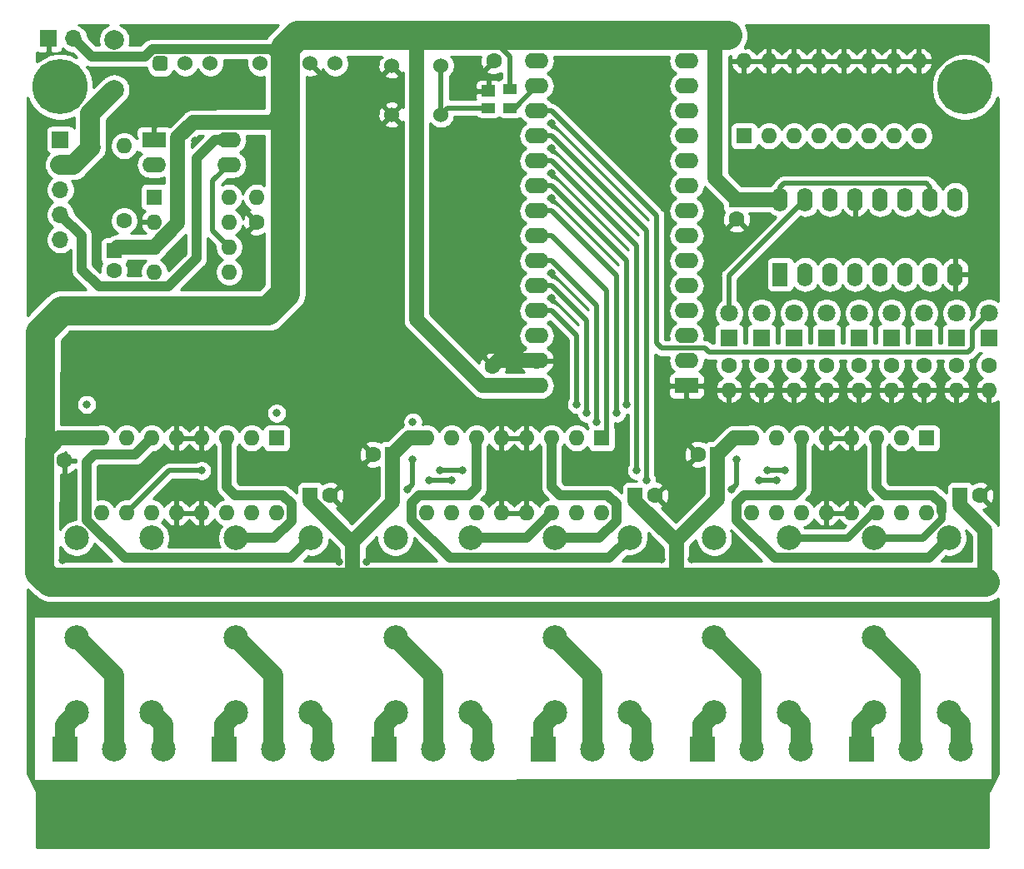
<source format=gtl>
G04 #@! TF.GenerationSoftware,KiCad,Pcbnew,5.1.10-88a1d61d58~90~ubuntu20.04.1*
G04 #@! TF.CreationDate,2022-11-07T14:46:06+00:00*
G04 #@! TF.ProjectId,ROM104,524f4d31-3034-42e6-9b69-6361645f7063,1.0*
G04 #@! TF.SameCoordinates,Original*
G04 #@! TF.FileFunction,Copper,L1,Top*
G04 #@! TF.FilePolarity,Positive*
%FSLAX46Y46*%
G04 Gerber Fmt 4.6, Leading zero omitted, Abs format (unit mm)*
G04 Created by KiCad (PCBNEW 5.1.10-88a1d61d58~90~ubuntu20.04.1) date 2022-11-07 14:46:06*
%MOMM*%
%LPD*%
G01*
G04 APERTURE LIST*
G04 #@! TA.AperFunction,ComponentPad*
%ADD10C,2.500000*%
G04 #@! TD*
G04 #@! TA.AperFunction,ComponentPad*
%ADD11R,2.500000X2.500000*%
G04 #@! TD*
G04 #@! TA.AperFunction,ComponentPad*
%ADD12C,1.524000*%
G04 #@! TD*
G04 #@! TA.AperFunction,ComponentPad*
%ADD13O,1.600000X1.600000*%
G04 #@! TD*
G04 #@! TA.AperFunction,ComponentPad*
%ADD14C,1.600000*%
G04 #@! TD*
G04 #@! TA.AperFunction,ComponentPad*
%ADD15C,1.800000*%
G04 #@! TD*
G04 #@! TA.AperFunction,ComponentPad*
%ADD16R,1.800000X1.800000*%
G04 #@! TD*
G04 #@! TA.AperFunction,SMDPad,CuDef*
%ADD17R,1.400000X1.000000*%
G04 #@! TD*
G04 #@! TA.AperFunction,SMDPad,CuDef*
%ADD18R,1.400000X1.200000*%
G04 #@! TD*
G04 #@! TA.AperFunction,ComponentPad*
%ADD19R,1.600000X1.600000*%
G04 #@! TD*
G04 #@! TA.AperFunction,ComponentPad*
%ADD20C,0.100000*%
G04 #@! TD*
G04 #@! TA.AperFunction,ComponentPad*
%ADD21O,2.400000X1.600000*%
G04 #@! TD*
G04 #@! TA.AperFunction,ComponentPad*
%ADD22R,2.400000X1.600000*%
G04 #@! TD*
G04 #@! TA.AperFunction,ComponentPad*
%ADD23O,1.600000X2.400000*%
G04 #@! TD*
G04 #@! TA.AperFunction,ComponentPad*
%ADD24R,1.600000X2.400000*%
G04 #@! TD*
G04 #@! TA.AperFunction,ConnectorPad*
%ADD25C,5.600000*%
G04 #@! TD*
G04 #@! TA.AperFunction,ComponentPad*
%ADD26C,3.600000*%
G04 #@! TD*
G04 #@! TA.AperFunction,ComponentPad*
%ADD27O,1.700000X1.700000*%
G04 #@! TD*
G04 #@! TA.AperFunction,ComponentPad*
%ADD28R,1.700000X1.700000*%
G04 #@! TD*
G04 #@! TA.AperFunction,ComponentPad*
%ADD29C,2.000000*%
G04 #@! TD*
G04 #@! TA.AperFunction,ViaPad*
%ADD30C,0.800000*%
G04 #@! TD*
G04 #@! TA.AperFunction,Conductor*
%ADD31C,1.500000*%
G04 #@! TD*
G04 #@! TA.AperFunction,Conductor*
%ADD32C,3.000000*%
G04 #@! TD*
G04 #@! TA.AperFunction,Conductor*
%ADD33C,1.000000*%
G04 #@! TD*
G04 #@! TA.AperFunction,Conductor*
%ADD34C,0.500000*%
G04 #@! TD*
G04 #@! TA.AperFunction,Conductor*
%ADD35C,2.000000*%
G04 #@! TD*
G04 #@! TA.AperFunction,Conductor*
%ADD36C,0.750000*%
G04 #@! TD*
G04 #@! TA.AperFunction,Conductor*
%ADD37C,0.254000*%
G04 #@! TD*
G04 #@! TA.AperFunction,Conductor*
%ADD38C,0.100000*%
G04 #@! TD*
G04 APERTURE END LIST*
D10*
X58100000Y-90654000D03*
X65720000Y-90654000D03*
X58100000Y-83034000D03*
X58100000Y-72874000D03*
X65720000Y-72874000D03*
X114320000Y-72874000D03*
X106700000Y-72874000D03*
X106700000Y-83034000D03*
X114320000Y-90654000D03*
X106700000Y-90654000D03*
X115500000Y-94337000D03*
X110500000Y-94337000D03*
D11*
X105500000Y-94337000D03*
D10*
X99300000Y-94337000D03*
X94300000Y-94337000D03*
D11*
X89300000Y-94337000D03*
D10*
X83100000Y-94337000D03*
X78100000Y-94337000D03*
D11*
X73100000Y-94337000D03*
D10*
X66925000Y-94337000D03*
X61925000Y-94337000D03*
D11*
X56925000Y-94337000D03*
D10*
X50700000Y-94337000D03*
X45700000Y-94337000D03*
D11*
X40700000Y-94337000D03*
D10*
X34500000Y-94337000D03*
X29500000Y-94337000D03*
D11*
X24500000Y-94337000D03*
D10*
X90500000Y-90654000D03*
X98120000Y-90654000D03*
X90500000Y-83034000D03*
X90500000Y-72874000D03*
X98120000Y-72874000D03*
X74300000Y-90600000D03*
X81920000Y-90600000D03*
X74300000Y-82980000D03*
X74300000Y-72820000D03*
X81920000Y-72820000D03*
X41900000Y-90654000D03*
X49520000Y-90654000D03*
X41900000Y-83034000D03*
X41900000Y-72874000D03*
X49520000Y-72874000D03*
X25710000Y-90654000D03*
X33330000Y-90654000D03*
X25710000Y-83034000D03*
X25710000Y-72874000D03*
X33330000Y-72874000D03*
G04 #@! TA.AperFunction,ComponentPad*
G36*
G01*
X33457000Y-24995000D02*
X33457000Y-24233000D01*
G75*
G02*
X33838000Y-23852000I381000J0D01*
G01*
X34600000Y-23852000D01*
G75*
G02*
X34981000Y-24233000I0J-381000D01*
G01*
X34981000Y-24995000D01*
G75*
G02*
X34600000Y-25376000I-381000J0D01*
G01*
X33838000Y-25376000D01*
G75*
G02*
X33457000Y-24995000I0J381000D01*
G01*
G37*
G04 #@! TD.AperFunction*
D12*
X36759000Y-24614000D03*
X39299000Y-24614000D03*
X44379000Y-24614000D03*
X46919000Y-24614000D03*
X49459000Y-24614000D03*
X51999000Y-24614000D03*
D13*
X118420000Y-57824500D03*
D14*
X118420000Y-55284500D03*
D13*
X115118000Y-57824500D03*
D14*
X115118000Y-55284500D03*
D13*
X111816000Y-57824500D03*
D14*
X111816000Y-55284500D03*
D13*
X108514000Y-57824500D03*
D14*
X108514000Y-55284500D03*
D13*
X105212000Y-57824500D03*
D14*
X105212000Y-55284500D03*
D13*
X101910000Y-57824500D03*
D14*
X101910000Y-55284500D03*
D13*
X98608000Y-57824500D03*
D14*
X98608000Y-55284500D03*
D13*
X95306000Y-57824500D03*
D14*
X95306000Y-55284500D03*
D13*
X92004000Y-57824500D03*
D14*
X92004000Y-55284500D03*
D13*
X43998000Y-38203000D03*
D14*
X43998000Y-40743000D03*
D15*
X118420000Y-50014000D03*
D16*
X118420000Y-52554000D03*
D17*
X69736000Y-27220000D03*
X69736000Y-29120000D03*
X67536000Y-29120000D03*
D18*
X67536000Y-27400000D03*
D14*
X68128000Y-24328000D03*
D19*
X68128000Y-22328000D03*
D12*
X62714000Y-24821000D03*
X57714000Y-24821000D03*
X62714000Y-29821000D03*
X57714000Y-29821000D03*
D14*
X68001000Y-55380000D03*
D19*
X68001000Y-57380000D03*
D14*
X29520000Y-45664000D03*
D19*
X29520000Y-43664000D03*
D14*
X117499000Y-68556000D03*
D19*
X115499000Y-68556000D03*
D14*
X88861000Y-64365000D03*
D19*
X90861000Y-64365000D03*
D14*
X84479000Y-68556000D03*
D19*
X82479000Y-68556000D03*
D14*
X55841000Y-64365000D03*
D19*
X57841000Y-64365000D03*
D14*
X92766000Y-40457000D03*
D19*
X92766000Y-38457000D03*
D14*
X24457214Y-65017214D03*
G04 #@! TA.AperFunction,ComponentPad*
D20*
G36*
X21911629Y-63603000D02*
G01*
X23043000Y-62471629D01*
X24174371Y-63603000D01*
X23043000Y-64734371D01*
X21911629Y-63603000D01*
G37*
G04 #@! TD.AperFunction*
D14*
X51459000Y-68556000D03*
D19*
X49459000Y-68556000D03*
D21*
X72446000Y-57380000D03*
X87686000Y-24360000D03*
X72446000Y-54840000D03*
X87686000Y-26900000D03*
X72446000Y-52300000D03*
X87686000Y-29440000D03*
X72446000Y-49760000D03*
X87686000Y-31980000D03*
X72446000Y-47220000D03*
X87686000Y-34520000D03*
X72446000Y-44680000D03*
X87686000Y-37060000D03*
X72446000Y-42140000D03*
X87686000Y-39600000D03*
X72446000Y-39600000D03*
X87686000Y-42140000D03*
X72446000Y-37060000D03*
X87686000Y-44680000D03*
X72446000Y-34520000D03*
X87686000Y-47220000D03*
X72446000Y-31980000D03*
X87686000Y-49760000D03*
X72446000Y-29440000D03*
X87686000Y-52300000D03*
X72446000Y-26900000D03*
X87686000Y-54840000D03*
X72446000Y-24360000D03*
D22*
X87686000Y-57380000D03*
D13*
X93528000Y-24360000D03*
X111308000Y-31980000D03*
X96068000Y-24360000D03*
X108768000Y-31980000D03*
X98608000Y-24360000D03*
X106228000Y-31980000D03*
X101148000Y-24360000D03*
X103688000Y-31980000D03*
X103688000Y-24360000D03*
X101148000Y-31980000D03*
X106228000Y-24360000D03*
X98608000Y-31980000D03*
X108768000Y-24360000D03*
X96068000Y-31980000D03*
X111308000Y-24360000D03*
D19*
X93528000Y-31980000D03*
D15*
X115118000Y-50014000D03*
D16*
X115118000Y-52554000D03*
D15*
X111816000Y-50014000D03*
D16*
X111816000Y-52554000D03*
D13*
X112070000Y-70334000D03*
X94290000Y-62714000D03*
X109530000Y-70334000D03*
X96830000Y-62714000D03*
X106990000Y-70334000D03*
X99370000Y-62714000D03*
X104450000Y-70334000D03*
X101910000Y-62714000D03*
X101910000Y-70334000D03*
X104450000Y-62714000D03*
X99370000Y-70334000D03*
X106990000Y-62714000D03*
X96830000Y-70334000D03*
X109530000Y-62714000D03*
X94290000Y-70334000D03*
D19*
X112070000Y-62714000D03*
D13*
X79050000Y-70334000D03*
X61270000Y-62714000D03*
X76510000Y-70334000D03*
X63810000Y-62714000D03*
X73970000Y-70334000D03*
X66350000Y-62714000D03*
X71430000Y-70334000D03*
X68890000Y-62714000D03*
X68890000Y-70334000D03*
X71430000Y-62714000D03*
X66350000Y-70334000D03*
X73970000Y-62714000D03*
X63810000Y-70334000D03*
X76510000Y-62714000D03*
X61270000Y-70334000D03*
D19*
X79050000Y-62714000D03*
D23*
X97211000Y-38457000D03*
X114991000Y-46077000D03*
X99751000Y-38457000D03*
X112451000Y-46077000D03*
X102291000Y-38457000D03*
X109911000Y-46077000D03*
X104831000Y-38457000D03*
X107371000Y-46077000D03*
X107371000Y-38457000D03*
X104831000Y-46077000D03*
X109911000Y-38457000D03*
X102291000Y-46077000D03*
X112451000Y-38457000D03*
X99751000Y-46077000D03*
X114991000Y-38457000D03*
D24*
X97211000Y-46077000D03*
D15*
X108514000Y-50014000D03*
D16*
X108514000Y-52554000D03*
D15*
X105212000Y-50014000D03*
D16*
X105212000Y-52554000D03*
D21*
X41204000Y-32361000D03*
X33584000Y-34901000D03*
X41204000Y-34901000D03*
D22*
X33584000Y-32361000D03*
D25*
X24000000Y-27000000D03*
D26*
X24000000Y-27000000D03*
D25*
X116000000Y-27000000D03*
D26*
X116000000Y-27000000D03*
D13*
X46030000Y-70334000D03*
X28250000Y-62714000D03*
X43490000Y-70334000D03*
X30790000Y-62714000D03*
X40950000Y-70334000D03*
X33330000Y-62714000D03*
X38410000Y-70334000D03*
X35870000Y-62714000D03*
X35870000Y-70334000D03*
X38410000Y-62714000D03*
X33330000Y-70334000D03*
X40950000Y-62714000D03*
X30790000Y-70334000D03*
X43490000Y-62714000D03*
X28250000Y-70334000D03*
D19*
X46030000Y-62714000D03*
D15*
X101910000Y-50014000D03*
D16*
X101910000Y-52554000D03*
D15*
X98608000Y-50014000D03*
D16*
X98608000Y-52554000D03*
D15*
X95306000Y-50014000D03*
D16*
X95306000Y-52554000D03*
D15*
X92004000Y-50014000D03*
D16*
X92004000Y-52554000D03*
D13*
X41204000Y-38203000D03*
X33584000Y-45823000D03*
X41204000Y-40743000D03*
X33584000Y-43283000D03*
X41204000Y-43283000D03*
X33584000Y-40743000D03*
X41204000Y-45823000D03*
D19*
X33584000Y-38203000D03*
D27*
X24059000Y-42521000D03*
X24059000Y-39981000D03*
X24059000Y-37441000D03*
X24059000Y-34901000D03*
D28*
X24059000Y-32361000D03*
D13*
X30536000Y-32996000D03*
D14*
X30536000Y-40616000D03*
D27*
X25390000Y-22074000D03*
D28*
X22850000Y-22074000D03*
D29*
X29530000Y-22201000D03*
X29520000Y-27281000D03*
D30*
X39934000Y-21566000D03*
X27234000Y-21312000D03*
X37775000Y-32488000D03*
X68890000Y-42140000D03*
X27615000Y-37822000D03*
X30917000Y-37822000D03*
X27615000Y-35663000D03*
X30917000Y-35663000D03*
X21773000Y-42521000D03*
X21773000Y-39981000D03*
X43363000Y-32361000D03*
X43363000Y-34901000D03*
X31425000Y-45696000D03*
X94671000Y-46458000D03*
X35616000Y-44045000D03*
X97211000Y-48363000D03*
X99751000Y-48363000D03*
X103053000Y-48363000D03*
X106990000Y-48363000D03*
X110419000Y-48363000D03*
X113213000Y-48363000D03*
X110038000Y-33123000D03*
X107498000Y-33123000D03*
X104958000Y-33123000D03*
X102418000Y-33123000D03*
X99878000Y-33123000D03*
X95052000Y-40616000D03*
X95115500Y-36806000D03*
X74097000Y-25630000D03*
X73970000Y-80367000D03*
X58730000Y-80367000D03*
X40950000Y-80367000D03*
X25710000Y-80367000D03*
X91877000Y-80367000D03*
X106990000Y-80367000D03*
X73970000Y-30710000D03*
X73970000Y-33250000D03*
X73970000Y-35790000D03*
X73970000Y-38330000D03*
X73970000Y-45950000D03*
X73970000Y-48490000D03*
X88194000Y-75033000D03*
X85146000Y-75033000D03*
X52380000Y-75287000D03*
X55174000Y-75287000D03*
X116388000Y-74906000D03*
X24313000Y-75160000D03*
X81336000Y-62714000D03*
X63810000Y-67032000D03*
X61524000Y-67032000D03*
X96830000Y-67032000D03*
X95052000Y-67032000D03*
X83622000Y-67032000D03*
X38410000Y-66016000D03*
X62667000Y-66016000D03*
X64953000Y-66016000D03*
X97719000Y-66016000D03*
X95941000Y-66016000D03*
X82606000Y-66016000D03*
X76510000Y-59285000D03*
X26726000Y-59285000D03*
X59365000Y-67921000D03*
X59873000Y-61063000D03*
X78542000Y-61063000D03*
X59873000Y-64873000D03*
X46030000Y-60174000D03*
X77526000Y-60174000D03*
X92258000Y-67921000D03*
X92766000Y-64873000D03*
X80574000Y-60174000D03*
X81590000Y-59285000D03*
D31*
X72406000Y-54880000D02*
X72446000Y-54840000D01*
X68541000Y-54840000D02*
X68001000Y-55380000D01*
X72446000Y-54840000D02*
X68541000Y-54840000D01*
D32*
X46919000Y-22963000D02*
X48131990Y-21750010D01*
X46919000Y-24614000D02*
X46919000Y-22963000D01*
D33*
X45456990Y-23151990D02*
X46919000Y-24614000D01*
X32641217Y-23901001D02*
X33390228Y-23151990D01*
X33390228Y-23151990D02*
X45456990Y-23151990D01*
D31*
X74986000Y-22315020D02*
X75551010Y-21750010D01*
D32*
X75551010Y-21750010D02*
X88886010Y-21750010D01*
D31*
X46919000Y-24614000D02*
X46919000Y-26265000D01*
D32*
X69086990Y-21750010D02*
X75551010Y-21750010D01*
D31*
X68509000Y-22328000D02*
X69086990Y-21750010D01*
D32*
X66927990Y-21750010D02*
X69086990Y-21750010D01*
D31*
X29901000Y-43283000D02*
X29520000Y-43664000D01*
X33584000Y-43283000D02*
X29901000Y-43283000D01*
D34*
X112451000Y-37187000D02*
X112451000Y-38457000D01*
X112070990Y-36806990D02*
X112451000Y-37187000D01*
X97592990Y-36806990D02*
X112070990Y-36806990D01*
X97592000Y-36806000D02*
X97592990Y-36806990D01*
X97211000Y-37187000D02*
X97592000Y-36806000D01*
X97211000Y-38457000D02*
X97211000Y-37187000D01*
D31*
X91311990Y-21750010D02*
X90607000Y-22455000D01*
X91807010Y-21750010D02*
X91311990Y-21750010D01*
D32*
X88886010Y-21750010D02*
X91807010Y-21750010D01*
D31*
X90607000Y-22950020D02*
X91807010Y-21750010D01*
X90607000Y-36298000D02*
X90607000Y-22950020D01*
X92766000Y-38457000D02*
X90607000Y-36298000D01*
X92766000Y-38457000D02*
X97211000Y-38457000D01*
X35997000Y-40870000D02*
X33584000Y-43283000D01*
X35997000Y-32162980D02*
X35997000Y-40870000D01*
X37548990Y-30610990D02*
X35997000Y-32162980D01*
X42220000Y-30583000D02*
X37548990Y-30610990D01*
X45522000Y-30583000D02*
X46919000Y-29186000D01*
X42220000Y-30583000D02*
X45522000Y-30583000D01*
D32*
X46919000Y-24614000D02*
X46919000Y-29186000D01*
D31*
X64699000Y-22074000D02*
X64375010Y-21750010D01*
D32*
X64375010Y-21750010D02*
X66927990Y-21750010D01*
D34*
X69736000Y-23936000D02*
X68128000Y-22328000D01*
X69736000Y-27220000D02*
X69736000Y-23936000D01*
D31*
X60254000Y-50649000D02*
X60254000Y-22455000D01*
X66985000Y-57380000D02*
X60254000Y-50649000D01*
X72446000Y-57380000D02*
X66985000Y-57380000D01*
D32*
X60958990Y-21750010D02*
X64375010Y-21750010D01*
D31*
X60254000Y-22455000D02*
X60958990Y-21750010D01*
D32*
X48131990Y-21750010D02*
X60958990Y-21750010D01*
D31*
X49459000Y-69146002D02*
X49459000Y-68556000D01*
X53567998Y-73255000D02*
X49459000Y-69146002D01*
X53777000Y-73255000D02*
X53567998Y-73255000D01*
X57841000Y-69191000D02*
X57841000Y-64365000D01*
X53777000Y-73255000D02*
X57841000Y-69191000D01*
X23932000Y-62714000D02*
X28250000Y-62714000D01*
X23043000Y-63603000D02*
X23932000Y-62714000D01*
X59492000Y-62714000D02*
X57841000Y-64365000D01*
X61270000Y-62714000D02*
X59492000Y-62714000D01*
X53777000Y-77446000D02*
X53777000Y-73255000D01*
X86670000Y-73627177D02*
X86670000Y-74017000D01*
X86670000Y-74017000D02*
X86670000Y-75922000D01*
X86670000Y-73128000D02*
X86670000Y-74017000D01*
X90861000Y-64365000D02*
X90861000Y-68937000D01*
X82479000Y-69146002D02*
X82479000Y-68556000D01*
X86460998Y-73128000D02*
X82479000Y-69146002D01*
X86670000Y-73128000D02*
X86460998Y-73128000D01*
X86670000Y-73128000D02*
X90861000Y-68937000D01*
X115499000Y-68556000D02*
X115499000Y-69572000D01*
X118039000Y-72112000D02*
X118039000Y-77319000D01*
X115499000Y-69572000D02*
X118039000Y-72112000D01*
X92512000Y-62714000D02*
X90861000Y-64365000D01*
X94290000Y-62714000D02*
X92512000Y-62714000D01*
D33*
X27217001Y-23901001D02*
X28851001Y-23901001D01*
X25390000Y-22074000D02*
X27217001Y-23901001D01*
X28851001Y-23901001D02*
X32641217Y-23901001D01*
D32*
X118039000Y-77319000D02*
X23043000Y-77319000D01*
X46919000Y-47982000D02*
X46919000Y-29186000D01*
X45141000Y-49760000D02*
X46919000Y-47982000D01*
X24186000Y-49760000D02*
X45141000Y-49760000D01*
X22027000Y-51919000D02*
X24186000Y-49760000D01*
X21900000Y-73509000D02*
X22027000Y-51919000D01*
X21900000Y-76303000D02*
X21900000Y-73509000D01*
X23043000Y-77319000D02*
X21900000Y-76303000D01*
D33*
X24059000Y-39981000D02*
X26218000Y-42140000D01*
X27971999Y-47323001D02*
X35004999Y-47323001D01*
X26218000Y-45569002D02*
X27971999Y-47323001D01*
X26218000Y-42140000D02*
X26218000Y-45569002D01*
X35004999Y-47323001D02*
X37902000Y-44426000D01*
X37902000Y-44426000D02*
X37902000Y-34266000D01*
X39807000Y-32361000D02*
X41204000Y-32361000D01*
X37902000Y-34266000D02*
X39807000Y-32361000D01*
D34*
X39553000Y-41632000D02*
X41204000Y-43283000D01*
X39553000Y-36552000D02*
X39553000Y-41632000D01*
X41204000Y-34901000D02*
X39553000Y-36552000D01*
D35*
X24059000Y-34901000D02*
X25379002Y-34901000D01*
X29520000Y-27281000D02*
X27107000Y-29694000D01*
X27107000Y-33123000D02*
X27132001Y-33148001D01*
X27107000Y-29694000D02*
X27107000Y-33123000D01*
X25379002Y-34901000D02*
X27132001Y-33148001D01*
X34500000Y-91824000D02*
X33330000Y-90654000D01*
X34500000Y-94337000D02*
X34500000Y-91824000D01*
X29500000Y-86824000D02*
X25710000Y-83034000D01*
X29500000Y-94337000D02*
X29500000Y-86824000D01*
X24500000Y-91864000D02*
X25710000Y-90654000D01*
X24500000Y-94337000D02*
X24500000Y-91864000D01*
D34*
X61524000Y-67032000D02*
X63810000Y-67032000D01*
X95052000Y-67032000D02*
X96830000Y-67032000D01*
X83622000Y-53443000D02*
X83622000Y-67032000D01*
X83622000Y-41632000D02*
X83622000Y-53443000D01*
X73970000Y-31980000D02*
X83622000Y-41632000D01*
X72446000Y-31980000D02*
X73970000Y-31980000D01*
X35108000Y-66016000D02*
X38410000Y-66016000D01*
X30790000Y-70334000D02*
X35108000Y-66016000D01*
X62667000Y-66016000D02*
X64953000Y-66016000D01*
X95941000Y-66016000D02*
X97719000Y-66016000D01*
X82606000Y-53443000D02*
X82606000Y-66016000D01*
X82606000Y-43156000D02*
X82606000Y-43664000D01*
X73970000Y-34520000D02*
X82606000Y-43156000D01*
X72446000Y-34520000D02*
X73970000Y-34520000D01*
X82606000Y-43664000D02*
X82606000Y-53443000D01*
X82606000Y-43283000D02*
X82606000Y-43664000D01*
X76510000Y-52300000D02*
X73970000Y-49760000D01*
X73970000Y-49760000D02*
X72446000Y-49760000D01*
X76510000Y-59285000D02*
X76510000Y-52300000D01*
X59873000Y-67413000D02*
X59365000Y-67921000D01*
X59873000Y-64873000D02*
X59873000Y-67413000D01*
X78542000Y-49252000D02*
X78542000Y-59666000D01*
X73970000Y-44680000D02*
X78542000Y-49252000D01*
X78542000Y-59666000D02*
X78542000Y-61063000D01*
X72446000Y-44680000D02*
X73970000Y-44680000D01*
X77526000Y-52935000D02*
X77526000Y-60174000D01*
X77526000Y-50776000D02*
X77526000Y-52935000D01*
X73970000Y-47220000D02*
X77526000Y-50776000D01*
X72446000Y-47220000D02*
X73970000Y-47220000D01*
X77526000Y-60174000D02*
X77526000Y-60174000D01*
D33*
X27488000Y-64365000D02*
X26726000Y-65127000D01*
X26726000Y-71030002D02*
X30601998Y-74906000D01*
X26726000Y-65127000D02*
X26726000Y-71030002D01*
X31679000Y-64365000D02*
X27488000Y-64365000D01*
X30601998Y-74906000D02*
X46538000Y-74906000D01*
X33330000Y-62714000D02*
X31679000Y-64365000D01*
X47488000Y-74906000D02*
X46538000Y-74906000D01*
X49520000Y-72874000D02*
X47488000Y-74906000D01*
X41839000Y-68556000D02*
X40950000Y-67667000D01*
X47530001Y-69421001D02*
X46665000Y-68556000D01*
X46665000Y-68556000D02*
X41839000Y-68556000D01*
X45776000Y-72874000D02*
X47530001Y-71119999D01*
X40950000Y-67667000D02*
X40950000Y-62714000D01*
X47530001Y-71119999D02*
X47530001Y-69421001D01*
X45776000Y-72874000D02*
X41900000Y-72874000D01*
X71430000Y-72874000D02*
X73970000Y-70334000D01*
X65720000Y-72874000D02*
X71430000Y-72874000D01*
X79558000Y-74906000D02*
X78669000Y-74906000D01*
X59746000Y-71030002D02*
X63621998Y-74906000D01*
X59746000Y-69318000D02*
X59746000Y-71030002D01*
X65588000Y-68556000D02*
X60508000Y-68556000D01*
X60508000Y-68556000D02*
X59746000Y-69318000D01*
X63748998Y-74906000D02*
X78669000Y-74906000D01*
X66350000Y-67794000D02*
X65588000Y-68556000D01*
X63621998Y-74906000D02*
X63748998Y-74906000D01*
X66350000Y-62714000D02*
X66350000Y-67794000D01*
X79834000Y-74906000D02*
X81920000Y-72820000D01*
X78669000Y-74906000D02*
X79834000Y-74906000D01*
X80550001Y-71119999D02*
X80550001Y-69421001D01*
X78796000Y-72874000D02*
X80550001Y-71119999D01*
X74859000Y-68556000D02*
X73970000Y-67667000D01*
X80550001Y-69421001D02*
X79685000Y-68556000D01*
X79685000Y-68556000D02*
X74859000Y-68556000D01*
X73970000Y-67667000D02*
X73970000Y-62714000D01*
X78742000Y-72820000D02*
X78796000Y-72874000D01*
X74300000Y-72820000D02*
X78742000Y-72820000D01*
D34*
X92004000Y-46204000D02*
X99751000Y-38457000D01*
X92004000Y-50014000D02*
X92004000Y-46204000D01*
D36*
X106538998Y-70334000D02*
X106990000Y-70334000D01*
X103998998Y-72874000D02*
X106538998Y-70334000D01*
X98120000Y-72874000D02*
X103998998Y-72874000D01*
D33*
X92766000Y-71030002D02*
X96641998Y-74906000D01*
X93528000Y-68556000D02*
X92766000Y-69318000D01*
X96641998Y-74906000D02*
X96768998Y-74906000D01*
X92766000Y-69318000D02*
X92766000Y-71030002D01*
X98608000Y-68556000D02*
X93528000Y-68556000D01*
X99370000Y-67794000D02*
X98608000Y-68556000D01*
X99370000Y-62714000D02*
X99370000Y-67794000D01*
X112288000Y-74906000D02*
X110606000Y-74906000D01*
X114320000Y-72874000D02*
X112288000Y-74906000D01*
X110606000Y-74906000D02*
X111562000Y-74906000D01*
X96768998Y-74906000D02*
X110606000Y-74906000D01*
X106990000Y-67667000D02*
X106990000Y-62714000D01*
X113570001Y-69421001D02*
X112705000Y-68556000D01*
X107879000Y-68556000D02*
X106990000Y-67667000D01*
X112705000Y-68556000D02*
X107879000Y-68556000D01*
D36*
X113570001Y-70922997D02*
X113570001Y-70179999D01*
X111618998Y-72874000D02*
X113570001Y-70922997D01*
X106700000Y-72874000D02*
X111618998Y-72874000D01*
D33*
X113570001Y-70179999D02*
X113570001Y-69421001D01*
D34*
X92766000Y-67413000D02*
X92258000Y-67921000D01*
X92766000Y-64873000D02*
X92766000Y-67413000D01*
X80574000Y-46204000D02*
X80574000Y-53062000D01*
X80574000Y-53062000D02*
X80574000Y-60174000D01*
X73970000Y-39600000D02*
X80574000Y-46204000D01*
X72446000Y-39600000D02*
X73970000Y-39600000D01*
X79558000Y-62206000D02*
X79050000Y-62714000D01*
X79558000Y-47728000D02*
X79558000Y-62206000D01*
X73970000Y-42140000D02*
X79558000Y-47728000D01*
X72446000Y-42140000D02*
X73970000Y-42140000D01*
D35*
X50700000Y-91834000D02*
X49520000Y-90654000D01*
X50700000Y-94337000D02*
X50700000Y-91834000D01*
X45700000Y-86834000D02*
X41900000Y-83034000D01*
X45700000Y-94337000D02*
X45700000Y-86834000D01*
X40700000Y-91854000D02*
X41900000Y-90654000D01*
X40700000Y-94337000D02*
X40700000Y-91854000D01*
D34*
X70226000Y-29120000D02*
X72446000Y-26900000D01*
X69736000Y-29120000D02*
X70226000Y-29120000D01*
D35*
X56925000Y-91829000D02*
X58100000Y-90654000D01*
X56925000Y-94337000D02*
X56925000Y-91829000D01*
X61925000Y-86859000D02*
X58100000Y-83034000D01*
X61925000Y-94337000D02*
X61925000Y-86859000D01*
X66925000Y-91859000D02*
X65720000Y-90654000D01*
X66925000Y-94337000D02*
X66925000Y-91859000D01*
D34*
X63415000Y-29120000D02*
X62714000Y-29821000D01*
X67536000Y-29120000D02*
X63415000Y-29120000D01*
X62714000Y-29821000D02*
X62714000Y-24821000D01*
X81590000Y-59285000D02*
X81590000Y-59285000D01*
X81590000Y-53443000D02*
X81590000Y-59285000D01*
X73970000Y-37060000D02*
X81590000Y-44680000D01*
X81590000Y-44680000D02*
X81590000Y-53443000D01*
X72446000Y-37060000D02*
X73970000Y-37060000D01*
X116769000Y-51665000D02*
X118420000Y-50014000D01*
X116769000Y-53513002D02*
X116769000Y-51665000D01*
X89972000Y-53951000D02*
X116331002Y-53951000D01*
X116331002Y-53951000D02*
X116769000Y-53513002D01*
X89591000Y-53570000D02*
X89972000Y-53951000D01*
X86098500Y-53570000D02*
X89591000Y-53570000D01*
X72446000Y-29440000D02*
X73970000Y-29440000D01*
X84638000Y-40108000D02*
X83622000Y-39092000D01*
X73970000Y-29440000D02*
X83622000Y-39092000D01*
X84638000Y-52046000D02*
X84638000Y-40108000D01*
X86098500Y-53570000D02*
X85146000Y-53570000D01*
X84638000Y-53062000D02*
X84638000Y-52046000D01*
X85146000Y-53570000D02*
X84638000Y-53062000D01*
D35*
X83100000Y-91780000D02*
X81920000Y-90600000D01*
X83100000Y-94337000D02*
X83100000Y-91780000D01*
X78100000Y-86780000D02*
X74300000Y-82980000D01*
X78100000Y-94337000D02*
X78100000Y-86780000D01*
X73100000Y-91800000D02*
X74300000Y-90600000D01*
X73100000Y-94337000D02*
X73100000Y-91800000D01*
X99300000Y-91834000D02*
X98120000Y-90654000D01*
X99300000Y-94337000D02*
X99300000Y-91834000D01*
X94300000Y-86834000D02*
X90500000Y-83034000D01*
X94300000Y-94337000D02*
X94300000Y-86834000D01*
X89300000Y-91854000D02*
X90500000Y-90654000D01*
X89300000Y-94337000D02*
X89300000Y-91854000D01*
X115500000Y-91834000D02*
X114320000Y-90654000D01*
X115500000Y-94337000D02*
X115500000Y-91834000D01*
X110500000Y-86834000D02*
X106700000Y-83034000D01*
X110500000Y-94337000D02*
X110500000Y-86834000D01*
X105500000Y-91854000D02*
X106700000Y-90654000D01*
X105500000Y-94337000D02*
X105500000Y-91854000D01*
D37*
X21499119Y-78803195D02*
X21526023Y-78835977D01*
X21656033Y-78942674D01*
X21702974Y-78984399D01*
X21737068Y-79009178D01*
X21851119Y-79102777D01*
X21906826Y-79132553D01*
X21957922Y-79169688D01*
X22091899Y-79231476D01*
X22222018Y-79301026D01*
X22282466Y-79319363D01*
X22339823Y-79345815D01*
X22483274Y-79380277D01*
X22624467Y-79423108D01*
X22687330Y-79429299D01*
X22748746Y-79444054D01*
X22896163Y-79449868D01*
X22938118Y-79454000D01*
X23000941Y-79454000D01*
X23168978Y-79460627D01*
X23210860Y-79454000D01*
X118143882Y-79454000D01*
X118457533Y-79423108D01*
X118859982Y-79301026D01*
X119230881Y-79102777D01*
X119315001Y-79033742D01*
X119315001Y-96838290D01*
X118391467Y-98685360D01*
X118364082Y-98736594D01*
X118351558Y-98777881D01*
X118336130Y-98818198D01*
X118332012Y-98842314D01*
X118324913Y-98865717D01*
X118320683Y-98908664D01*
X118313419Y-98951206D01*
X118315001Y-99009317D01*
X118315000Y-104315000D01*
X21685000Y-104315000D01*
X21685000Y-99009280D01*
X21686581Y-98951205D01*
X21679319Y-98908676D01*
X21675088Y-98865717D01*
X21667987Y-98842308D01*
X21663870Y-98818197D01*
X21648446Y-98777889D01*
X21635919Y-98736594D01*
X21608526Y-98685345D01*
X20685000Y-96838294D01*
X20685000Y-80950000D01*
X21273000Y-80950000D01*
X21273000Y-97405000D01*
X21275453Y-97429841D01*
X21282692Y-97453661D01*
X21294440Y-97475612D01*
X21310244Y-97494849D01*
X21329497Y-97510633D01*
X21351460Y-97522358D01*
X21375288Y-97529572D01*
X21400065Y-97532000D01*
X118600065Y-97482000D01*
X118624776Y-97479560D01*
X118648601Y-97472333D01*
X118670557Y-97460597D01*
X118689803Y-97444803D01*
X118705597Y-97425557D01*
X118717333Y-97403601D01*
X118724560Y-97379776D01*
X118727000Y-97355000D01*
X118727000Y-80900000D01*
X118724547Y-80875159D01*
X118717308Y-80851339D01*
X118705560Y-80829388D01*
X118689756Y-80810151D01*
X118670503Y-80794367D01*
X118648540Y-80782642D01*
X118624712Y-80775428D01*
X118599935Y-80773000D01*
X21399935Y-80823000D01*
X21375224Y-80825440D01*
X21351399Y-80832667D01*
X21329443Y-80844403D01*
X21310197Y-80860197D01*
X21294403Y-80879443D01*
X21282667Y-80901399D01*
X21275440Y-80925224D01*
X21273000Y-80950000D01*
X20685000Y-80950000D01*
X20685000Y-78079533D01*
X21499119Y-78803195D01*
G04 #@! TA.AperFunction,Conductor*
D38*
G36*
X21499119Y-78803195D02*
G01*
X21526023Y-78835977D01*
X21656033Y-78942674D01*
X21702974Y-78984399D01*
X21737068Y-79009178D01*
X21851119Y-79102777D01*
X21906826Y-79132553D01*
X21957922Y-79169688D01*
X22091899Y-79231476D01*
X22222018Y-79301026D01*
X22282466Y-79319363D01*
X22339823Y-79345815D01*
X22483274Y-79380277D01*
X22624467Y-79423108D01*
X22687330Y-79429299D01*
X22748746Y-79444054D01*
X22896163Y-79449868D01*
X22938118Y-79454000D01*
X23000941Y-79454000D01*
X23168978Y-79460627D01*
X23210860Y-79454000D01*
X118143882Y-79454000D01*
X118457533Y-79423108D01*
X118859982Y-79301026D01*
X119230881Y-79102777D01*
X119315001Y-79033742D01*
X119315001Y-96838290D01*
X118391467Y-98685360D01*
X118364082Y-98736594D01*
X118351558Y-98777881D01*
X118336130Y-98818198D01*
X118332012Y-98842314D01*
X118324913Y-98865717D01*
X118320683Y-98908664D01*
X118313419Y-98951206D01*
X118315001Y-99009317D01*
X118315000Y-104315000D01*
X21685000Y-104315000D01*
X21685000Y-99009280D01*
X21686581Y-98951205D01*
X21679319Y-98908676D01*
X21675088Y-98865717D01*
X21667987Y-98842308D01*
X21663870Y-98818197D01*
X21648446Y-98777889D01*
X21635919Y-98736594D01*
X21608526Y-98685345D01*
X20685000Y-96838294D01*
X20685000Y-80950000D01*
X21273000Y-80950000D01*
X21273000Y-97405000D01*
X21275453Y-97429841D01*
X21282692Y-97453661D01*
X21294440Y-97475612D01*
X21310244Y-97494849D01*
X21329497Y-97510633D01*
X21351460Y-97522358D01*
X21375288Y-97529572D01*
X21400065Y-97532000D01*
X118600065Y-97482000D01*
X118624776Y-97479560D01*
X118648601Y-97472333D01*
X118670557Y-97460597D01*
X118689803Y-97444803D01*
X118705597Y-97425557D01*
X118717333Y-97403601D01*
X118724560Y-97379776D01*
X118727000Y-97355000D01*
X118727000Y-80900000D01*
X118724547Y-80875159D01*
X118717308Y-80851339D01*
X118705560Y-80829388D01*
X118689756Y-80810151D01*
X118670503Y-80794367D01*
X118648540Y-80782642D01*
X118624712Y-80775428D01*
X118599935Y-80773000D01*
X21399935Y-80823000D01*
X21375224Y-80825440D01*
X21351399Y-80832667D01*
X21329443Y-80844403D01*
X21310197Y-80860197D01*
X21294403Y-80879443D01*
X21282667Y-80901399D01*
X21275440Y-80925224D01*
X21273000Y-80950000D01*
X20685000Y-80950000D01*
X20685000Y-78079533D01*
X21499119Y-78803195D01*
G37*
G04 #@! TD.AperFunction*
D37*
X29274866Y-75184000D02*
X24035000Y-75184000D01*
X24035000Y-73755936D01*
X24039534Y-73766882D01*
X24245825Y-74075618D01*
X24508382Y-74338175D01*
X24817118Y-74544466D01*
X25160166Y-74686561D01*
X25524344Y-74759000D01*
X25895656Y-74759000D01*
X26259834Y-74686561D01*
X26602882Y-74544466D01*
X26911618Y-74338175D01*
X27174175Y-74075618D01*
X27380466Y-73766882D01*
X27520259Y-73429392D01*
X29274866Y-75184000D01*
G04 #@! TA.AperFunction,Conductor*
D38*
G36*
X29274866Y-75184000D02*
G01*
X24035000Y-75184000D01*
X24035000Y-73755936D01*
X24039534Y-73766882D01*
X24245825Y-74075618D01*
X24508382Y-74338175D01*
X24817118Y-74544466D01*
X25160166Y-74686561D01*
X25524344Y-74759000D01*
X25895656Y-74759000D01*
X26259834Y-74686561D01*
X26602882Y-74544466D01*
X26911618Y-74338175D01*
X27174175Y-74075618D01*
X27380466Y-73766882D01*
X27520259Y-73429392D01*
X29274866Y-75184000D01*
G37*
G04 #@! TD.AperFunction*
D37*
X116654000Y-72685685D02*
X116654001Y-75184000D01*
X113615131Y-75184000D01*
X114055762Y-74743369D01*
X114134344Y-74759000D01*
X114505656Y-74759000D01*
X114869834Y-74686561D01*
X115212882Y-74544466D01*
X115521618Y-74338175D01*
X115784175Y-74075618D01*
X115990466Y-73766882D01*
X116132561Y-73423834D01*
X116205000Y-73059656D01*
X116205000Y-72688344D01*
X116132561Y-72324166D01*
X116019481Y-72051166D01*
X116654000Y-72685685D01*
G04 #@! TA.AperFunction,Conductor*
D38*
G36*
X116654000Y-72685685D02*
G01*
X116654001Y-75184000D01*
X113615131Y-75184000D01*
X114055762Y-74743369D01*
X114134344Y-74759000D01*
X114505656Y-74759000D01*
X114869834Y-74686561D01*
X115212882Y-74544466D01*
X115521618Y-74338175D01*
X115784175Y-74075618D01*
X115990466Y-73766882D01*
X116132561Y-73423834D01*
X116205000Y-73059656D01*
X116205000Y-72688344D01*
X116132561Y-72324166D01*
X116019481Y-72051166D01*
X116654000Y-72685685D01*
G37*
G04 #@! TD.AperFunction*
D37*
X56215000Y-73059656D02*
X56287439Y-73423834D01*
X56429534Y-73766882D01*
X56635825Y-74075618D01*
X56898382Y-74338175D01*
X57207118Y-74544466D01*
X57550166Y-74686561D01*
X57914344Y-74759000D01*
X58285656Y-74759000D01*
X58649834Y-74686561D01*
X58992882Y-74544466D01*
X59301618Y-74338175D01*
X59564175Y-74075618D01*
X59770466Y-73766882D01*
X59912561Y-73423834D01*
X59985000Y-73059656D01*
X59985000Y-72874133D01*
X62294866Y-75184000D01*
X55162000Y-75184000D01*
X55162000Y-73828685D01*
X56215000Y-72775685D01*
X56215000Y-73059656D01*
G04 #@! TA.AperFunction,Conductor*
D38*
G36*
X56215000Y-73059656D02*
G01*
X56287439Y-73423834D01*
X56429534Y-73766882D01*
X56635825Y-74075618D01*
X56898382Y-74338175D01*
X57207118Y-74544466D01*
X57550166Y-74686561D01*
X57914344Y-74759000D01*
X58285656Y-74759000D01*
X58649834Y-74686561D01*
X58992882Y-74544466D01*
X59301618Y-74338175D01*
X59564175Y-74075618D01*
X59770466Y-73766882D01*
X59912561Y-73423834D01*
X59985000Y-73059656D01*
X59985000Y-72874133D01*
X62294866Y-75184000D01*
X55162000Y-75184000D01*
X55162000Y-73828685D01*
X56215000Y-72775685D01*
X56215000Y-73059656D01*
G37*
G04 #@! TD.AperFunction*
D37*
X95314866Y-75184000D02*
X88055000Y-75184000D01*
X88055000Y-73701685D01*
X88628609Y-73128076D01*
X88687439Y-73423834D01*
X88829534Y-73766882D01*
X89035825Y-74075618D01*
X89298382Y-74338175D01*
X89607118Y-74544466D01*
X89950166Y-74686561D01*
X90314344Y-74759000D01*
X90685656Y-74759000D01*
X91049834Y-74686561D01*
X91392882Y-74544466D01*
X91701618Y-74338175D01*
X91964175Y-74075618D01*
X92170466Y-73766882D01*
X92312561Y-73423834D01*
X92385000Y-73059656D01*
X92385000Y-72688344D01*
X92312561Y-72324166D01*
X92211818Y-72080951D01*
X95314866Y-75184000D01*
G04 #@! TA.AperFunction,Conductor*
D38*
G36*
X95314866Y-75184000D02*
G01*
X88055000Y-75184000D01*
X88055000Y-73701685D01*
X88628609Y-73128076D01*
X88687439Y-73423834D01*
X88829534Y-73766882D01*
X89035825Y-74075618D01*
X89298382Y-74338175D01*
X89607118Y-74544466D01*
X89950166Y-74686561D01*
X90314344Y-74759000D01*
X90685656Y-74759000D01*
X91049834Y-74686561D01*
X91392882Y-74544466D01*
X91701618Y-74338175D01*
X91964175Y-74075618D01*
X92170466Y-73766882D01*
X92312561Y-73423834D01*
X92385000Y-73059656D01*
X92385000Y-72688344D01*
X92312561Y-72324166D01*
X92211818Y-72080951D01*
X95314866Y-75184000D01*
G37*
G04 #@! TD.AperFunction*
D37*
X85285000Y-73910688D02*
X85285000Y-73948964D01*
X85285001Y-75184000D01*
X81161131Y-75184000D01*
X81655762Y-74689369D01*
X81734344Y-74705000D01*
X82105656Y-74705000D01*
X82469834Y-74632561D01*
X82812882Y-74490466D01*
X83121618Y-74284175D01*
X83384175Y-74021618D01*
X83590466Y-73712882D01*
X83732561Y-73369834D01*
X83805000Y-73005656D01*
X83805000Y-72634344D01*
X83754432Y-72380120D01*
X85285000Y-73910688D01*
G04 #@! TA.AperFunction,Conductor*
D38*
G36*
X85285000Y-73910688D02*
G01*
X85285000Y-73948964D01*
X85285001Y-75184000D01*
X81161131Y-75184000D01*
X81655762Y-74689369D01*
X81734344Y-74705000D01*
X82105656Y-74705000D01*
X82469834Y-74632561D01*
X82812882Y-74490466D01*
X83121618Y-74284175D01*
X83384175Y-74021618D01*
X83590466Y-73712882D01*
X83732561Y-73369834D01*
X83805000Y-73005656D01*
X83805000Y-72634344D01*
X83754432Y-72380120D01*
X85285000Y-73910688D01*
G37*
G04 #@! TD.AperFunction*
D37*
X52392001Y-74037689D02*
X52392001Y-75184000D01*
X48815131Y-75184000D01*
X49255762Y-74743369D01*
X49334344Y-74759000D01*
X49705656Y-74759000D01*
X50069834Y-74686561D01*
X50412882Y-74544466D01*
X50721618Y-74338175D01*
X50984175Y-74075618D01*
X51190466Y-73766882D01*
X51332561Y-73423834D01*
X51405000Y-73059656D01*
X51405000Y-73050688D01*
X52392001Y-74037689D01*
G04 #@! TA.AperFunction,Conductor*
D38*
G36*
X52392001Y-74037689D02*
G01*
X52392001Y-75184000D01*
X48815131Y-75184000D01*
X49255762Y-74743369D01*
X49334344Y-74759000D01*
X49705656Y-74759000D01*
X50069834Y-74686561D01*
X50412882Y-74544466D01*
X50721618Y-74338175D01*
X50984175Y-74075618D01*
X51190466Y-73766882D01*
X51332561Y-73423834D01*
X51405000Y-73059656D01*
X51405000Y-73050688D01*
X52392001Y-74037689D01*
G37*
G04 #@! TD.AperFunction*
D37*
X56632023Y-23918631D02*
X56748433Y-24035041D01*
X56508344Y-24102020D01*
X56391244Y-24351048D01*
X56324977Y-24618135D01*
X56312090Y-24893017D01*
X56353078Y-25165133D01*
X56446364Y-25424023D01*
X56508344Y-25539980D01*
X56748435Y-25606960D01*
X57534395Y-24821000D01*
X57520253Y-24806858D01*
X57699858Y-24627253D01*
X57714000Y-24641395D01*
X57728143Y-24627253D01*
X57907748Y-24806858D01*
X57893605Y-24821000D01*
X58679565Y-25606960D01*
X58869001Y-25554112D01*
X58869001Y-29087888D01*
X58679565Y-29035040D01*
X57893605Y-29821000D01*
X58679565Y-30606960D01*
X58869001Y-30554112D01*
X58869000Y-50580971D01*
X58862300Y-50649000D01*
X58869000Y-50717029D01*
X58869000Y-50717036D01*
X58881447Y-50843411D01*
X58889040Y-50920507D01*
X58939355Y-51086373D01*
X58968236Y-51181580D01*
X59094169Y-51417183D01*
X59096844Y-51422188D01*
X59203330Y-51551941D01*
X59269919Y-51633080D01*
X59322765Y-51676450D01*
X65957546Y-58311231D01*
X66000919Y-58364081D01*
X66211812Y-58537157D01*
X66452419Y-58665764D01*
X66713493Y-58744960D01*
X66916963Y-58765000D01*
X66916972Y-58765000D01*
X66955496Y-58768794D01*
X66956820Y-58769502D01*
X67076518Y-58805812D01*
X67201000Y-58818072D01*
X68801000Y-58818072D01*
X68925482Y-58805812D01*
X69045180Y-58769502D01*
X69053603Y-58765000D01*
X71668312Y-58765000D01*
X71764691Y-58794236D01*
X71975508Y-58815000D01*
X72916492Y-58815000D01*
X73127309Y-58794236D01*
X73397808Y-58712182D01*
X73647101Y-58578932D01*
X73865608Y-58399608D01*
X74044932Y-58181101D01*
X74178182Y-57931808D01*
X74260236Y-57661309D01*
X74287943Y-57380000D01*
X74260236Y-57098691D01*
X74178182Y-56828192D01*
X74044932Y-56578899D01*
X73865608Y-56360392D01*
X73647101Y-56181068D01*
X73519259Y-56112735D01*
X73748839Y-55962601D01*
X73950500Y-55764895D01*
X74109715Y-55531646D01*
X74220367Y-55271818D01*
X74237904Y-55189039D01*
X74115915Y-54967000D01*
X72573000Y-54967000D01*
X72573000Y-54987000D01*
X72319000Y-54987000D01*
X72319000Y-54967000D01*
X70776085Y-54967000D01*
X70654096Y-55189039D01*
X70671633Y-55271818D01*
X70782285Y-55531646D01*
X70941500Y-55764895D01*
X71143161Y-55962601D01*
X71192705Y-55995000D01*
X69297534Y-55995000D01*
X69358571Y-55866004D01*
X69427300Y-55591816D01*
X69441217Y-55309488D01*
X69399787Y-55029870D01*
X69304603Y-54763708D01*
X69237671Y-54638486D01*
X68993702Y-54566903D01*
X68180605Y-55380000D01*
X68194748Y-55394143D01*
X68015143Y-55573748D01*
X68001000Y-55559605D01*
X67986858Y-55573748D01*
X67807253Y-55394143D01*
X67821395Y-55380000D01*
X67008298Y-54566903D01*
X66764329Y-54638486D01*
X66643429Y-54893996D01*
X66606201Y-55042516D01*
X65950983Y-54387298D01*
X67187903Y-54387298D01*
X68001000Y-55200395D01*
X68814097Y-54387298D01*
X68742514Y-54143329D01*
X68487004Y-54022429D01*
X68212816Y-53953700D01*
X67930488Y-53939783D01*
X67650870Y-53981213D01*
X67384708Y-54076397D01*
X67259486Y-54143329D01*
X67187903Y-54387298D01*
X65950983Y-54387298D01*
X61639000Y-50075315D01*
X61639000Y-30721655D01*
X61823465Y-30906120D01*
X62052273Y-31059005D01*
X62306510Y-31164314D01*
X62576408Y-31218000D01*
X62851592Y-31218000D01*
X63121490Y-31164314D01*
X63375727Y-31059005D01*
X63604535Y-30906120D01*
X63799120Y-30711535D01*
X63952005Y-30482727D01*
X64057314Y-30228490D01*
X64101769Y-30005000D01*
X66330499Y-30005000D01*
X66384815Y-30071185D01*
X66481506Y-30150537D01*
X66591820Y-30209502D01*
X66711518Y-30245812D01*
X66836000Y-30258072D01*
X68236000Y-30258072D01*
X68360482Y-30245812D01*
X68480180Y-30209502D01*
X68590494Y-30150537D01*
X68636000Y-30113191D01*
X68681506Y-30150537D01*
X68791820Y-30209502D01*
X68911518Y-30245812D01*
X69036000Y-30258072D01*
X70436000Y-30258072D01*
X70560482Y-30245812D01*
X70680180Y-30209502D01*
X70790494Y-30150537D01*
X70796170Y-30145878D01*
X70847068Y-30241101D01*
X71026392Y-30459608D01*
X71244899Y-30638932D01*
X71377858Y-30710000D01*
X71244899Y-30781068D01*
X71026392Y-30960392D01*
X70847068Y-31178899D01*
X70713818Y-31428192D01*
X70631764Y-31698691D01*
X70604057Y-31980000D01*
X70631764Y-32261309D01*
X70713818Y-32531808D01*
X70847068Y-32781101D01*
X71026392Y-32999608D01*
X71244899Y-33178932D01*
X71377858Y-33250000D01*
X71244899Y-33321068D01*
X71026392Y-33500392D01*
X70847068Y-33718899D01*
X70713818Y-33968192D01*
X70631764Y-34238691D01*
X70604057Y-34520000D01*
X70631764Y-34801309D01*
X70713818Y-35071808D01*
X70847068Y-35321101D01*
X71026392Y-35539608D01*
X71244899Y-35718932D01*
X71377858Y-35790000D01*
X71244899Y-35861068D01*
X71026392Y-36040392D01*
X70847068Y-36258899D01*
X70713818Y-36508192D01*
X70631764Y-36778691D01*
X70604057Y-37060000D01*
X70631764Y-37341309D01*
X70713818Y-37611808D01*
X70847068Y-37861101D01*
X71026392Y-38079608D01*
X71244899Y-38258932D01*
X71377858Y-38330000D01*
X71244899Y-38401068D01*
X71026392Y-38580392D01*
X70847068Y-38798899D01*
X70713818Y-39048192D01*
X70631764Y-39318691D01*
X70604057Y-39600000D01*
X70631764Y-39881309D01*
X70713818Y-40151808D01*
X70847068Y-40401101D01*
X71026392Y-40619608D01*
X71244899Y-40798932D01*
X71377858Y-40870000D01*
X71244899Y-40941068D01*
X71026392Y-41120392D01*
X70847068Y-41338899D01*
X70713818Y-41588192D01*
X70631764Y-41858691D01*
X70604057Y-42140000D01*
X70631764Y-42421309D01*
X70713818Y-42691808D01*
X70847068Y-42941101D01*
X71026392Y-43159608D01*
X71244899Y-43338932D01*
X71377858Y-43410000D01*
X71244899Y-43481068D01*
X71026392Y-43660392D01*
X70847068Y-43878899D01*
X70713818Y-44128192D01*
X70631764Y-44398691D01*
X70604057Y-44680000D01*
X70631764Y-44961309D01*
X70713818Y-45231808D01*
X70847068Y-45481101D01*
X71026392Y-45699608D01*
X71244899Y-45878932D01*
X71377858Y-45950000D01*
X71244899Y-46021068D01*
X71026392Y-46200392D01*
X70847068Y-46418899D01*
X70713818Y-46668192D01*
X70631764Y-46938691D01*
X70604057Y-47220000D01*
X70631764Y-47501309D01*
X70713818Y-47771808D01*
X70847068Y-48021101D01*
X71026392Y-48239608D01*
X71244899Y-48418932D01*
X71377858Y-48490000D01*
X71244899Y-48561068D01*
X71026392Y-48740392D01*
X70847068Y-48958899D01*
X70713818Y-49208192D01*
X70631764Y-49478691D01*
X70604057Y-49760000D01*
X70631764Y-50041309D01*
X70713818Y-50311808D01*
X70847068Y-50561101D01*
X71026392Y-50779608D01*
X71244899Y-50958932D01*
X71377858Y-51030000D01*
X71244899Y-51101068D01*
X71026392Y-51280392D01*
X70847068Y-51498899D01*
X70713818Y-51748192D01*
X70631764Y-52018691D01*
X70604057Y-52300000D01*
X70631764Y-52581309D01*
X70713818Y-52851808D01*
X70847068Y-53101101D01*
X71026392Y-53319608D01*
X71244899Y-53498932D01*
X71372741Y-53567265D01*
X71143161Y-53717399D01*
X70941500Y-53915105D01*
X70782285Y-54148354D01*
X70671633Y-54408182D01*
X70654096Y-54490961D01*
X70776085Y-54713000D01*
X72319000Y-54713000D01*
X72319000Y-54693000D01*
X72573000Y-54693000D01*
X72573000Y-54713000D01*
X74115915Y-54713000D01*
X74237904Y-54490961D01*
X74220367Y-54408182D01*
X74109715Y-54148354D01*
X73950500Y-53915105D01*
X73748839Y-53717399D01*
X73519259Y-53567265D01*
X73647101Y-53498932D01*
X73865608Y-53319608D01*
X74044932Y-53101101D01*
X74178182Y-52851808D01*
X74260236Y-52581309D01*
X74287943Y-52300000D01*
X74260236Y-52018691D01*
X74178182Y-51748192D01*
X74044932Y-51498899D01*
X73865608Y-51280392D01*
X73647101Y-51101068D01*
X73514142Y-51030000D01*
X73647101Y-50958932D01*
X73795536Y-50837114D01*
X75625001Y-52666580D01*
X75625000Y-58746546D01*
X75592795Y-58794744D01*
X75514774Y-58983102D01*
X75475000Y-59183061D01*
X75475000Y-59386939D01*
X75514774Y-59586898D01*
X75592795Y-59775256D01*
X75706063Y-59944774D01*
X75850226Y-60088937D01*
X76019744Y-60202205D01*
X76208102Y-60280226D01*
X76408061Y-60320000D01*
X76499764Y-60320000D01*
X76530774Y-60475898D01*
X76608795Y-60664256D01*
X76722063Y-60833774D01*
X76866226Y-60977937D01*
X77035744Y-61091205D01*
X77224102Y-61169226D01*
X77424061Y-61209000D01*
X77515764Y-61209000D01*
X77546774Y-61364898D01*
X77624795Y-61553256D01*
X77679245Y-61634747D01*
X77660498Y-61669820D01*
X77624188Y-61789518D01*
X77623357Y-61797961D01*
X77424759Y-61599363D01*
X77189727Y-61442320D01*
X76928574Y-61334147D01*
X76651335Y-61279000D01*
X76368665Y-61279000D01*
X76091426Y-61334147D01*
X75830273Y-61442320D01*
X75595241Y-61599363D01*
X75395363Y-61799241D01*
X75240000Y-62031759D01*
X75084637Y-61799241D01*
X74884759Y-61599363D01*
X74649727Y-61442320D01*
X74388574Y-61334147D01*
X74111335Y-61279000D01*
X73828665Y-61279000D01*
X73551426Y-61334147D01*
X73290273Y-61442320D01*
X73055241Y-61599363D01*
X72855363Y-61799241D01*
X72698320Y-62034273D01*
X72693933Y-62044865D01*
X72582385Y-61858869D01*
X72393414Y-61650481D01*
X72167420Y-61482963D01*
X71913087Y-61362754D01*
X71779039Y-61322096D01*
X71557000Y-61444085D01*
X71557000Y-62587000D01*
X71577000Y-62587000D01*
X71577000Y-62841000D01*
X71557000Y-62841000D01*
X71557000Y-63983915D01*
X71779039Y-64105904D01*
X71913087Y-64065246D01*
X72167420Y-63945037D01*
X72393414Y-63777519D01*
X72582385Y-63569131D01*
X72693933Y-63383135D01*
X72698320Y-63393727D01*
X72835001Y-63598285D01*
X72835000Y-67611248D01*
X72829509Y-67667000D01*
X72837640Y-67749551D01*
X72851423Y-67889498D01*
X72916324Y-68103446D01*
X73021716Y-68300623D01*
X73163551Y-68473449D01*
X73206864Y-68508995D01*
X73635326Y-68937458D01*
X73551426Y-68954147D01*
X73290273Y-69062320D01*
X73055241Y-69219363D01*
X72855363Y-69419241D01*
X72698320Y-69654273D01*
X72693933Y-69664865D01*
X72582385Y-69478869D01*
X72393414Y-69270481D01*
X72167420Y-69102963D01*
X71913087Y-68982754D01*
X71779039Y-68942096D01*
X71557000Y-69064085D01*
X71557000Y-70207000D01*
X71577000Y-70207000D01*
X71577000Y-70461000D01*
X71557000Y-70461000D01*
X71557000Y-70481000D01*
X71303000Y-70481000D01*
X71303000Y-70461000D01*
X69017000Y-70461000D01*
X69017000Y-70481000D01*
X68763000Y-70481000D01*
X68763000Y-70461000D01*
X68743000Y-70461000D01*
X68743000Y-70207000D01*
X68763000Y-70207000D01*
X68763000Y-69064085D01*
X69017000Y-69064085D01*
X69017000Y-70207000D01*
X71303000Y-70207000D01*
X71303000Y-69064085D01*
X71080961Y-68942096D01*
X70946913Y-68982754D01*
X70692580Y-69102963D01*
X70466586Y-69270481D01*
X70277615Y-69478869D01*
X70160000Y-69674982D01*
X70042385Y-69478869D01*
X69853414Y-69270481D01*
X69627420Y-69102963D01*
X69373087Y-68982754D01*
X69239039Y-68942096D01*
X69017000Y-69064085D01*
X68763000Y-69064085D01*
X68540961Y-68942096D01*
X68406913Y-68982754D01*
X68152580Y-69102963D01*
X67926586Y-69270481D01*
X67737615Y-69478869D01*
X67626067Y-69664865D01*
X67621680Y-69654273D01*
X67464637Y-69419241D01*
X67264759Y-69219363D01*
X67029727Y-69062320D01*
X66787249Y-68961882D01*
X67113140Y-68635992D01*
X67156449Y-68600449D01*
X67298284Y-68427623D01*
X67403676Y-68230447D01*
X67468577Y-68016499D01*
X67485000Y-67849752D01*
X67490491Y-67794000D01*
X67485000Y-67738248D01*
X67485000Y-63598284D01*
X67621680Y-63393727D01*
X67626067Y-63383135D01*
X67737615Y-63569131D01*
X67926586Y-63777519D01*
X68152580Y-63945037D01*
X68406913Y-64065246D01*
X68540961Y-64105904D01*
X68763000Y-63983915D01*
X68763000Y-62841000D01*
X69017000Y-62841000D01*
X69017000Y-63983915D01*
X69239039Y-64105904D01*
X69373087Y-64065246D01*
X69627420Y-63945037D01*
X69853414Y-63777519D01*
X70042385Y-63569131D01*
X70160000Y-63373018D01*
X70277615Y-63569131D01*
X70466586Y-63777519D01*
X70692580Y-63945037D01*
X70946913Y-64065246D01*
X71080961Y-64105904D01*
X71303000Y-63983915D01*
X71303000Y-62841000D01*
X69017000Y-62841000D01*
X68763000Y-62841000D01*
X68743000Y-62841000D01*
X68743000Y-62587000D01*
X68763000Y-62587000D01*
X68763000Y-61444085D01*
X69017000Y-61444085D01*
X69017000Y-62587000D01*
X71303000Y-62587000D01*
X71303000Y-61444085D01*
X71080961Y-61322096D01*
X70946913Y-61362754D01*
X70692580Y-61482963D01*
X70466586Y-61650481D01*
X70277615Y-61858869D01*
X70160000Y-62054982D01*
X70042385Y-61858869D01*
X69853414Y-61650481D01*
X69627420Y-61482963D01*
X69373087Y-61362754D01*
X69239039Y-61322096D01*
X69017000Y-61444085D01*
X68763000Y-61444085D01*
X68540961Y-61322096D01*
X68406913Y-61362754D01*
X68152580Y-61482963D01*
X67926586Y-61650481D01*
X67737615Y-61858869D01*
X67626067Y-62044865D01*
X67621680Y-62034273D01*
X67464637Y-61799241D01*
X67264759Y-61599363D01*
X67029727Y-61442320D01*
X66768574Y-61334147D01*
X66491335Y-61279000D01*
X66208665Y-61279000D01*
X65931426Y-61334147D01*
X65670273Y-61442320D01*
X65435241Y-61599363D01*
X65235363Y-61799241D01*
X65080000Y-62031759D01*
X64924637Y-61799241D01*
X64724759Y-61599363D01*
X64489727Y-61442320D01*
X64228574Y-61334147D01*
X63951335Y-61279000D01*
X63668665Y-61279000D01*
X63391426Y-61334147D01*
X63130273Y-61442320D01*
X62895241Y-61599363D01*
X62695363Y-61799241D01*
X62540000Y-62031759D01*
X62384637Y-61799241D01*
X62184759Y-61599363D01*
X61949727Y-61442320D01*
X61688574Y-61334147D01*
X61411335Y-61279000D01*
X61128665Y-61279000D01*
X60877301Y-61329000D01*
X60875366Y-61329000D01*
X60908000Y-61164939D01*
X60908000Y-60961061D01*
X60868226Y-60761102D01*
X60790205Y-60572744D01*
X60676937Y-60403226D01*
X60532774Y-60259063D01*
X60363256Y-60145795D01*
X60174898Y-60067774D01*
X59974939Y-60028000D01*
X59771061Y-60028000D01*
X59571102Y-60067774D01*
X59382744Y-60145795D01*
X59213226Y-60259063D01*
X59069063Y-60403226D01*
X58955795Y-60572744D01*
X58877774Y-60761102D01*
X58838000Y-60961061D01*
X58838000Y-61164939D01*
X58877774Y-61364898D01*
X58914054Y-61452484D01*
X58718812Y-61556843D01*
X58560766Y-61686548D01*
X58560764Y-61686550D01*
X58507919Y-61729919D01*
X58464550Y-61782764D01*
X57320387Y-62926928D01*
X57041000Y-62926928D01*
X56916518Y-62939188D01*
X56796820Y-62975498D01*
X56686506Y-63034463D01*
X56589815Y-63113815D01*
X56579193Y-63126758D01*
X56327004Y-63007429D01*
X56052816Y-62938700D01*
X55770488Y-62924783D01*
X55490870Y-62966213D01*
X55224708Y-63061397D01*
X55099486Y-63128329D01*
X55027903Y-63372298D01*
X55841000Y-64185395D01*
X55855143Y-64171253D01*
X56034748Y-64350858D01*
X56020605Y-64365000D01*
X56034748Y-64379143D01*
X55855143Y-64558748D01*
X55841000Y-64544605D01*
X55027903Y-65357702D01*
X55099486Y-65601671D01*
X55354996Y-65722571D01*
X55629184Y-65791300D01*
X55911512Y-65805217D01*
X56191130Y-65763787D01*
X56456001Y-65669065D01*
X56456000Y-68617314D01*
X53672499Y-71400815D01*
X52111782Y-69840099D01*
X52200514Y-69792671D01*
X52272097Y-69548702D01*
X51459000Y-68735605D01*
X51444858Y-68749748D01*
X51265253Y-68570143D01*
X51279395Y-68556000D01*
X51638605Y-68556000D01*
X52451702Y-69369097D01*
X52695671Y-69297514D01*
X52816571Y-69042004D01*
X52885300Y-68767816D01*
X52899217Y-68485488D01*
X52857787Y-68205870D01*
X52762603Y-67939708D01*
X52695671Y-67814486D01*
X52451702Y-67742903D01*
X51638605Y-68556000D01*
X51279395Y-68556000D01*
X51265253Y-68541858D01*
X51444858Y-68362253D01*
X51459000Y-68376395D01*
X52272097Y-67563298D01*
X52200514Y-67319329D01*
X51945004Y-67198429D01*
X51670816Y-67129700D01*
X51388488Y-67115783D01*
X51108870Y-67157213D01*
X50842708Y-67252397D01*
X50720691Y-67317616D01*
X50710185Y-67304815D01*
X50613494Y-67225463D01*
X50503180Y-67166498D01*
X50383482Y-67130188D01*
X50259000Y-67117928D01*
X48659000Y-67117928D01*
X48534518Y-67130188D01*
X48414820Y-67166498D01*
X48304506Y-67225463D01*
X48207815Y-67304815D01*
X48128463Y-67401506D01*
X48069498Y-67511820D01*
X48033188Y-67631518D01*
X48020928Y-67756000D01*
X48020928Y-68306796D01*
X47506995Y-67792864D01*
X47471449Y-67749551D01*
X47298623Y-67607716D01*
X47101447Y-67502324D01*
X46887499Y-67437423D01*
X46720752Y-67421000D01*
X46720751Y-67421000D01*
X46665000Y-67415509D01*
X46609249Y-67421000D01*
X42309132Y-67421000D01*
X42085000Y-67196869D01*
X42085000Y-64435512D01*
X54400783Y-64435512D01*
X54442213Y-64715130D01*
X54537397Y-64981292D01*
X54604329Y-65106514D01*
X54848298Y-65178097D01*
X55661395Y-64365000D01*
X54848298Y-63551903D01*
X54604329Y-63623486D01*
X54483429Y-63878996D01*
X54414700Y-64153184D01*
X54400783Y-64435512D01*
X42085000Y-64435512D01*
X42085000Y-63598284D01*
X42220000Y-63396241D01*
X42375363Y-63628759D01*
X42575241Y-63828637D01*
X42810273Y-63985680D01*
X43071426Y-64093853D01*
X43348665Y-64149000D01*
X43631335Y-64149000D01*
X43908574Y-64093853D01*
X44169727Y-63985680D01*
X44404759Y-63828637D01*
X44603357Y-63630039D01*
X44604188Y-63638482D01*
X44640498Y-63758180D01*
X44699463Y-63868494D01*
X44778815Y-63965185D01*
X44875506Y-64044537D01*
X44985820Y-64103502D01*
X45105518Y-64139812D01*
X45230000Y-64152072D01*
X46830000Y-64152072D01*
X46954482Y-64139812D01*
X47074180Y-64103502D01*
X47184494Y-64044537D01*
X47281185Y-63965185D01*
X47360537Y-63868494D01*
X47419502Y-63758180D01*
X47455812Y-63638482D01*
X47468072Y-63514000D01*
X47468072Y-61914000D01*
X47455812Y-61789518D01*
X47419502Y-61669820D01*
X47360537Y-61559506D01*
X47281185Y-61462815D01*
X47184494Y-61383463D01*
X47074180Y-61324498D01*
X46954482Y-61288188D01*
X46830000Y-61275928D01*
X45230000Y-61275928D01*
X45105518Y-61288188D01*
X44985820Y-61324498D01*
X44875506Y-61383463D01*
X44778815Y-61462815D01*
X44699463Y-61559506D01*
X44640498Y-61669820D01*
X44604188Y-61789518D01*
X44603357Y-61797961D01*
X44404759Y-61599363D01*
X44169727Y-61442320D01*
X43908574Y-61334147D01*
X43631335Y-61279000D01*
X43348665Y-61279000D01*
X43071426Y-61334147D01*
X42810273Y-61442320D01*
X42575241Y-61599363D01*
X42375363Y-61799241D01*
X42220000Y-62031759D01*
X42064637Y-61799241D01*
X41864759Y-61599363D01*
X41629727Y-61442320D01*
X41368574Y-61334147D01*
X41091335Y-61279000D01*
X40808665Y-61279000D01*
X40531426Y-61334147D01*
X40270273Y-61442320D01*
X40035241Y-61599363D01*
X39835363Y-61799241D01*
X39678320Y-62034273D01*
X39673933Y-62044865D01*
X39562385Y-61858869D01*
X39373414Y-61650481D01*
X39147420Y-61482963D01*
X38893087Y-61362754D01*
X38759039Y-61322096D01*
X38537000Y-61444085D01*
X38537000Y-62587000D01*
X38557000Y-62587000D01*
X38557000Y-62841000D01*
X38537000Y-62841000D01*
X38537000Y-63983915D01*
X38759039Y-64105904D01*
X38893087Y-64065246D01*
X39147420Y-63945037D01*
X39373414Y-63777519D01*
X39562385Y-63569131D01*
X39673933Y-63383135D01*
X39678320Y-63393727D01*
X39815001Y-63598285D01*
X39815000Y-67611248D01*
X39809509Y-67667000D01*
X39817640Y-67749551D01*
X39831423Y-67889498D01*
X39896324Y-68103446D01*
X40001716Y-68300623D01*
X40143551Y-68473449D01*
X40186864Y-68508995D01*
X40615326Y-68937458D01*
X40531426Y-68954147D01*
X40270273Y-69062320D01*
X40035241Y-69219363D01*
X39835363Y-69419241D01*
X39678320Y-69654273D01*
X39673933Y-69664865D01*
X39562385Y-69478869D01*
X39373414Y-69270481D01*
X39147420Y-69102963D01*
X38893087Y-68982754D01*
X38759039Y-68942096D01*
X38537000Y-69064085D01*
X38537000Y-70207000D01*
X38557000Y-70207000D01*
X38557000Y-70461000D01*
X38537000Y-70461000D01*
X38537000Y-71603915D01*
X38759039Y-71725904D01*
X38893087Y-71685246D01*
X39147420Y-71565037D01*
X39373414Y-71397519D01*
X39562385Y-71189131D01*
X39673933Y-71003135D01*
X39678320Y-71013727D01*
X39835363Y-71248759D01*
X40035241Y-71448637D01*
X40270273Y-71605680D01*
X40434845Y-71673848D01*
X40229534Y-71981118D01*
X40087439Y-72324166D01*
X40015000Y-72688344D01*
X40015000Y-73059656D01*
X40087439Y-73423834D01*
X40229534Y-73766882D01*
X40232286Y-73771000D01*
X34997714Y-73771000D01*
X35000466Y-73766882D01*
X35142561Y-73423834D01*
X35215000Y-73059656D01*
X35215000Y-72688344D01*
X35142561Y-72324166D01*
X35000466Y-71981118D01*
X34794175Y-71672382D01*
X34531618Y-71409825D01*
X34382925Y-71310471D01*
X34444637Y-71248759D01*
X34601680Y-71013727D01*
X34606067Y-71003135D01*
X34717615Y-71189131D01*
X34906586Y-71397519D01*
X35132580Y-71565037D01*
X35386913Y-71685246D01*
X35520961Y-71725904D01*
X35743000Y-71603915D01*
X35743000Y-70461000D01*
X35997000Y-70461000D01*
X35997000Y-71603915D01*
X36219039Y-71725904D01*
X36353087Y-71685246D01*
X36607420Y-71565037D01*
X36833414Y-71397519D01*
X37022385Y-71189131D01*
X37140000Y-70993018D01*
X37257615Y-71189131D01*
X37446586Y-71397519D01*
X37672580Y-71565037D01*
X37926913Y-71685246D01*
X38060961Y-71725904D01*
X38283000Y-71603915D01*
X38283000Y-70461000D01*
X35997000Y-70461000D01*
X35743000Y-70461000D01*
X35723000Y-70461000D01*
X35723000Y-70207000D01*
X35743000Y-70207000D01*
X35743000Y-69064085D01*
X35997000Y-69064085D01*
X35997000Y-70207000D01*
X38283000Y-70207000D01*
X38283000Y-69064085D01*
X38060961Y-68942096D01*
X37926913Y-68982754D01*
X37672580Y-69102963D01*
X37446586Y-69270481D01*
X37257615Y-69478869D01*
X37140000Y-69674982D01*
X37022385Y-69478869D01*
X36833414Y-69270481D01*
X36607420Y-69102963D01*
X36353087Y-68982754D01*
X36219039Y-68942096D01*
X35997000Y-69064085D01*
X35743000Y-69064085D01*
X35520961Y-68942096D01*
X35386913Y-68982754D01*
X35132580Y-69102963D01*
X34906586Y-69270481D01*
X34717615Y-69478869D01*
X34606067Y-69664865D01*
X34601680Y-69654273D01*
X34444637Y-69419241D01*
X34244759Y-69219363D01*
X34009727Y-69062320D01*
X33748574Y-68954147D01*
X33475709Y-68899870D01*
X35474579Y-66901000D01*
X37871546Y-66901000D01*
X37919744Y-66933205D01*
X38108102Y-67011226D01*
X38308061Y-67051000D01*
X38511939Y-67051000D01*
X38711898Y-67011226D01*
X38900256Y-66933205D01*
X39069774Y-66819937D01*
X39213937Y-66675774D01*
X39327205Y-66506256D01*
X39405226Y-66317898D01*
X39445000Y-66117939D01*
X39445000Y-65914061D01*
X39405226Y-65714102D01*
X39327205Y-65525744D01*
X39213937Y-65356226D01*
X39069774Y-65212063D01*
X38900256Y-65098795D01*
X38711898Y-65020774D01*
X38511939Y-64981000D01*
X38308061Y-64981000D01*
X38108102Y-65020774D01*
X37919744Y-65098795D01*
X37871546Y-65131000D01*
X35151465Y-65131000D01*
X35107999Y-65126719D01*
X35064533Y-65131000D01*
X35064523Y-65131000D01*
X34934510Y-65143805D01*
X34767687Y-65194411D01*
X34613941Y-65276589D01*
X34613939Y-65276590D01*
X34613940Y-65276590D01*
X34512953Y-65359468D01*
X34512951Y-65359470D01*
X34479183Y-65387183D01*
X34451470Y-65420951D01*
X30966439Y-68905983D01*
X30931335Y-68899000D01*
X30648665Y-68899000D01*
X30371426Y-68954147D01*
X30110273Y-69062320D01*
X29875241Y-69219363D01*
X29675363Y-69419241D01*
X29520000Y-69651759D01*
X29364637Y-69419241D01*
X29164759Y-69219363D01*
X28929727Y-69062320D01*
X28668574Y-68954147D01*
X28391335Y-68899000D01*
X28108665Y-68899000D01*
X27861000Y-68948264D01*
X27861000Y-65597131D01*
X27958132Y-65500000D01*
X31623249Y-65500000D01*
X31679000Y-65505491D01*
X31734751Y-65500000D01*
X31734752Y-65500000D01*
X31901499Y-65483577D01*
X32115447Y-65418676D01*
X32312623Y-65313284D01*
X32485449Y-65171449D01*
X32520995Y-65128136D01*
X33507283Y-64141849D01*
X33748574Y-64093853D01*
X34009727Y-63985680D01*
X34244759Y-63828637D01*
X34444637Y-63628759D01*
X34601680Y-63393727D01*
X34606067Y-63383135D01*
X34717615Y-63569131D01*
X34906586Y-63777519D01*
X35132580Y-63945037D01*
X35386913Y-64065246D01*
X35520961Y-64105904D01*
X35743000Y-63983915D01*
X35743000Y-62841000D01*
X35997000Y-62841000D01*
X35997000Y-63983915D01*
X36219039Y-64105904D01*
X36353087Y-64065246D01*
X36607420Y-63945037D01*
X36833414Y-63777519D01*
X37022385Y-63569131D01*
X37140000Y-63373018D01*
X37257615Y-63569131D01*
X37446586Y-63777519D01*
X37672580Y-63945037D01*
X37926913Y-64065246D01*
X38060961Y-64105904D01*
X38283000Y-63983915D01*
X38283000Y-62841000D01*
X35997000Y-62841000D01*
X35743000Y-62841000D01*
X35723000Y-62841000D01*
X35723000Y-62587000D01*
X35743000Y-62587000D01*
X35743000Y-61444085D01*
X35997000Y-61444085D01*
X35997000Y-62587000D01*
X38283000Y-62587000D01*
X38283000Y-61444085D01*
X38060961Y-61322096D01*
X37926913Y-61362754D01*
X37672580Y-61482963D01*
X37446586Y-61650481D01*
X37257615Y-61858869D01*
X37140000Y-62054982D01*
X37022385Y-61858869D01*
X36833414Y-61650481D01*
X36607420Y-61482963D01*
X36353087Y-61362754D01*
X36219039Y-61322096D01*
X35997000Y-61444085D01*
X35743000Y-61444085D01*
X35520961Y-61322096D01*
X35386913Y-61362754D01*
X35132580Y-61482963D01*
X34906586Y-61650481D01*
X34717615Y-61858869D01*
X34606067Y-62044865D01*
X34601680Y-62034273D01*
X34444637Y-61799241D01*
X34244759Y-61599363D01*
X34009727Y-61442320D01*
X33748574Y-61334147D01*
X33471335Y-61279000D01*
X33188665Y-61279000D01*
X32911426Y-61334147D01*
X32650273Y-61442320D01*
X32415241Y-61599363D01*
X32215363Y-61799241D01*
X32060000Y-62031759D01*
X31904637Y-61799241D01*
X31704759Y-61599363D01*
X31469727Y-61442320D01*
X31208574Y-61334147D01*
X30931335Y-61279000D01*
X30648665Y-61279000D01*
X30371426Y-61334147D01*
X30110273Y-61442320D01*
X29875241Y-61599363D01*
X29675363Y-61799241D01*
X29520000Y-62031759D01*
X29364637Y-61799241D01*
X29164759Y-61599363D01*
X28929727Y-61442320D01*
X28668574Y-61334147D01*
X28391335Y-61279000D01*
X28108665Y-61279000D01*
X27857301Y-61329000D01*
X24106684Y-61329000D01*
X24119307Y-59183061D01*
X25691000Y-59183061D01*
X25691000Y-59386939D01*
X25730774Y-59586898D01*
X25808795Y-59775256D01*
X25922063Y-59944774D01*
X26066226Y-60088937D01*
X26235744Y-60202205D01*
X26424102Y-60280226D01*
X26624061Y-60320000D01*
X26827939Y-60320000D01*
X27027898Y-60280226D01*
X27216256Y-60202205D01*
X27385774Y-60088937D01*
X27402650Y-60072061D01*
X44995000Y-60072061D01*
X44995000Y-60275939D01*
X45034774Y-60475898D01*
X45112795Y-60664256D01*
X45226063Y-60833774D01*
X45370226Y-60977937D01*
X45539744Y-61091205D01*
X45728102Y-61169226D01*
X45928061Y-61209000D01*
X46131939Y-61209000D01*
X46331898Y-61169226D01*
X46520256Y-61091205D01*
X46689774Y-60977937D01*
X46833937Y-60833774D01*
X46947205Y-60664256D01*
X47025226Y-60475898D01*
X47065000Y-60275939D01*
X47065000Y-60072061D01*
X47025226Y-59872102D01*
X46947205Y-59683744D01*
X46833937Y-59514226D01*
X46689774Y-59370063D01*
X46520256Y-59256795D01*
X46331898Y-59178774D01*
X46131939Y-59139000D01*
X45928061Y-59139000D01*
X45728102Y-59178774D01*
X45539744Y-59256795D01*
X45370226Y-59370063D01*
X45226063Y-59514226D01*
X45112795Y-59683744D01*
X45034774Y-59872102D01*
X44995000Y-60072061D01*
X27402650Y-60072061D01*
X27529937Y-59944774D01*
X27643205Y-59775256D01*
X27721226Y-59586898D01*
X27761000Y-59386939D01*
X27761000Y-59183061D01*
X27721226Y-58983102D01*
X27643205Y-58794744D01*
X27529937Y-58625226D01*
X27385774Y-58481063D01*
X27216256Y-58367795D01*
X27027898Y-58289774D01*
X26827939Y-58250000D01*
X26624061Y-58250000D01*
X26424102Y-58289774D01*
X26235744Y-58367795D01*
X26066226Y-58481063D01*
X25922063Y-58625226D01*
X25808795Y-58794744D01*
X25730774Y-58983102D01*
X25691000Y-59183061D01*
X24119307Y-59183061D01*
X24156804Y-52808541D01*
X25070346Y-51895000D01*
X45036128Y-51895000D01*
X45141000Y-51905329D01*
X45245872Y-51895000D01*
X45245882Y-51895000D01*
X45559533Y-51864108D01*
X45961982Y-51742026D01*
X46332881Y-51543777D01*
X46657977Y-51276977D01*
X46724837Y-51195508D01*
X48354513Y-49565833D01*
X48435977Y-49498977D01*
X48565243Y-49341467D01*
X48702776Y-49173882D01*
X48719922Y-49141805D01*
X48901026Y-48802982D01*
X49023108Y-48400533D01*
X49054000Y-48086882D01*
X49054000Y-48086875D01*
X49064329Y-47982000D01*
X49054000Y-47877126D01*
X49054000Y-30786565D01*
X56928040Y-30786565D01*
X56995020Y-31026656D01*
X57244048Y-31143756D01*
X57511135Y-31210023D01*
X57786017Y-31222910D01*
X58058133Y-31181922D01*
X58317023Y-31088636D01*
X58432980Y-31026656D01*
X58499960Y-30786565D01*
X57714000Y-30000605D01*
X56928040Y-30786565D01*
X49054000Y-30786565D01*
X49054000Y-29893017D01*
X56312090Y-29893017D01*
X56353078Y-30165133D01*
X56446364Y-30424023D01*
X56508344Y-30539980D01*
X56748435Y-30606960D01*
X57534395Y-29821000D01*
X56748435Y-29035040D01*
X56508344Y-29102020D01*
X56391244Y-29351048D01*
X56324977Y-29618135D01*
X56312090Y-29893017D01*
X49054000Y-29893017D01*
X49054000Y-28855435D01*
X56928040Y-28855435D01*
X57714000Y-29641395D01*
X58499960Y-28855435D01*
X58432980Y-28615344D01*
X58183952Y-28498244D01*
X57916865Y-28431977D01*
X57641983Y-28419090D01*
X57369867Y-28460078D01*
X57110977Y-28553364D01*
X56995020Y-28615344D01*
X56928040Y-28855435D01*
X49054000Y-28855435D01*
X49054000Y-25952871D01*
X49256135Y-26003023D01*
X49531017Y-26015910D01*
X49803133Y-25974922D01*
X50062023Y-25881636D01*
X50177980Y-25819656D01*
X50244960Y-25579565D01*
X49459000Y-24793605D01*
X49444858Y-24807748D01*
X49265253Y-24628143D01*
X49279395Y-24614000D01*
X49265253Y-24599858D01*
X49444858Y-24420253D01*
X49459000Y-24434395D01*
X49473143Y-24420253D01*
X49652748Y-24599858D01*
X49638605Y-24614000D01*
X50424565Y-25399960D01*
X50664656Y-25332980D01*
X50728485Y-25197240D01*
X50760995Y-25275727D01*
X50913880Y-25504535D01*
X51108465Y-25699120D01*
X51337273Y-25852005D01*
X51591510Y-25957314D01*
X51861408Y-26011000D01*
X52136592Y-26011000D01*
X52406490Y-25957314D01*
X52660727Y-25852005D01*
X52758664Y-25786565D01*
X56928040Y-25786565D01*
X56995020Y-26026656D01*
X57244048Y-26143756D01*
X57511135Y-26210023D01*
X57786017Y-26222910D01*
X58058133Y-26181922D01*
X58317023Y-26088636D01*
X58432980Y-26026656D01*
X58499960Y-25786565D01*
X57714000Y-25000605D01*
X56928040Y-25786565D01*
X52758664Y-25786565D01*
X52889535Y-25699120D01*
X53084120Y-25504535D01*
X53237005Y-25275727D01*
X53342314Y-25021490D01*
X53396000Y-24751592D01*
X53396000Y-24476408D01*
X53342314Y-24206510D01*
X53237005Y-23952273D01*
X53192061Y-23885010D01*
X56665644Y-23885010D01*
X56632023Y-23918631D01*
G04 #@! TA.AperFunction,Conductor*
D38*
G36*
X56632023Y-23918631D02*
G01*
X56748433Y-24035041D01*
X56508344Y-24102020D01*
X56391244Y-24351048D01*
X56324977Y-24618135D01*
X56312090Y-24893017D01*
X56353078Y-25165133D01*
X56446364Y-25424023D01*
X56508344Y-25539980D01*
X56748435Y-25606960D01*
X57534395Y-24821000D01*
X57520253Y-24806858D01*
X57699858Y-24627253D01*
X57714000Y-24641395D01*
X57728143Y-24627253D01*
X57907748Y-24806858D01*
X57893605Y-24821000D01*
X58679565Y-25606960D01*
X58869001Y-25554112D01*
X58869001Y-29087888D01*
X58679565Y-29035040D01*
X57893605Y-29821000D01*
X58679565Y-30606960D01*
X58869001Y-30554112D01*
X58869000Y-50580971D01*
X58862300Y-50649000D01*
X58869000Y-50717029D01*
X58869000Y-50717036D01*
X58881447Y-50843411D01*
X58889040Y-50920507D01*
X58939355Y-51086373D01*
X58968236Y-51181580D01*
X59094169Y-51417183D01*
X59096844Y-51422188D01*
X59203330Y-51551941D01*
X59269919Y-51633080D01*
X59322765Y-51676450D01*
X65957546Y-58311231D01*
X66000919Y-58364081D01*
X66211812Y-58537157D01*
X66452419Y-58665764D01*
X66713493Y-58744960D01*
X66916963Y-58765000D01*
X66916972Y-58765000D01*
X66955496Y-58768794D01*
X66956820Y-58769502D01*
X67076518Y-58805812D01*
X67201000Y-58818072D01*
X68801000Y-58818072D01*
X68925482Y-58805812D01*
X69045180Y-58769502D01*
X69053603Y-58765000D01*
X71668312Y-58765000D01*
X71764691Y-58794236D01*
X71975508Y-58815000D01*
X72916492Y-58815000D01*
X73127309Y-58794236D01*
X73397808Y-58712182D01*
X73647101Y-58578932D01*
X73865608Y-58399608D01*
X74044932Y-58181101D01*
X74178182Y-57931808D01*
X74260236Y-57661309D01*
X74287943Y-57380000D01*
X74260236Y-57098691D01*
X74178182Y-56828192D01*
X74044932Y-56578899D01*
X73865608Y-56360392D01*
X73647101Y-56181068D01*
X73519259Y-56112735D01*
X73748839Y-55962601D01*
X73950500Y-55764895D01*
X74109715Y-55531646D01*
X74220367Y-55271818D01*
X74237904Y-55189039D01*
X74115915Y-54967000D01*
X72573000Y-54967000D01*
X72573000Y-54987000D01*
X72319000Y-54987000D01*
X72319000Y-54967000D01*
X70776085Y-54967000D01*
X70654096Y-55189039D01*
X70671633Y-55271818D01*
X70782285Y-55531646D01*
X70941500Y-55764895D01*
X71143161Y-55962601D01*
X71192705Y-55995000D01*
X69297534Y-55995000D01*
X69358571Y-55866004D01*
X69427300Y-55591816D01*
X69441217Y-55309488D01*
X69399787Y-55029870D01*
X69304603Y-54763708D01*
X69237671Y-54638486D01*
X68993702Y-54566903D01*
X68180605Y-55380000D01*
X68194748Y-55394143D01*
X68015143Y-55573748D01*
X68001000Y-55559605D01*
X67986858Y-55573748D01*
X67807253Y-55394143D01*
X67821395Y-55380000D01*
X67008298Y-54566903D01*
X66764329Y-54638486D01*
X66643429Y-54893996D01*
X66606201Y-55042516D01*
X65950983Y-54387298D01*
X67187903Y-54387298D01*
X68001000Y-55200395D01*
X68814097Y-54387298D01*
X68742514Y-54143329D01*
X68487004Y-54022429D01*
X68212816Y-53953700D01*
X67930488Y-53939783D01*
X67650870Y-53981213D01*
X67384708Y-54076397D01*
X67259486Y-54143329D01*
X67187903Y-54387298D01*
X65950983Y-54387298D01*
X61639000Y-50075315D01*
X61639000Y-30721655D01*
X61823465Y-30906120D01*
X62052273Y-31059005D01*
X62306510Y-31164314D01*
X62576408Y-31218000D01*
X62851592Y-31218000D01*
X63121490Y-31164314D01*
X63375727Y-31059005D01*
X63604535Y-30906120D01*
X63799120Y-30711535D01*
X63952005Y-30482727D01*
X64057314Y-30228490D01*
X64101769Y-30005000D01*
X66330499Y-30005000D01*
X66384815Y-30071185D01*
X66481506Y-30150537D01*
X66591820Y-30209502D01*
X66711518Y-30245812D01*
X66836000Y-30258072D01*
X68236000Y-30258072D01*
X68360482Y-30245812D01*
X68480180Y-30209502D01*
X68590494Y-30150537D01*
X68636000Y-30113191D01*
X68681506Y-30150537D01*
X68791820Y-30209502D01*
X68911518Y-30245812D01*
X69036000Y-30258072D01*
X70436000Y-30258072D01*
X70560482Y-30245812D01*
X70680180Y-30209502D01*
X70790494Y-30150537D01*
X70796170Y-30145878D01*
X70847068Y-30241101D01*
X71026392Y-30459608D01*
X71244899Y-30638932D01*
X71377858Y-30710000D01*
X71244899Y-30781068D01*
X71026392Y-30960392D01*
X70847068Y-31178899D01*
X70713818Y-31428192D01*
X70631764Y-31698691D01*
X70604057Y-31980000D01*
X70631764Y-32261309D01*
X70713818Y-32531808D01*
X70847068Y-32781101D01*
X71026392Y-32999608D01*
X71244899Y-33178932D01*
X71377858Y-33250000D01*
X71244899Y-33321068D01*
X71026392Y-33500392D01*
X70847068Y-33718899D01*
X70713818Y-33968192D01*
X70631764Y-34238691D01*
X70604057Y-34520000D01*
X70631764Y-34801309D01*
X70713818Y-35071808D01*
X70847068Y-35321101D01*
X71026392Y-35539608D01*
X71244899Y-35718932D01*
X71377858Y-35790000D01*
X71244899Y-35861068D01*
X71026392Y-36040392D01*
X70847068Y-36258899D01*
X70713818Y-36508192D01*
X70631764Y-36778691D01*
X70604057Y-37060000D01*
X70631764Y-37341309D01*
X70713818Y-37611808D01*
X70847068Y-37861101D01*
X71026392Y-38079608D01*
X71244899Y-38258932D01*
X71377858Y-38330000D01*
X71244899Y-38401068D01*
X71026392Y-38580392D01*
X70847068Y-38798899D01*
X70713818Y-39048192D01*
X70631764Y-39318691D01*
X70604057Y-39600000D01*
X70631764Y-39881309D01*
X70713818Y-40151808D01*
X70847068Y-40401101D01*
X71026392Y-40619608D01*
X71244899Y-40798932D01*
X71377858Y-40870000D01*
X71244899Y-40941068D01*
X71026392Y-41120392D01*
X70847068Y-41338899D01*
X70713818Y-41588192D01*
X70631764Y-41858691D01*
X70604057Y-42140000D01*
X70631764Y-42421309D01*
X70713818Y-42691808D01*
X70847068Y-42941101D01*
X71026392Y-43159608D01*
X71244899Y-43338932D01*
X71377858Y-43410000D01*
X71244899Y-43481068D01*
X71026392Y-43660392D01*
X70847068Y-43878899D01*
X70713818Y-44128192D01*
X70631764Y-44398691D01*
X70604057Y-44680000D01*
X70631764Y-44961309D01*
X70713818Y-45231808D01*
X70847068Y-45481101D01*
X71026392Y-45699608D01*
X71244899Y-45878932D01*
X71377858Y-45950000D01*
X71244899Y-46021068D01*
X71026392Y-46200392D01*
X70847068Y-46418899D01*
X70713818Y-46668192D01*
X70631764Y-46938691D01*
X70604057Y-47220000D01*
X70631764Y-47501309D01*
X70713818Y-47771808D01*
X70847068Y-48021101D01*
X71026392Y-48239608D01*
X71244899Y-48418932D01*
X71377858Y-48490000D01*
X71244899Y-48561068D01*
X71026392Y-48740392D01*
X70847068Y-48958899D01*
X70713818Y-49208192D01*
X70631764Y-49478691D01*
X70604057Y-49760000D01*
X70631764Y-50041309D01*
X70713818Y-50311808D01*
X70847068Y-50561101D01*
X71026392Y-50779608D01*
X71244899Y-50958932D01*
X71377858Y-51030000D01*
X71244899Y-51101068D01*
X71026392Y-51280392D01*
X70847068Y-51498899D01*
X70713818Y-51748192D01*
X70631764Y-52018691D01*
X70604057Y-52300000D01*
X70631764Y-52581309D01*
X70713818Y-52851808D01*
X70847068Y-53101101D01*
X71026392Y-53319608D01*
X71244899Y-53498932D01*
X71372741Y-53567265D01*
X71143161Y-53717399D01*
X70941500Y-53915105D01*
X70782285Y-54148354D01*
X70671633Y-54408182D01*
X70654096Y-54490961D01*
X70776085Y-54713000D01*
X72319000Y-54713000D01*
X72319000Y-54693000D01*
X72573000Y-54693000D01*
X72573000Y-54713000D01*
X74115915Y-54713000D01*
X74237904Y-54490961D01*
X74220367Y-54408182D01*
X74109715Y-54148354D01*
X73950500Y-53915105D01*
X73748839Y-53717399D01*
X73519259Y-53567265D01*
X73647101Y-53498932D01*
X73865608Y-53319608D01*
X74044932Y-53101101D01*
X74178182Y-52851808D01*
X74260236Y-52581309D01*
X74287943Y-52300000D01*
X74260236Y-52018691D01*
X74178182Y-51748192D01*
X74044932Y-51498899D01*
X73865608Y-51280392D01*
X73647101Y-51101068D01*
X73514142Y-51030000D01*
X73647101Y-50958932D01*
X73795536Y-50837114D01*
X75625001Y-52666580D01*
X75625000Y-58746546D01*
X75592795Y-58794744D01*
X75514774Y-58983102D01*
X75475000Y-59183061D01*
X75475000Y-59386939D01*
X75514774Y-59586898D01*
X75592795Y-59775256D01*
X75706063Y-59944774D01*
X75850226Y-60088937D01*
X76019744Y-60202205D01*
X76208102Y-60280226D01*
X76408061Y-60320000D01*
X76499764Y-60320000D01*
X76530774Y-60475898D01*
X76608795Y-60664256D01*
X76722063Y-60833774D01*
X76866226Y-60977937D01*
X77035744Y-61091205D01*
X77224102Y-61169226D01*
X77424061Y-61209000D01*
X77515764Y-61209000D01*
X77546774Y-61364898D01*
X77624795Y-61553256D01*
X77679245Y-61634747D01*
X77660498Y-61669820D01*
X77624188Y-61789518D01*
X77623357Y-61797961D01*
X77424759Y-61599363D01*
X77189727Y-61442320D01*
X76928574Y-61334147D01*
X76651335Y-61279000D01*
X76368665Y-61279000D01*
X76091426Y-61334147D01*
X75830273Y-61442320D01*
X75595241Y-61599363D01*
X75395363Y-61799241D01*
X75240000Y-62031759D01*
X75084637Y-61799241D01*
X74884759Y-61599363D01*
X74649727Y-61442320D01*
X74388574Y-61334147D01*
X74111335Y-61279000D01*
X73828665Y-61279000D01*
X73551426Y-61334147D01*
X73290273Y-61442320D01*
X73055241Y-61599363D01*
X72855363Y-61799241D01*
X72698320Y-62034273D01*
X72693933Y-62044865D01*
X72582385Y-61858869D01*
X72393414Y-61650481D01*
X72167420Y-61482963D01*
X71913087Y-61362754D01*
X71779039Y-61322096D01*
X71557000Y-61444085D01*
X71557000Y-62587000D01*
X71577000Y-62587000D01*
X71577000Y-62841000D01*
X71557000Y-62841000D01*
X71557000Y-63983915D01*
X71779039Y-64105904D01*
X71913087Y-64065246D01*
X72167420Y-63945037D01*
X72393414Y-63777519D01*
X72582385Y-63569131D01*
X72693933Y-63383135D01*
X72698320Y-63393727D01*
X72835001Y-63598285D01*
X72835000Y-67611248D01*
X72829509Y-67667000D01*
X72837640Y-67749551D01*
X72851423Y-67889498D01*
X72916324Y-68103446D01*
X73021716Y-68300623D01*
X73163551Y-68473449D01*
X73206864Y-68508995D01*
X73635326Y-68937458D01*
X73551426Y-68954147D01*
X73290273Y-69062320D01*
X73055241Y-69219363D01*
X72855363Y-69419241D01*
X72698320Y-69654273D01*
X72693933Y-69664865D01*
X72582385Y-69478869D01*
X72393414Y-69270481D01*
X72167420Y-69102963D01*
X71913087Y-68982754D01*
X71779039Y-68942096D01*
X71557000Y-69064085D01*
X71557000Y-70207000D01*
X71577000Y-70207000D01*
X71577000Y-70461000D01*
X71557000Y-70461000D01*
X71557000Y-70481000D01*
X71303000Y-70481000D01*
X71303000Y-70461000D01*
X69017000Y-70461000D01*
X69017000Y-70481000D01*
X68763000Y-70481000D01*
X68763000Y-70461000D01*
X68743000Y-70461000D01*
X68743000Y-70207000D01*
X68763000Y-70207000D01*
X68763000Y-69064085D01*
X69017000Y-69064085D01*
X69017000Y-70207000D01*
X71303000Y-70207000D01*
X71303000Y-69064085D01*
X71080961Y-68942096D01*
X70946913Y-68982754D01*
X70692580Y-69102963D01*
X70466586Y-69270481D01*
X70277615Y-69478869D01*
X70160000Y-69674982D01*
X70042385Y-69478869D01*
X69853414Y-69270481D01*
X69627420Y-69102963D01*
X69373087Y-68982754D01*
X69239039Y-68942096D01*
X69017000Y-69064085D01*
X68763000Y-69064085D01*
X68540961Y-68942096D01*
X68406913Y-68982754D01*
X68152580Y-69102963D01*
X67926586Y-69270481D01*
X67737615Y-69478869D01*
X67626067Y-69664865D01*
X67621680Y-69654273D01*
X67464637Y-69419241D01*
X67264759Y-69219363D01*
X67029727Y-69062320D01*
X66787249Y-68961882D01*
X67113140Y-68635992D01*
X67156449Y-68600449D01*
X67298284Y-68427623D01*
X67403676Y-68230447D01*
X67468577Y-68016499D01*
X67485000Y-67849752D01*
X67490491Y-67794000D01*
X67485000Y-67738248D01*
X67485000Y-63598284D01*
X67621680Y-63393727D01*
X67626067Y-63383135D01*
X67737615Y-63569131D01*
X67926586Y-63777519D01*
X68152580Y-63945037D01*
X68406913Y-64065246D01*
X68540961Y-64105904D01*
X68763000Y-63983915D01*
X68763000Y-62841000D01*
X69017000Y-62841000D01*
X69017000Y-63983915D01*
X69239039Y-64105904D01*
X69373087Y-64065246D01*
X69627420Y-63945037D01*
X69853414Y-63777519D01*
X70042385Y-63569131D01*
X70160000Y-63373018D01*
X70277615Y-63569131D01*
X70466586Y-63777519D01*
X70692580Y-63945037D01*
X70946913Y-64065246D01*
X71080961Y-64105904D01*
X71303000Y-63983915D01*
X71303000Y-62841000D01*
X69017000Y-62841000D01*
X68763000Y-62841000D01*
X68743000Y-62841000D01*
X68743000Y-62587000D01*
X68763000Y-62587000D01*
X68763000Y-61444085D01*
X69017000Y-61444085D01*
X69017000Y-62587000D01*
X71303000Y-62587000D01*
X71303000Y-61444085D01*
X71080961Y-61322096D01*
X70946913Y-61362754D01*
X70692580Y-61482963D01*
X70466586Y-61650481D01*
X70277615Y-61858869D01*
X70160000Y-62054982D01*
X70042385Y-61858869D01*
X69853414Y-61650481D01*
X69627420Y-61482963D01*
X69373087Y-61362754D01*
X69239039Y-61322096D01*
X69017000Y-61444085D01*
X68763000Y-61444085D01*
X68540961Y-61322096D01*
X68406913Y-61362754D01*
X68152580Y-61482963D01*
X67926586Y-61650481D01*
X67737615Y-61858869D01*
X67626067Y-62044865D01*
X67621680Y-62034273D01*
X67464637Y-61799241D01*
X67264759Y-61599363D01*
X67029727Y-61442320D01*
X66768574Y-61334147D01*
X66491335Y-61279000D01*
X66208665Y-61279000D01*
X65931426Y-61334147D01*
X65670273Y-61442320D01*
X65435241Y-61599363D01*
X65235363Y-61799241D01*
X65080000Y-62031759D01*
X64924637Y-61799241D01*
X64724759Y-61599363D01*
X64489727Y-61442320D01*
X64228574Y-61334147D01*
X63951335Y-61279000D01*
X63668665Y-61279000D01*
X63391426Y-61334147D01*
X63130273Y-61442320D01*
X62895241Y-61599363D01*
X62695363Y-61799241D01*
X62540000Y-62031759D01*
X62384637Y-61799241D01*
X62184759Y-61599363D01*
X61949727Y-61442320D01*
X61688574Y-61334147D01*
X61411335Y-61279000D01*
X61128665Y-61279000D01*
X60877301Y-61329000D01*
X60875366Y-61329000D01*
X60908000Y-61164939D01*
X60908000Y-60961061D01*
X60868226Y-60761102D01*
X60790205Y-60572744D01*
X60676937Y-60403226D01*
X60532774Y-60259063D01*
X60363256Y-60145795D01*
X60174898Y-60067774D01*
X59974939Y-60028000D01*
X59771061Y-60028000D01*
X59571102Y-60067774D01*
X59382744Y-60145795D01*
X59213226Y-60259063D01*
X59069063Y-60403226D01*
X58955795Y-60572744D01*
X58877774Y-60761102D01*
X58838000Y-60961061D01*
X58838000Y-61164939D01*
X58877774Y-61364898D01*
X58914054Y-61452484D01*
X58718812Y-61556843D01*
X58560766Y-61686548D01*
X58560764Y-61686550D01*
X58507919Y-61729919D01*
X58464550Y-61782764D01*
X57320387Y-62926928D01*
X57041000Y-62926928D01*
X56916518Y-62939188D01*
X56796820Y-62975498D01*
X56686506Y-63034463D01*
X56589815Y-63113815D01*
X56579193Y-63126758D01*
X56327004Y-63007429D01*
X56052816Y-62938700D01*
X55770488Y-62924783D01*
X55490870Y-62966213D01*
X55224708Y-63061397D01*
X55099486Y-63128329D01*
X55027903Y-63372298D01*
X55841000Y-64185395D01*
X55855143Y-64171253D01*
X56034748Y-64350858D01*
X56020605Y-64365000D01*
X56034748Y-64379143D01*
X55855143Y-64558748D01*
X55841000Y-64544605D01*
X55027903Y-65357702D01*
X55099486Y-65601671D01*
X55354996Y-65722571D01*
X55629184Y-65791300D01*
X55911512Y-65805217D01*
X56191130Y-65763787D01*
X56456001Y-65669065D01*
X56456000Y-68617314D01*
X53672499Y-71400815D01*
X52111782Y-69840099D01*
X52200514Y-69792671D01*
X52272097Y-69548702D01*
X51459000Y-68735605D01*
X51444858Y-68749748D01*
X51265253Y-68570143D01*
X51279395Y-68556000D01*
X51638605Y-68556000D01*
X52451702Y-69369097D01*
X52695671Y-69297514D01*
X52816571Y-69042004D01*
X52885300Y-68767816D01*
X52899217Y-68485488D01*
X52857787Y-68205870D01*
X52762603Y-67939708D01*
X52695671Y-67814486D01*
X52451702Y-67742903D01*
X51638605Y-68556000D01*
X51279395Y-68556000D01*
X51265253Y-68541858D01*
X51444858Y-68362253D01*
X51459000Y-68376395D01*
X52272097Y-67563298D01*
X52200514Y-67319329D01*
X51945004Y-67198429D01*
X51670816Y-67129700D01*
X51388488Y-67115783D01*
X51108870Y-67157213D01*
X50842708Y-67252397D01*
X50720691Y-67317616D01*
X50710185Y-67304815D01*
X50613494Y-67225463D01*
X50503180Y-67166498D01*
X50383482Y-67130188D01*
X50259000Y-67117928D01*
X48659000Y-67117928D01*
X48534518Y-67130188D01*
X48414820Y-67166498D01*
X48304506Y-67225463D01*
X48207815Y-67304815D01*
X48128463Y-67401506D01*
X48069498Y-67511820D01*
X48033188Y-67631518D01*
X48020928Y-67756000D01*
X48020928Y-68306796D01*
X47506995Y-67792864D01*
X47471449Y-67749551D01*
X47298623Y-67607716D01*
X47101447Y-67502324D01*
X46887499Y-67437423D01*
X46720752Y-67421000D01*
X46720751Y-67421000D01*
X46665000Y-67415509D01*
X46609249Y-67421000D01*
X42309132Y-67421000D01*
X42085000Y-67196869D01*
X42085000Y-64435512D01*
X54400783Y-64435512D01*
X54442213Y-64715130D01*
X54537397Y-64981292D01*
X54604329Y-65106514D01*
X54848298Y-65178097D01*
X55661395Y-64365000D01*
X54848298Y-63551903D01*
X54604329Y-63623486D01*
X54483429Y-63878996D01*
X54414700Y-64153184D01*
X54400783Y-64435512D01*
X42085000Y-64435512D01*
X42085000Y-63598284D01*
X42220000Y-63396241D01*
X42375363Y-63628759D01*
X42575241Y-63828637D01*
X42810273Y-63985680D01*
X43071426Y-64093853D01*
X43348665Y-64149000D01*
X43631335Y-64149000D01*
X43908574Y-64093853D01*
X44169727Y-63985680D01*
X44404759Y-63828637D01*
X44603357Y-63630039D01*
X44604188Y-63638482D01*
X44640498Y-63758180D01*
X44699463Y-63868494D01*
X44778815Y-63965185D01*
X44875506Y-64044537D01*
X44985820Y-64103502D01*
X45105518Y-64139812D01*
X45230000Y-64152072D01*
X46830000Y-64152072D01*
X46954482Y-64139812D01*
X47074180Y-64103502D01*
X47184494Y-64044537D01*
X47281185Y-63965185D01*
X47360537Y-63868494D01*
X47419502Y-63758180D01*
X47455812Y-63638482D01*
X47468072Y-63514000D01*
X47468072Y-61914000D01*
X47455812Y-61789518D01*
X47419502Y-61669820D01*
X47360537Y-61559506D01*
X47281185Y-61462815D01*
X47184494Y-61383463D01*
X47074180Y-61324498D01*
X46954482Y-61288188D01*
X46830000Y-61275928D01*
X45230000Y-61275928D01*
X45105518Y-61288188D01*
X44985820Y-61324498D01*
X44875506Y-61383463D01*
X44778815Y-61462815D01*
X44699463Y-61559506D01*
X44640498Y-61669820D01*
X44604188Y-61789518D01*
X44603357Y-61797961D01*
X44404759Y-61599363D01*
X44169727Y-61442320D01*
X43908574Y-61334147D01*
X43631335Y-61279000D01*
X43348665Y-61279000D01*
X43071426Y-61334147D01*
X42810273Y-61442320D01*
X42575241Y-61599363D01*
X42375363Y-61799241D01*
X42220000Y-62031759D01*
X42064637Y-61799241D01*
X41864759Y-61599363D01*
X41629727Y-61442320D01*
X41368574Y-61334147D01*
X41091335Y-61279000D01*
X40808665Y-61279000D01*
X40531426Y-61334147D01*
X40270273Y-61442320D01*
X40035241Y-61599363D01*
X39835363Y-61799241D01*
X39678320Y-62034273D01*
X39673933Y-62044865D01*
X39562385Y-61858869D01*
X39373414Y-61650481D01*
X39147420Y-61482963D01*
X38893087Y-61362754D01*
X38759039Y-61322096D01*
X38537000Y-61444085D01*
X38537000Y-62587000D01*
X38557000Y-62587000D01*
X38557000Y-62841000D01*
X38537000Y-62841000D01*
X38537000Y-63983915D01*
X38759039Y-64105904D01*
X38893087Y-64065246D01*
X39147420Y-63945037D01*
X39373414Y-63777519D01*
X39562385Y-63569131D01*
X39673933Y-63383135D01*
X39678320Y-63393727D01*
X39815001Y-63598285D01*
X39815000Y-67611248D01*
X39809509Y-67667000D01*
X39817640Y-67749551D01*
X39831423Y-67889498D01*
X39896324Y-68103446D01*
X40001716Y-68300623D01*
X40143551Y-68473449D01*
X40186864Y-68508995D01*
X40615326Y-68937458D01*
X40531426Y-68954147D01*
X40270273Y-69062320D01*
X40035241Y-69219363D01*
X39835363Y-69419241D01*
X39678320Y-69654273D01*
X39673933Y-69664865D01*
X39562385Y-69478869D01*
X39373414Y-69270481D01*
X39147420Y-69102963D01*
X38893087Y-68982754D01*
X38759039Y-68942096D01*
X38537000Y-69064085D01*
X38537000Y-70207000D01*
X38557000Y-70207000D01*
X38557000Y-70461000D01*
X38537000Y-70461000D01*
X38537000Y-71603915D01*
X38759039Y-71725904D01*
X38893087Y-71685246D01*
X39147420Y-71565037D01*
X39373414Y-71397519D01*
X39562385Y-71189131D01*
X39673933Y-71003135D01*
X39678320Y-71013727D01*
X39835363Y-71248759D01*
X40035241Y-71448637D01*
X40270273Y-71605680D01*
X40434845Y-71673848D01*
X40229534Y-71981118D01*
X40087439Y-72324166D01*
X40015000Y-72688344D01*
X40015000Y-73059656D01*
X40087439Y-73423834D01*
X40229534Y-73766882D01*
X40232286Y-73771000D01*
X34997714Y-73771000D01*
X35000466Y-73766882D01*
X35142561Y-73423834D01*
X35215000Y-73059656D01*
X35215000Y-72688344D01*
X35142561Y-72324166D01*
X35000466Y-71981118D01*
X34794175Y-71672382D01*
X34531618Y-71409825D01*
X34382925Y-71310471D01*
X34444637Y-71248759D01*
X34601680Y-71013727D01*
X34606067Y-71003135D01*
X34717615Y-71189131D01*
X34906586Y-71397519D01*
X35132580Y-71565037D01*
X35386913Y-71685246D01*
X35520961Y-71725904D01*
X35743000Y-71603915D01*
X35743000Y-70461000D01*
X35997000Y-70461000D01*
X35997000Y-71603915D01*
X36219039Y-71725904D01*
X36353087Y-71685246D01*
X36607420Y-71565037D01*
X36833414Y-71397519D01*
X37022385Y-71189131D01*
X37140000Y-70993018D01*
X37257615Y-71189131D01*
X37446586Y-71397519D01*
X37672580Y-71565037D01*
X37926913Y-71685246D01*
X38060961Y-71725904D01*
X38283000Y-71603915D01*
X38283000Y-70461000D01*
X35997000Y-70461000D01*
X35743000Y-70461000D01*
X35723000Y-70461000D01*
X35723000Y-70207000D01*
X35743000Y-70207000D01*
X35743000Y-69064085D01*
X35997000Y-69064085D01*
X35997000Y-70207000D01*
X38283000Y-70207000D01*
X38283000Y-69064085D01*
X38060961Y-68942096D01*
X37926913Y-68982754D01*
X37672580Y-69102963D01*
X37446586Y-69270481D01*
X37257615Y-69478869D01*
X37140000Y-69674982D01*
X37022385Y-69478869D01*
X36833414Y-69270481D01*
X36607420Y-69102963D01*
X36353087Y-68982754D01*
X36219039Y-68942096D01*
X35997000Y-69064085D01*
X35743000Y-69064085D01*
X35520961Y-68942096D01*
X35386913Y-68982754D01*
X35132580Y-69102963D01*
X34906586Y-69270481D01*
X34717615Y-69478869D01*
X34606067Y-69664865D01*
X34601680Y-69654273D01*
X34444637Y-69419241D01*
X34244759Y-69219363D01*
X34009727Y-69062320D01*
X33748574Y-68954147D01*
X33475709Y-68899870D01*
X35474579Y-66901000D01*
X37871546Y-66901000D01*
X37919744Y-66933205D01*
X38108102Y-67011226D01*
X38308061Y-67051000D01*
X38511939Y-67051000D01*
X38711898Y-67011226D01*
X38900256Y-66933205D01*
X39069774Y-66819937D01*
X39213937Y-66675774D01*
X39327205Y-66506256D01*
X39405226Y-66317898D01*
X39445000Y-66117939D01*
X39445000Y-65914061D01*
X39405226Y-65714102D01*
X39327205Y-65525744D01*
X39213937Y-65356226D01*
X39069774Y-65212063D01*
X38900256Y-65098795D01*
X38711898Y-65020774D01*
X38511939Y-64981000D01*
X38308061Y-64981000D01*
X38108102Y-65020774D01*
X37919744Y-65098795D01*
X37871546Y-65131000D01*
X35151465Y-65131000D01*
X35107999Y-65126719D01*
X35064533Y-65131000D01*
X35064523Y-65131000D01*
X34934510Y-65143805D01*
X34767687Y-65194411D01*
X34613941Y-65276589D01*
X34613939Y-65276590D01*
X34613940Y-65276590D01*
X34512953Y-65359468D01*
X34512951Y-65359470D01*
X34479183Y-65387183D01*
X34451470Y-65420951D01*
X30966439Y-68905983D01*
X30931335Y-68899000D01*
X30648665Y-68899000D01*
X30371426Y-68954147D01*
X30110273Y-69062320D01*
X29875241Y-69219363D01*
X29675363Y-69419241D01*
X29520000Y-69651759D01*
X29364637Y-69419241D01*
X29164759Y-69219363D01*
X28929727Y-69062320D01*
X28668574Y-68954147D01*
X28391335Y-68899000D01*
X28108665Y-68899000D01*
X27861000Y-68948264D01*
X27861000Y-65597131D01*
X27958132Y-65500000D01*
X31623249Y-65500000D01*
X31679000Y-65505491D01*
X31734751Y-65500000D01*
X31734752Y-65500000D01*
X31901499Y-65483577D01*
X32115447Y-65418676D01*
X32312623Y-65313284D01*
X32485449Y-65171449D01*
X32520995Y-65128136D01*
X33507283Y-64141849D01*
X33748574Y-64093853D01*
X34009727Y-63985680D01*
X34244759Y-63828637D01*
X34444637Y-63628759D01*
X34601680Y-63393727D01*
X34606067Y-63383135D01*
X34717615Y-63569131D01*
X34906586Y-63777519D01*
X35132580Y-63945037D01*
X35386913Y-64065246D01*
X35520961Y-64105904D01*
X35743000Y-63983915D01*
X35743000Y-62841000D01*
X35997000Y-62841000D01*
X35997000Y-63983915D01*
X36219039Y-64105904D01*
X36353087Y-64065246D01*
X36607420Y-63945037D01*
X36833414Y-63777519D01*
X37022385Y-63569131D01*
X37140000Y-63373018D01*
X37257615Y-63569131D01*
X37446586Y-63777519D01*
X37672580Y-63945037D01*
X37926913Y-64065246D01*
X38060961Y-64105904D01*
X38283000Y-63983915D01*
X38283000Y-62841000D01*
X35997000Y-62841000D01*
X35743000Y-62841000D01*
X35723000Y-62841000D01*
X35723000Y-62587000D01*
X35743000Y-62587000D01*
X35743000Y-61444085D01*
X35997000Y-61444085D01*
X35997000Y-62587000D01*
X38283000Y-62587000D01*
X38283000Y-61444085D01*
X38060961Y-61322096D01*
X37926913Y-61362754D01*
X37672580Y-61482963D01*
X37446586Y-61650481D01*
X37257615Y-61858869D01*
X37140000Y-62054982D01*
X37022385Y-61858869D01*
X36833414Y-61650481D01*
X36607420Y-61482963D01*
X36353087Y-61362754D01*
X36219039Y-61322096D01*
X35997000Y-61444085D01*
X35743000Y-61444085D01*
X35520961Y-61322096D01*
X35386913Y-61362754D01*
X35132580Y-61482963D01*
X34906586Y-61650481D01*
X34717615Y-61858869D01*
X34606067Y-62044865D01*
X34601680Y-62034273D01*
X34444637Y-61799241D01*
X34244759Y-61599363D01*
X34009727Y-61442320D01*
X33748574Y-61334147D01*
X33471335Y-61279000D01*
X33188665Y-61279000D01*
X32911426Y-61334147D01*
X32650273Y-61442320D01*
X32415241Y-61599363D01*
X32215363Y-61799241D01*
X32060000Y-62031759D01*
X31904637Y-61799241D01*
X31704759Y-61599363D01*
X31469727Y-61442320D01*
X31208574Y-61334147D01*
X30931335Y-61279000D01*
X30648665Y-61279000D01*
X30371426Y-61334147D01*
X30110273Y-61442320D01*
X29875241Y-61599363D01*
X29675363Y-61799241D01*
X29520000Y-62031759D01*
X29364637Y-61799241D01*
X29164759Y-61599363D01*
X28929727Y-61442320D01*
X28668574Y-61334147D01*
X28391335Y-61279000D01*
X28108665Y-61279000D01*
X27857301Y-61329000D01*
X24106684Y-61329000D01*
X24119307Y-59183061D01*
X25691000Y-59183061D01*
X25691000Y-59386939D01*
X25730774Y-59586898D01*
X25808795Y-59775256D01*
X25922063Y-59944774D01*
X26066226Y-60088937D01*
X26235744Y-60202205D01*
X26424102Y-60280226D01*
X26624061Y-60320000D01*
X26827939Y-60320000D01*
X27027898Y-60280226D01*
X27216256Y-60202205D01*
X27385774Y-60088937D01*
X27402650Y-60072061D01*
X44995000Y-60072061D01*
X44995000Y-60275939D01*
X45034774Y-60475898D01*
X45112795Y-60664256D01*
X45226063Y-60833774D01*
X45370226Y-60977937D01*
X45539744Y-61091205D01*
X45728102Y-61169226D01*
X45928061Y-61209000D01*
X46131939Y-61209000D01*
X46331898Y-61169226D01*
X46520256Y-61091205D01*
X46689774Y-60977937D01*
X46833937Y-60833774D01*
X46947205Y-60664256D01*
X47025226Y-60475898D01*
X47065000Y-60275939D01*
X47065000Y-60072061D01*
X47025226Y-59872102D01*
X46947205Y-59683744D01*
X46833937Y-59514226D01*
X46689774Y-59370063D01*
X46520256Y-59256795D01*
X46331898Y-59178774D01*
X46131939Y-59139000D01*
X45928061Y-59139000D01*
X45728102Y-59178774D01*
X45539744Y-59256795D01*
X45370226Y-59370063D01*
X45226063Y-59514226D01*
X45112795Y-59683744D01*
X45034774Y-59872102D01*
X44995000Y-60072061D01*
X27402650Y-60072061D01*
X27529937Y-59944774D01*
X27643205Y-59775256D01*
X27721226Y-59586898D01*
X27761000Y-59386939D01*
X27761000Y-59183061D01*
X27721226Y-58983102D01*
X27643205Y-58794744D01*
X27529937Y-58625226D01*
X27385774Y-58481063D01*
X27216256Y-58367795D01*
X27027898Y-58289774D01*
X26827939Y-58250000D01*
X26624061Y-58250000D01*
X26424102Y-58289774D01*
X26235744Y-58367795D01*
X26066226Y-58481063D01*
X25922063Y-58625226D01*
X25808795Y-58794744D01*
X25730774Y-58983102D01*
X25691000Y-59183061D01*
X24119307Y-59183061D01*
X24156804Y-52808541D01*
X25070346Y-51895000D01*
X45036128Y-51895000D01*
X45141000Y-51905329D01*
X45245872Y-51895000D01*
X45245882Y-51895000D01*
X45559533Y-51864108D01*
X45961982Y-51742026D01*
X46332881Y-51543777D01*
X46657977Y-51276977D01*
X46724837Y-51195508D01*
X48354513Y-49565833D01*
X48435977Y-49498977D01*
X48565243Y-49341467D01*
X48702776Y-49173882D01*
X48719922Y-49141805D01*
X48901026Y-48802982D01*
X49023108Y-48400533D01*
X49054000Y-48086882D01*
X49054000Y-48086875D01*
X49064329Y-47982000D01*
X49054000Y-47877126D01*
X49054000Y-30786565D01*
X56928040Y-30786565D01*
X56995020Y-31026656D01*
X57244048Y-31143756D01*
X57511135Y-31210023D01*
X57786017Y-31222910D01*
X58058133Y-31181922D01*
X58317023Y-31088636D01*
X58432980Y-31026656D01*
X58499960Y-30786565D01*
X57714000Y-30000605D01*
X56928040Y-30786565D01*
X49054000Y-30786565D01*
X49054000Y-29893017D01*
X56312090Y-29893017D01*
X56353078Y-30165133D01*
X56446364Y-30424023D01*
X56508344Y-30539980D01*
X56748435Y-30606960D01*
X57534395Y-29821000D01*
X56748435Y-29035040D01*
X56508344Y-29102020D01*
X56391244Y-29351048D01*
X56324977Y-29618135D01*
X56312090Y-29893017D01*
X49054000Y-29893017D01*
X49054000Y-28855435D01*
X56928040Y-28855435D01*
X57714000Y-29641395D01*
X58499960Y-28855435D01*
X58432980Y-28615344D01*
X58183952Y-28498244D01*
X57916865Y-28431977D01*
X57641983Y-28419090D01*
X57369867Y-28460078D01*
X57110977Y-28553364D01*
X56995020Y-28615344D01*
X56928040Y-28855435D01*
X49054000Y-28855435D01*
X49054000Y-25952871D01*
X49256135Y-26003023D01*
X49531017Y-26015910D01*
X49803133Y-25974922D01*
X50062023Y-25881636D01*
X50177980Y-25819656D01*
X50244960Y-25579565D01*
X49459000Y-24793605D01*
X49444858Y-24807748D01*
X49265253Y-24628143D01*
X49279395Y-24614000D01*
X49265253Y-24599858D01*
X49444858Y-24420253D01*
X49459000Y-24434395D01*
X49473143Y-24420253D01*
X49652748Y-24599858D01*
X49638605Y-24614000D01*
X50424565Y-25399960D01*
X50664656Y-25332980D01*
X50728485Y-25197240D01*
X50760995Y-25275727D01*
X50913880Y-25504535D01*
X51108465Y-25699120D01*
X51337273Y-25852005D01*
X51591510Y-25957314D01*
X51861408Y-26011000D01*
X52136592Y-26011000D01*
X52406490Y-25957314D01*
X52660727Y-25852005D01*
X52758664Y-25786565D01*
X56928040Y-25786565D01*
X56995020Y-26026656D01*
X57244048Y-26143756D01*
X57511135Y-26210023D01*
X57786017Y-26222910D01*
X58058133Y-26181922D01*
X58317023Y-26088636D01*
X58432980Y-26026656D01*
X58499960Y-25786565D01*
X57714000Y-25000605D01*
X56928040Y-25786565D01*
X52758664Y-25786565D01*
X52889535Y-25699120D01*
X53084120Y-25504535D01*
X53237005Y-25275727D01*
X53342314Y-25021490D01*
X53396000Y-24751592D01*
X53396000Y-24476408D01*
X53342314Y-24206510D01*
X53237005Y-23952273D01*
X53192061Y-23885010D01*
X56665644Y-23885010D01*
X56632023Y-23918631D01*
G37*
G04 #@! TD.AperFunction*
D37*
X24584214Y-64710606D02*
X24471355Y-64823465D01*
X24650963Y-65003073D01*
X24763822Y-64890214D01*
X25611757Y-64890214D01*
X25607423Y-64904502D01*
X25585509Y-65127000D01*
X25587204Y-65144214D01*
X24584214Y-65144214D01*
X24584214Y-66294107D01*
X24807343Y-66416002D01*
X25073505Y-66320818D01*
X25315984Y-66175537D01*
X25525461Y-65985742D01*
X25591000Y-65897403D01*
X25591001Y-70974241D01*
X25589547Y-70989000D01*
X25524344Y-70989000D01*
X25160166Y-71061439D01*
X24817118Y-71203534D01*
X24508382Y-71409825D01*
X24245825Y-71672382D01*
X24044064Y-71974338D01*
X24076814Y-66406819D01*
X24107085Y-66416002D01*
X24330214Y-66294107D01*
X24330214Y-65323822D01*
X24443073Y-65210963D01*
X24263465Y-65031355D01*
X24150606Y-65144214D01*
X24084241Y-65144214D01*
X24085736Y-64890214D01*
X24150606Y-64890214D01*
X24263465Y-65003073D01*
X24443073Y-64823465D01*
X24330214Y-64710606D01*
X24330214Y-64349527D01*
X24580741Y-64099000D01*
X24584214Y-64099000D01*
X24584214Y-64710606D01*
G04 #@! TA.AperFunction,Conductor*
D38*
G36*
X24584214Y-64710606D02*
G01*
X24471355Y-64823465D01*
X24650963Y-65003073D01*
X24763822Y-64890214D01*
X25611757Y-64890214D01*
X25607423Y-64904502D01*
X25585509Y-65127000D01*
X25587204Y-65144214D01*
X24584214Y-65144214D01*
X24584214Y-66294107D01*
X24807343Y-66416002D01*
X25073505Y-66320818D01*
X25315984Y-66175537D01*
X25525461Y-65985742D01*
X25591000Y-65897403D01*
X25591001Y-70974241D01*
X25589547Y-70989000D01*
X25524344Y-70989000D01*
X25160166Y-71061439D01*
X24817118Y-71203534D01*
X24508382Y-71409825D01*
X24245825Y-71672382D01*
X24044064Y-71974338D01*
X24076814Y-66406819D01*
X24107085Y-66416002D01*
X24330214Y-66294107D01*
X24330214Y-65323822D01*
X24443073Y-65210963D01*
X24263465Y-65031355D01*
X24150606Y-65144214D01*
X24084241Y-65144214D01*
X24085736Y-64890214D01*
X24150606Y-64890214D01*
X24263465Y-65003073D01*
X24443073Y-64823465D01*
X24330214Y-64710606D01*
X24330214Y-64349527D01*
X24580741Y-64099000D01*
X24584214Y-64099000D01*
X24584214Y-64710606D01*
G37*
G04 #@! TD.AperFunction*
D37*
X117520000Y-54092072D02*
X117621664Y-54092072D01*
X117505241Y-54169863D01*
X117305363Y-54369741D01*
X117148320Y-54604773D01*
X117040147Y-54865926D01*
X116985000Y-55143165D01*
X116985000Y-55425835D01*
X117040147Y-55703074D01*
X117148320Y-55964227D01*
X117305363Y-56199259D01*
X117505241Y-56399137D01*
X117740273Y-56556180D01*
X117751565Y-56560857D01*
X117682580Y-56593463D01*
X117456586Y-56760981D01*
X117267615Y-56969369D01*
X117122930Y-57210619D01*
X117028091Y-57475460D01*
X117149376Y-57697500D01*
X118293000Y-57697500D01*
X118293000Y-57677500D01*
X118547000Y-57677500D01*
X118547000Y-57697500D01*
X118567000Y-57697500D01*
X118567000Y-57951500D01*
X118547000Y-57951500D01*
X118547000Y-59094415D01*
X118769039Y-59216404D01*
X118903087Y-59175746D01*
X119157420Y-59055537D01*
X119315000Y-58938731D01*
X119315001Y-71561153D01*
X119196157Y-71338812D01*
X119023080Y-71127919D01*
X118970235Y-71084550D01*
X117841589Y-69955904D01*
X117849130Y-69954787D01*
X118115292Y-69859603D01*
X118240514Y-69792671D01*
X118312097Y-69548702D01*
X117499000Y-68735605D01*
X117484858Y-68749748D01*
X117305253Y-68570143D01*
X117319395Y-68556000D01*
X117678605Y-68556000D01*
X118491702Y-69369097D01*
X118735671Y-69297514D01*
X118856571Y-69042004D01*
X118925300Y-68767816D01*
X118939217Y-68485488D01*
X118897787Y-68205870D01*
X118802603Y-67939708D01*
X118735671Y-67814486D01*
X118491702Y-67742903D01*
X117678605Y-68556000D01*
X117319395Y-68556000D01*
X117305253Y-68541858D01*
X117484858Y-68362253D01*
X117499000Y-68376395D01*
X118312097Y-67563298D01*
X118240514Y-67319329D01*
X117985004Y-67198429D01*
X117710816Y-67129700D01*
X117428488Y-67115783D01*
X117148870Y-67157213D01*
X116882708Y-67252397D01*
X116760691Y-67317616D01*
X116750185Y-67304815D01*
X116653494Y-67225463D01*
X116543180Y-67166498D01*
X116423482Y-67130188D01*
X116299000Y-67117928D01*
X114699000Y-67117928D01*
X114574518Y-67130188D01*
X114454820Y-67166498D01*
X114344506Y-67225463D01*
X114247815Y-67304815D01*
X114168463Y-67401506D01*
X114109498Y-67511820D01*
X114073188Y-67631518D01*
X114060928Y-67756000D01*
X114060928Y-68306796D01*
X113546995Y-67792864D01*
X113511449Y-67749551D01*
X113338623Y-67607716D01*
X113141447Y-67502324D01*
X112927499Y-67437423D01*
X112760752Y-67421000D01*
X112760751Y-67421000D01*
X112705000Y-67415509D01*
X112649249Y-67421000D01*
X108349132Y-67421000D01*
X108125000Y-67196869D01*
X108125000Y-63598284D01*
X108260000Y-63396241D01*
X108415363Y-63628759D01*
X108615241Y-63828637D01*
X108850273Y-63985680D01*
X109111426Y-64093853D01*
X109388665Y-64149000D01*
X109671335Y-64149000D01*
X109948574Y-64093853D01*
X110209727Y-63985680D01*
X110444759Y-63828637D01*
X110643357Y-63630039D01*
X110644188Y-63638482D01*
X110680498Y-63758180D01*
X110739463Y-63868494D01*
X110818815Y-63965185D01*
X110915506Y-64044537D01*
X111025820Y-64103502D01*
X111145518Y-64139812D01*
X111270000Y-64152072D01*
X112870000Y-64152072D01*
X112994482Y-64139812D01*
X113114180Y-64103502D01*
X113224494Y-64044537D01*
X113321185Y-63965185D01*
X113400537Y-63868494D01*
X113459502Y-63758180D01*
X113495812Y-63638482D01*
X113508072Y-63514000D01*
X113508072Y-61914000D01*
X113495812Y-61789518D01*
X113459502Y-61669820D01*
X113400537Y-61559506D01*
X113321185Y-61462815D01*
X113224494Y-61383463D01*
X113114180Y-61324498D01*
X112994482Y-61288188D01*
X112870000Y-61275928D01*
X111270000Y-61275928D01*
X111145518Y-61288188D01*
X111025820Y-61324498D01*
X110915506Y-61383463D01*
X110818815Y-61462815D01*
X110739463Y-61559506D01*
X110680498Y-61669820D01*
X110644188Y-61789518D01*
X110643357Y-61797961D01*
X110444759Y-61599363D01*
X110209727Y-61442320D01*
X109948574Y-61334147D01*
X109671335Y-61279000D01*
X109388665Y-61279000D01*
X109111426Y-61334147D01*
X108850273Y-61442320D01*
X108615241Y-61599363D01*
X108415363Y-61799241D01*
X108260000Y-62031759D01*
X108104637Y-61799241D01*
X107904759Y-61599363D01*
X107669727Y-61442320D01*
X107408574Y-61334147D01*
X107131335Y-61279000D01*
X106848665Y-61279000D01*
X106571426Y-61334147D01*
X106310273Y-61442320D01*
X106075241Y-61599363D01*
X105875363Y-61799241D01*
X105718320Y-62034273D01*
X105713933Y-62044865D01*
X105602385Y-61858869D01*
X105413414Y-61650481D01*
X105187420Y-61482963D01*
X104933087Y-61362754D01*
X104799039Y-61322096D01*
X104577000Y-61444085D01*
X104577000Y-62587000D01*
X104597000Y-62587000D01*
X104597000Y-62841000D01*
X104577000Y-62841000D01*
X104577000Y-63983915D01*
X104799039Y-64105904D01*
X104933087Y-64065246D01*
X105187420Y-63945037D01*
X105413414Y-63777519D01*
X105602385Y-63569131D01*
X105713933Y-63383135D01*
X105718320Y-63393727D01*
X105855001Y-63598285D01*
X105855000Y-67611248D01*
X105849509Y-67667000D01*
X105857640Y-67749551D01*
X105871423Y-67889498D01*
X105936324Y-68103446D01*
X106041716Y-68300623D01*
X106183551Y-68473449D01*
X106226864Y-68508995D01*
X106655326Y-68937458D01*
X106571426Y-68954147D01*
X106310273Y-69062320D01*
X106075241Y-69219363D01*
X105875363Y-69419241D01*
X105718320Y-69654273D01*
X105713933Y-69664865D01*
X105602385Y-69478869D01*
X105413414Y-69270481D01*
X105187420Y-69102963D01*
X104933087Y-68982754D01*
X104799039Y-68942096D01*
X104577000Y-69064085D01*
X104577000Y-70207000D01*
X104597000Y-70207000D01*
X104597000Y-70461000D01*
X104577000Y-70461000D01*
X104577000Y-70481000D01*
X104323000Y-70481000D01*
X104323000Y-70461000D01*
X102037000Y-70461000D01*
X102037000Y-71603915D01*
X102259039Y-71725904D01*
X102393087Y-71685246D01*
X102647420Y-71565037D01*
X102873414Y-71397519D01*
X103062385Y-71189131D01*
X103180000Y-70993018D01*
X103297615Y-71189131D01*
X103486586Y-71397519D01*
X103712580Y-71565037D01*
X103825999Y-71618644D01*
X103580643Y-71864000D01*
X99712210Y-71864000D01*
X99632614Y-71744876D01*
X99788574Y-71713853D01*
X100049727Y-71605680D01*
X100284759Y-71448637D01*
X100484637Y-71248759D01*
X100641680Y-71013727D01*
X100646067Y-71003135D01*
X100757615Y-71189131D01*
X100946586Y-71397519D01*
X101172580Y-71565037D01*
X101426913Y-71685246D01*
X101560961Y-71725904D01*
X101783000Y-71603915D01*
X101783000Y-70461000D01*
X101763000Y-70461000D01*
X101763000Y-70207000D01*
X101783000Y-70207000D01*
X101783000Y-69064085D01*
X102037000Y-69064085D01*
X102037000Y-70207000D01*
X104323000Y-70207000D01*
X104323000Y-69064085D01*
X104100961Y-68942096D01*
X103966913Y-68982754D01*
X103712580Y-69102963D01*
X103486586Y-69270481D01*
X103297615Y-69478869D01*
X103180000Y-69674982D01*
X103062385Y-69478869D01*
X102873414Y-69270481D01*
X102647420Y-69102963D01*
X102393087Y-68982754D01*
X102259039Y-68942096D01*
X102037000Y-69064085D01*
X101783000Y-69064085D01*
X101560961Y-68942096D01*
X101426913Y-68982754D01*
X101172580Y-69102963D01*
X100946586Y-69270481D01*
X100757615Y-69478869D01*
X100646067Y-69664865D01*
X100641680Y-69654273D01*
X100484637Y-69419241D01*
X100284759Y-69219363D01*
X100049727Y-69062320D01*
X99807249Y-68961882D01*
X100133140Y-68635992D01*
X100176449Y-68600449D01*
X100318284Y-68427623D01*
X100423676Y-68230447D01*
X100488577Y-68016499D01*
X100505000Y-67849752D01*
X100510491Y-67794000D01*
X100505000Y-67738248D01*
X100505000Y-63598284D01*
X100641680Y-63393727D01*
X100646067Y-63383135D01*
X100757615Y-63569131D01*
X100946586Y-63777519D01*
X101172580Y-63945037D01*
X101426913Y-64065246D01*
X101560961Y-64105904D01*
X101783000Y-63983915D01*
X101783000Y-62841000D01*
X102037000Y-62841000D01*
X102037000Y-63983915D01*
X102259039Y-64105904D01*
X102393087Y-64065246D01*
X102647420Y-63945037D01*
X102873414Y-63777519D01*
X103062385Y-63569131D01*
X103180000Y-63373018D01*
X103297615Y-63569131D01*
X103486586Y-63777519D01*
X103712580Y-63945037D01*
X103966913Y-64065246D01*
X104100961Y-64105904D01*
X104323000Y-63983915D01*
X104323000Y-62841000D01*
X102037000Y-62841000D01*
X101783000Y-62841000D01*
X101763000Y-62841000D01*
X101763000Y-62587000D01*
X101783000Y-62587000D01*
X101783000Y-61444085D01*
X102037000Y-61444085D01*
X102037000Y-62587000D01*
X104323000Y-62587000D01*
X104323000Y-61444085D01*
X104100961Y-61322096D01*
X103966913Y-61362754D01*
X103712580Y-61482963D01*
X103486586Y-61650481D01*
X103297615Y-61858869D01*
X103180000Y-62054982D01*
X103062385Y-61858869D01*
X102873414Y-61650481D01*
X102647420Y-61482963D01*
X102393087Y-61362754D01*
X102259039Y-61322096D01*
X102037000Y-61444085D01*
X101783000Y-61444085D01*
X101560961Y-61322096D01*
X101426913Y-61362754D01*
X101172580Y-61482963D01*
X100946586Y-61650481D01*
X100757615Y-61858869D01*
X100646067Y-62044865D01*
X100641680Y-62034273D01*
X100484637Y-61799241D01*
X100284759Y-61599363D01*
X100049727Y-61442320D01*
X99788574Y-61334147D01*
X99511335Y-61279000D01*
X99228665Y-61279000D01*
X98951426Y-61334147D01*
X98690273Y-61442320D01*
X98455241Y-61599363D01*
X98255363Y-61799241D01*
X98100000Y-62031759D01*
X97944637Y-61799241D01*
X97744759Y-61599363D01*
X97509727Y-61442320D01*
X97248574Y-61334147D01*
X96971335Y-61279000D01*
X96688665Y-61279000D01*
X96411426Y-61334147D01*
X96150273Y-61442320D01*
X95915241Y-61599363D01*
X95715363Y-61799241D01*
X95560000Y-62031759D01*
X95404637Y-61799241D01*
X95204759Y-61599363D01*
X94969727Y-61442320D01*
X94708574Y-61334147D01*
X94431335Y-61279000D01*
X94148665Y-61279000D01*
X93897301Y-61329000D01*
X92580029Y-61329000D01*
X92512000Y-61322300D01*
X92443971Y-61329000D01*
X92443963Y-61329000D01*
X92240493Y-61349040D01*
X91979419Y-61428236D01*
X91738812Y-61556843D01*
X91580766Y-61686548D01*
X91580764Y-61686550D01*
X91527919Y-61729919D01*
X91484550Y-61782764D01*
X90340387Y-62926928D01*
X90061000Y-62926928D01*
X89936518Y-62939188D01*
X89816820Y-62975498D01*
X89706506Y-63034463D01*
X89609815Y-63113815D01*
X89599193Y-63126758D01*
X89347004Y-63007429D01*
X89072816Y-62938700D01*
X88790488Y-62924783D01*
X88510870Y-62966213D01*
X88244708Y-63061397D01*
X88119486Y-63128329D01*
X88047903Y-63372298D01*
X88861000Y-64185395D01*
X88875143Y-64171253D01*
X89054748Y-64350858D01*
X89040605Y-64365000D01*
X89054748Y-64379143D01*
X88875143Y-64558748D01*
X88861000Y-64544605D01*
X88047903Y-65357702D01*
X88119486Y-65601671D01*
X88374996Y-65722571D01*
X88649184Y-65791300D01*
X88931512Y-65805217D01*
X89211130Y-65763787D01*
X89476000Y-65669065D01*
X89476001Y-68363313D01*
X86565499Y-71273816D01*
X85131782Y-69840099D01*
X85220514Y-69792671D01*
X85292097Y-69548702D01*
X84479000Y-68735605D01*
X84464858Y-68749748D01*
X84285253Y-68570143D01*
X84299395Y-68556000D01*
X84658605Y-68556000D01*
X85471702Y-69369097D01*
X85715671Y-69297514D01*
X85836571Y-69042004D01*
X85905300Y-68767816D01*
X85919217Y-68485488D01*
X85877787Y-68205870D01*
X85782603Y-67939708D01*
X85715671Y-67814486D01*
X85471702Y-67742903D01*
X84658605Y-68556000D01*
X84299395Y-68556000D01*
X84285253Y-68541858D01*
X84464858Y-68362253D01*
X84479000Y-68376395D01*
X85292097Y-67563298D01*
X85220514Y-67319329D01*
X84965004Y-67198429D01*
X84690816Y-67129700D01*
X84657000Y-67128033D01*
X84657000Y-66930061D01*
X84617226Y-66730102D01*
X84539205Y-66541744D01*
X84507000Y-66493546D01*
X84507000Y-64435512D01*
X87420783Y-64435512D01*
X87462213Y-64715130D01*
X87557397Y-64981292D01*
X87624329Y-65106514D01*
X87868298Y-65178097D01*
X88681395Y-64365000D01*
X87868298Y-63551903D01*
X87624329Y-63623486D01*
X87503429Y-63878996D01*
X87434700Y-64153184D01*
X87420783Y-64435512D01*
X84507000Y-64435512D01*
X84507000Y-58180000D01*
X85847928Y-58180000D01*
X85860188Y-58304482D01*
X85896498Y-58424180D01*
X85955463Y-58534494D01*
X86034815Y-58631185D01*
X86131506Y-58710537D01*
X86241820Y-58769502D01*
X86361518Y-58805812D01*
X86486000Y-58818072D01*
X87400250Y-58815000D01*
X87559000Y-58656250D01*
X87559000Y-57507000D01*
X87813000Y-57507000D01*
X87813000Y-58656250D01*
X87971750Y-58815000D01*
X88886000Y-58818072D01*
X89010482Y-58805812D01*
X89130180Y-58769502D01*
X89240494Y-58710537D01*
X89337185Y-58631185D01*
X89416537Y-58534494D01*
X89475502Y-58424180D01*
X89511812Y-58304482D01*
X89524072Y-58180000D01*
X89524034Y-58173540D01*
X90612091Y-58173540D01*
X90706930Y-58438381D01*
X90851615Y-58679631D01*
X91040586Y-58888019D01*
X91266580Y-59055537D01*
X91520913Y-59175746D01*
X91654961Y-59216404D01*
X91877000Y-59094415D01*
X91877000Y-57951500D01*
X92131000Y-57951500D01*
X92131000Y-59094415D01*
X92353039Y-59216404D01*
X92487087Y-59175746D01*
X92741420Y-59055537D01*
X92967414Y-58888019D01*
X93156385Y-58679631D01*
X93301070Y-58438381D01*
X93395909Y-58173540D01*
X93914091Y-58173540D01*
X94008930Y-58438381D01*
X94153615Y-58679631D01*
X94342586Y-58888019D01*
X94568580Y-59055537D01*
X94822913Y-59175746D01*
X94956961Y-59216404D01*
X95179000Y-59094415D01*
X95179000Y-57951500D01*
X95433000Y-57951500D01*
X95433000Y-59094415D01*
X95655039Y-59216404D01*
X95789087Y-59175746D01*
X96043420Y-59055537D01*
X96269414Y-58888019D01*
X96458385Y-58679631D01*
X96603070Y-58438381D01*
X96697909Y-58173540D01*
X97216091Y-58173540D01*
X97310930Y-58438381D01*
X97455615Y-58679631D01*
X97644586Y-58888019D01*
X97870580Y-59055537D01*
X98124913Y-59175746D01*
X98258961Y-59216404D01*
X98481000Y-59094415D01*
X98481000Y-57951500D01*
X98735000Y-57951500D01*
X98735000Y-59094415D01*
X98957039Y-59216404D01*
X99091087Y-59175746D01*
X99345420Y-59055537D01*
X99571414Y-58888019D01*
X99760385Y-58679631D01*
X99905070Y-58438381D01*
X99999909Y-58173540D01*
X100518091Y-58173540D01*
X100612930Y-58438381D01*
X100757615Y-58679631D01*
X100946586Y-58888019D01*
X101172580Y-59055537D01*
X101426913Y-59175746D01*
X101560961Y-59216404D01*
X101783000Y-59094415D01*
X101783000Y-57951500D01*
X102037000Y-57951500D01*
X102037000Y-59094415D01*
X102259039Y-59216404D01*
X102393087Y-59175746D01*
X102647420Y-59055537D01*
X102873414Y-58888019D01*
X103062385Y-58679631D01*
X103207070Y-58438381D01*
X103301909Y-58173540D01*
X103820091Y-58173540D01*
X103914930Y-58438381D01*
X104059615Y-58679631D01*
X104248586Y-58888019D01*
X104474580Y-59055537D01*
X104728913Y-59175746D01*
X104862961Y-59216404D01*
X105085000Y-59094415D01*
X105085000Y-57951500D01*
X105339000Y-57951500D01*
X105339000Y-59094415D01*
X105561039Y-59216404D01*
X105695087Y-59175746D01*
X105949420Y-59055537D01*
X106175414Y-58888019D01*
X106364385Y-58679631D01*
X106509070Y-58438381D01*
X106603909Y-58173540D01*
X107122091Y-58173540D01*
X107216930Y-58438381D01*
X107361615Y-58679631D01*
X107550586Y-58888019D01*
X107776580Y-59055537D01*
X108030913Y-59175746D01*
X108164961Y-59216404D01*
X108387000Y-59094415D01*
X108387000Y-57951500D01*
X108641000Y-57951500D01*
X108641000Y-59094415D01*
X108863039Y-59216404D01*
X108997087Y-59175746D01*
X109251420Y-59055537D01*
X109477414Y-58888019D01*
X109666385Y-58679631D01*
X109811070Y-58438381D01*
X109905909Y-58173540D01*
X110424091Y-58173540D01*
X110518930Y-58438381D01*
X110663615Y-58679631D01*
X110852586Y-58888019D01*
X111078580Y-59055537D01*
X111332913Y-59175746D01*
X111466961Y-59216404D01*
X111689000Y-59094415D01*
X111689000Y-57951500D01*
X111943000Y-57951500D01*
X111943000Y-59094415D01*
X112165039Y-59216404D01*
X112299087Y-59175746D01*
X112553420Y-59055537D01*
X112779414Y-58888019D01*
X112968385Y-58679631D01*
X113113070Y-58438381D01*
X113207909Y-58173540D01*
X113726091Y-58173540D01*
X113820930Y-58438381D01*
X113965615Y-58679631D01*
X114154586Y-58888019D01*
X114380580Y-59055537D01*
X114634913Y-59175746D01*
X114768961Y-59216404D01*
X114991000Y-59094415D01*
X114991000Y-57951500D01*
X115245000Y-57951500D01*
X115245000Y-59094415D01*
X115467039Y-59216404D01*
X115601087Y-59175746D01*
X115855420Y-59055537D01*
X116081414Y-58888019D01*
X116270385Y-58679631D01*
X116415070Y-58438381D01*
X116509909Y-58173540D01*
X117028091Y-58173540D01*
X117122930Y-58438381D01*
X117267615Y-58679631D01*
X117456586Y-58888019D01*
X117682580Y-59055537D01*
X117936913Y-59175746D01*
X118070961Y-59216404D01*
X118293000Y-59094415D01*
X118293000Y-57951500D01*
X117149376Y-57951500D01*
X117028091Y-58173540D01*
X116509909Y-58173540D01*
X116388624Y-57951500D01*
X115245000Y-57951500D01*
X114991000Y-57951500D01*
X113847376Y-57951500D01*
X113726091Y-58173540D01*
X113207909Y-58173540D01*
X113086624Y-57951500D01*
X111943000Y-57951500D01*
X111689000Y-57951500D01*
X110545376Y-57951500D01*
X110424091Y-58173540D01*
X109905909Y-58173540D01*
X109784624Y-57951500D01*
X108641000Y-57951500D01*
X108387000Y-57951500D01*
X107243376Y-57951500D01*
X107122091Y-58173540D01*
X106603909Y-58173540D01*
X106482624Y-57951500D01*
X105339000Y-57951500D01*
X105085000Y-57951500D01*
X103941376Y-57951500D01*
X103820091Y-58173540D01*
X103301909Y-58173540D01*
X103180624Y-57951500D01*
X102037000Y-57951500D01*
X101783000Y-57951500D01*
X100639376Y-57951500D01*
X100518091Y-58173540D01*
X99999909Y-58173540D01*
X99878624Y-57951500D01*
X98735000Y-57951500D01*
X98481000Y-57951500D01*
X97337376Y-57951500D01*
X97216091Y-58173540D01*
X96697909Y-58173540D01*
X96576624Y-57951500D01*
X95433000Y-57951500D01*
X95179000Y-57951500D01*
X94035376Y-57951500D01*
X93914091Y-58173540D01*
X93395909Y-58173540D01*
X93274624Y-57951500D01*
X92131000Y-57951500D01*
X91877000Y-57951500D01*
X90733376Y-57951500D01*
X90612091Y-58173540D01*
X89524034Y-58173540D01*
X89521000Y-57665750D01*
X89362250Y-57507000D01*
X87813000Y-57507000D01*
X87559000Y-57507000D01*
X86009750Y-57507000D01*
X85851000Y-57665750D01*
X85847928Y-58180000D01*
X84507000Y-58180000D01*
X84507000Y-54186409D01*
X84517183Y-54198817D01*
X84651941Y-54309411D01*
X84805687Y-54391589D01*
X84972510Y-54442195D01*
X85102523Y-54455000D01*
X85102533Y-54455000D01*
X85145999Y-54459281D01*
X85189465Y-54455000D01*
X85903218Y-54455000D01*
X85871764Y-54558691D01*
X85844057Y-54840000D01*
X85871764Y-55121309D01*
X85953818Y-55391808D01*
X86087068Y-55641101D01*
X86266392Y-55859608D01*
X86379482Y-55952419D01*
X86361518Y-55954188D01*
X86241820Y-55990498D01*
X86131506Y-56049463D01*
X86034815Y-56128815D01*
X85955463Y-56225506D01*
X85896498Y-56335820D01*
X85860188Y-56455518D01*
X85847928Y-56580000D01*
X85851000Y-57094250D01*
X86009750Y-57253000D01*
X87559000Y-57253000D01*
X87559000Y-57233000D01*
X87813000Y-57233000D01*
X87813000Y-57253000D01*
X89362250Y-57253000D01*
X89521000Y-57094250D01*
X89524072Y-56580000D01*
X89511812Y-56455518D01*
X89475502Y-56335820D01*
X89416537Y-56225506D01*
X89337185Y-56128815D01*
X89240494Y-56049463D01*
X89130180Y-55990498D01*
X89010482Y-55954188D01*
X88992518Y-55952419D01*
X89105608Y-55859608D01*
X89284932Y-55641101D01*
X89418182Y-55391808D01*
X89500236Y-55121309D01*
X89527943Y-54840000D01*
X89515169Y-54710310D01*
X89631687Y-54772589D01*
X89798510Y-54823195D01*
X89928523Y-54836000D01*
X89928533Y-54836000D01*
X89971999Y-54840281D01*
X90015465Y-54836000D01*
X90636543Y-54836000D01*
X90624147Y-54865926D01*
X90569000Y-55143165D01*
X90569000Y-55425835D01*
X90624147Y-55703074D01*
X90732320Y-55964227D01*
X90889363Y-56199259D01*
X91089241Y-56399137D01*
X91324273Y-56556180D01*
X91335565Y-56560857D01*
X91266580Y-56593463D01*
X91040586Y-56760981D01*
X90851615Y-56969369D01*
X90706930Y-57210619D01*
X90612091Y-57475460D01*
X90733376Y-57697500D01*
X91877000Y-57697500D01*
X91877000Y-57677500D01*
X92131000Y-57677500D01*
X92131000Y-57697500D01*
X93274624Y-57697500D01*
X93395909Y-57475460D01*
X93301070Y-57210619D01*
X93156385Y-56969369D01*
X92967414Y-56760981D01*
X92741420Y-56593463D01*
X92672435Y-56560857D01*
X92683727Y-56556180D01*
X92918759Y-56399137D01*
X93118637Y-56199259D01*
X93275680Y-55964227D01*
X93383853Y-55703074D01*
X93439000Y-55425835D01*
X93439000Y-55143165D01*
X93383853Y-54865926D01*
X93371457Y-54836000D01*
X93938543Y-54836000D01*
X93926147Y-54865926D01*
X93871000Y-55143165D01*
X93871000Y-55425835D01*
X93926147Y-55703074D01*
X94034320Y-55964227D01*
X94191363Y-56199259D01*
X94391241Y-56399137D01*
X94626273Y-56556180D01*
X94637565Y-56560857D01*
X94568580Y-56593463D01*
X94342586Y-56760981D01*
X94153615Y-56969369D01*
X94008930Y-57210619D01*
X93914091Y-57475460D01*
X94035376Y-57697500D01*
X95179000Y-57697500D01*
X95179000Y-57677500D01*
X95433000Y-57677500D01*
X95433000Y-57697500D01*
X96576624Y-57697500D01*
X96697909Y-57475460D01*
X96603070Y-57210619D01*
X96458385Y-56969369D01*
X96269414Y-56760981D01*
X96043420Y-56593463D01*
X95974435Y-56560857D01*
X95985727Y-56556180D01*
X96220759Y-56399137D01*
X96420637Y-56199259D01*
X96577680Y-55964227D01*
X96685853Y-55703074D01*
X96741000Y-55425835D01*
X96741000Y-55143165D01*
X96685853Y-54865926D01*
X96673457Y-54836000D01*
X97240543Y-54836000D01*
X97228147Y-54865926D01*
X97173000Y-55143165D01*
X97173000Y-55425835D01*
X97228147Y-55703074D01*
X97336320Y-55964227D01*
X97493363Y-56199259D01*
X97693241Y-56399137D01*
X97928273Y-56556180D01*
X97939565Y-56560857D01*
X97870580Y-56593463D01*
X97644586Y-56760981D01*
X97455615Y-56969369D01*
X97310930Y-57210619D01*
X97216091Y-57475460D01*
X97337376Y-57697500D01*
X98481000Y-57697500D01*
X98481000Y-57677500D01*
X98735000Y-57677500D01*
X98735000Y-57697500D01*
X99878624Y-57697500D01*
X99999909Y-57475460D01*
X99905070Y-57210619D01*
X99760385Y-56969369D01*
X99571414Y-56760981D01*
X99345420Y-56593463D01*
X99276435Y-56560857D01*
X99287727Y-56556180D01*
X99522759Y-56399137D01*
X99722637Y-56199259D01*
X99879680Y-55964227D01*
X99987853Y-55703074D01*
X100043000Y-55425835D01*
X100043000Y-55143165D01*
X99987853Y-54865926D01*
X99975457Y-54836000D01*
X100542543Y-54836000D01*
X100530147Y-54865926D01*
X100475000Y-55143165D01*
X100475000Y-55425835D01*
X100530147Y-55703074D01*
X100638320Y-55964227D01*
X100795363Y-56199259D01*
X100995241Y-56399137D01*
X101230273Y-56556180D01*
X101241565Y-56560857D01*
X101172580Y-56593463D01*
X100946586Y-56760981D01*
X100757615Y-56969369D01*
X100612930Y-57210619D01*
X100518091Y-57475460D01*
X100639376Y-57697500D01*
X101783000Y-57697500D01*
X101783000Y-57677500D01*
X102037000Y-57677500D01*
X102037000Y-57697500D01*
X103180624Y-57697500D01*
X103301909Y-57475460D01*
X103207070Y-57210619D01*
X103062385Y-56969369D01*
X102873414Y-56760981D01*
X102647420Y-56593463D01*
X102578435Y-56560857D01*
X102589727Y-56556180D01*
X102824759Y-56399137D01*
X103024637Y-56199259D01*
X103181680Y-55964227D01*
X103289853Y-55703074D01*
X103345000Y-55425835D01*
X103345000Y-55143165D01*
X103289853Y-54865926D01*
X103277457Y-54836000D01*
X103844543Y-54836000D01*
X103832147Y-54865926D01*
X103777000Y-55143165D01*
X103777000Y-55425835D01*
X103832147Y-55703074D01*
X103940320Y-55964227D01*
X104097363Y-56199259D01*
X104297241Y-56399137D01*
X104532273Y-56556180D01*
X104543565Y-56560857D01*
X104474580Y-56593463D01*
X104248586Y-56760981D01*
X104059615Y-56969369D01*
X103914930Y-57210619D01*
X103820091Y-57475460D01*
X103941376Y-57697500D01*
X105085000Y-57697500D01*
X105085000Y-57677500D01*
X105339000Y-57677500D01*
X105339000Y-57697500D01*
X106482624Y-57697500D01*
X106603909Y-57475460D01*
X106509070Y-57210619D01*
X106364385Y-56969369D01*
X106175414Y-56760981D01*
X105949420Y-56593463D01*
X105880435Y-56560857D01*
X105891727Y-56556180D01*
X106126759Y-56399137D01*
X106326637Y-56199259D01*
X106483680Y-55964227D01*
X106591853Y-55703074D01*
X106647000Y-55425835D01*
X106647000Y-55143165D01*
X106591853Y-54865926D01*
X106579457Y-54836000D01*
X107146543Y-54836000D01*
X107134147Y-54865926D01*
X107079000Y-55143165D01*
X107079000Y-55425835D01*
X107134147Y-55703074D01*
X107242320Y-55964227D01*
X107399363Y-56199259D01*
X107599241Y-56399137D01*
X107834273Y-56556180D01*
X107845565Y-56560857D01*
X107776580Y-56593463D01*
X107550586Y-56760981D01*
X107361615Y-56969369D01*
X107216930Y-57210619D01*
X107122091Y-57475460D01*
X107243376Y-57697500D01*
X108387000Y-57697500D01*
X108387000Y-57677500D01*
X108641000Y-57677500D01*
X108641000Y-57697500D01*
X109784624Y-57697500D01*
X109905909Y-57475460D01*
X109811070Y-57210619D01*
X109666385Y-56969369D01*
X109477414Y-56760981D01*
X109251420Y-56593463D01*
X109182435Y-56560857D01*
X109193727Y-56556180D01*
X109428759Y-56399137D01*
X109628637Y-56199259D01*
X109785680Y-55964227D01*
X109893853Y-55703074D01*
X109949000Y-55425835D01*
X109949000Y-55143165D01*
X109893853Y-54865926D01*
X109881457Y-54836000D01*
X110448543Y-54836000D01*
X110436147Y-54865926D01*
X110381000Y-55143165D01*
X110381000Y-55425835D01*
X110436147Y-55703074D01*
X110544320Y-55964227D01*
X110701363Y-56199259D01*
X110901241Y-56399137D01*
X111136273Y-56556180D01*
X111147565Y-56560857D01*
X111078580Y-56593463D01*
X110852586Y-56760981D01*
X110663615Y-56969369D01*
X110518930Y-57210619D01*
X110424091Y-57475460D01*
X110545376Y-57697500D01*
X111689000Y-57697500D01*
X111689000Y-57677500D01*
X111943000Y-57677500D01*
X111943000Y-57697500D01*
X113086624Y-57697500D01*
X113207909Y-57475460D01*
X113113070Y-57210619D01*
X112968385Y-56969369D01*
X112779414Y-56760981D01*
X112553420Y-56593463D01*
X112484435Y-56560857D01*
X112495727Y-56556180D01*
X112730759Y-56399137D01*
X112930637Y-56199259D01*
X113087680Y-55964227D01*
X113195853Y-55703074D01*
X113251000Y-55425835D01*
X113251000Y-55143165D01*
X113195853Y-54865926D01*
X113183457Y-54836000D01*
X113750543Y-54836000D01*
X113738147Y-54865926D01*
X113683000Y-55143165D01*
X113683000Y-55425835D01*
X113738147Y-55703074D01*
X113846320Y-55964227D01*
X114003363Y-56199259D01*
X114203241Y-56399137D01*
X114438273Y-56556180D01*
X114449565Y-56560857D01*
X114380580Y-56593463D01*
X114154586Y-56760981D01*
X113965615Y-56969369D01*
X113820930Y-57210619D01*
X113726091Y-57475460D01*
X113847376Y-57697500D01*
X114991000Y-57697500D01*
X114991000Y-57677500D01*
X115245000Y-57677500D01*
X115245000Y-57697500D01*
X116388624Y-57697500D01*
X116509909Y-57475460D01*
X116415070Y-57210619D01*
X116270385Y-56969369D01*
X116081414Y-56760981D01*
X115855420Y-56593463D01*
X115786435Y-56560857D01*
X115797727Y-56556180D01*
X116032759Y-56399137D01*
X116232637Y-56199259D01*
X116389680Y-55964227D01*
X116497853Y-55703074D01*
X116553000Y-55425835D01*
X116553000Y-55143165D01*
X116497853Y-54865926D01*
X116481107Y-54825498D01*
X116504492Y-54823195D01*
X116671315Y-54772589D01*
X116825061Y-54690411D01*
X116959819Y-54579817D01*
X116987536Y-54546044D01*
X117364045Y-54169535D01*
X117397817Y-54141819D01*
X117444728Y-54084659D01*
X117520000Y-54092072D01*
G04 #@! TA.AperFunction,Conductor*
D38*
G36*
X117520000Y-54092072D02*
G01*
X117621664Y-54092072D01*
X117505241Y-54169863D01*
X117305363Y-54369741D01*
X117148320Y-54604773D01*
X117040147Y-54865926D01*
X116985000Y-55143165D01*
X116985000Y-55425835D01*
X117040147Y-55703074D01*
X117148320Y-55964227D01*
X117305363Y-56199259D01*
X117505241Y-56399137D01*
X117740273Y-56556180D01*
X117751565Y-56560857D01*
X117682580Y-56593463D01*
X117456586Y-56760981D01*
X117267615Y-56969369D01*
X117122930Y-57210619D01*
X117028091Y-57475460D01*
X117149376Y-57697500D01*
X118293000Y-57697500D01*
X118293000Y-57677500D01*
X118547000Y-57677500D01*
X118547000Y-57697500D01*
X118567000Y-57697500D01*
X118567000Y-57951500D01*
X118547000Y-57951500D01*
X118547000Y-59094415D01*
X118769039Y-59216404D01*
X118903087Y-59175746D01*
X119157420Y-59055537D01*
X119315000Y-58938731D01*
X119315001Y-71561153D01*
X119196157Y-71338812D01*
X119023080Y-71127919D01*
X118970235Y-71084550D01*
X117841589Y-69955904D01*
X117849130Y-69954787D01*
X118115292Y-69859603D01*
X118240514Y-69792671D01*
X118312097Y-69548702D01*
X117499000Y-68735605D01*
X117484858Y-68749748D01*
X117305253Y-68570143D01*
X117319395Y-68556000D01*
X117678605Y-68556000D01*
X118491702Y-69369097D01*
X118735671Y-69297514D01*
X118856571Y-69042004D01*
X118925300Y-68767816D01*
X118939217Y-68485488D01*
X118897787Y-68205870D01*
X118802603Y-67939708D01*
X118735671Y-67814486D01*
X118491702Y-67742903D01*
X117678605Y-68556000D01*
X117319395Y-68556000D01*
X117305253Y-68541858D01*
X117484858Y-68362253D01*
X117499000Y-68376395D01*
X118312097Y-67563298D01*
X118240514Y-67319329D01*
X117985004Y-67198429D01*
X117710816Y-67129700D01*
X117428488Y-67115783D01*
X117148870Y-67157213D01*
X116882708Y-67252397D01*
X116760691Y-67317616D01*
X116750185Y-67304815D01*
X116653494Y-67225463D01*
X116543180Y-67166498D01*
X116423482Y-67130188D01*
X116299000Y-67117928D01*
X114699000Y-67117928D01*
X114574518Y-67130188D01*
X114454820Y-67166498D01*
X114344506Y-67225463D01*
X114247815Y-67304815D01*
X114168463Y-67401506D01*
X114109498Y-67511820D01*
X114073188Y-67631518D01*
X114060928Y-67756000D01*
X114060928Y-68306796D01*
X113546995Y-67792864D01*
X113511449Y-67749551D01*
X113338623Y-67607716D01*
X113141447Y-67502324D01*
X112927499Y-67437423D01*
X112760752Y-67421000D01*
X112760751Y-67421000D01*
X112705000Y-67415509D01*
X112649249Y-67421000D01*
X108349132Y-67421000D01*
X108125000Y-67196869D01*
X108125000Y-63598284D01*
X108260000Y-63396241D01*
X108415363Y-63628759D01*
X108615241Y-63828637D01*
X108850273Y-63985680D01*
X109111426Y-64093853D01*
X109388665Y-64149000D01*
X109671335Y-64149000D01*
X109948574Y-64093853D01*
X110209727Y-63985680D01*
X110444759Y-63828637D01*
X110643357Y-63630039D01*
X110644188Y-63638482D01*
X110680498Y-63758180D01*
X110739463Y-63868494D01*
X110818815Y-63965185D01*
X110915506Y-64044537D01*
X111025820Y-64103502D01*
X111145518Y-64139812D01*
X111270000Y-64152072D01*
X112870000Y-64152072D01*
X112994482Y-64139812D01*
X113114180Y-64103502D01*
X113224494Y-64044537D01*
X113321185Y-63965185D01*
X113400537Y-63868494D01*
X113459502Y-63758180D01*
X113495812Y-63638482D01*
X113508072Y-63514000D01*
X113508072Y-61914000D01*
X113495812Y-61789518D01*
X113459502Y-61669820D01*
X113400537Y-61559506D01*
X113321185Y-61462815D01*
X113224494Y-61383463D01*
X113114180Y-61324498D01*
X112994482Y-61288188D01*
X112870000Y-61275928D01*
X111270000Y-61275928D01*
X111145518Y-61288188D01*
X111025820Y-61324498D01*
X110915506Y-61383463D01*
X110818815Y-61462815D01*
X110739463Y-61559506D01*
X110680498Y-61669820D01*
X110644188Y-61789518D01*
X110643357Y-61797961D01*
X110444759Y-61599363D01*
X110209727Y-61442320D01*
X109948574Y-61334147D01*
X109671335Y-61279000D01*
X109388665Y-61279000D01*
X109111426Y-61334147D01*
X108850273Y-61442320D01*
X108615241Y-61599363D01*
X108415363Y-61799241D01*
X108260000Y-62031759D01*
X108104637Y-61799241D01*
X107904759Y-61599363D01*
X107669727Y-61442320D01*
X107408574Y-61334147D01*
X107131335Y-61279000D01*
X106848665Y-61279000D01*
X106571426Y-61334147D01*
X106310273Y-61442320D01*
X106075241Y-61599363D01*
X105875363Y-61799241D01*
X105718320Y-62034273D01*
X105713933Y-62044865D01*
X105602385Y-61858869D01*
X105413414Y-61650481D01*
X105187420Y-61482963D01*
X104933087Y-61362754D01*
X104799039Y-61322096D01*
X104577000Y-61444085D01*
X104577000Y-62587000D01*
X104597000Y-62587000D01*
X104597000Y-62841000D01*
X104577000Y-62841000D01*
X104577000Y-63983915D01*
X104799039Y-64105904D01*
X104933087Y-64065246D01*
X105187420Y-63945037D01*
X105413414Y-63777519D01*
X105602385Y-63569131D01*
X105713933Y-63383135D01*
X105718320Y-63393727D01*
X105855001Y-63598285D01*
X105855000Y-67611248D01*
X105849509Y-67667000D01*
X105857640Y-67749551D01*
X105871423Y-67889498D01*
X105936324Y-68103446D01*
X106041716Y-68300623D01*
X106183551Y-68473449D01*
X106226864Y-68508995D01*
X106655326Y-68937458D01*
X106571426Y-68954147D01*
X106310273Y-69062320D01*
X106075241Y-69219363D01*
X105875363Y-69419241D01*
X105718320Y-69654273D01*
X105713933Y-69664865D01*
X105602385Y-69478869D01*
X105413414Y-69270481D01*
X105187420Y-69102963D01*
X104933087Y-68982754D01*
X104799039Y-68942096D01*
X104577000Y-69064085D01*
X104577000Y-70207000D01*
X104597000Y-70207000D01*
X104597000Y-70461000D01*
X104577000Y-70461000D01*
X104577000Y-70481000D01*
X104323000Y-70481000D01*
X104323000Y-70461000D01*
X102037000Y-70461000D01*
X102037000Y-71603915D01*
X102259039Y-71725904D01*
X102393087Y-71685246D01*
X102647420Y-71565037D01*
X102873414Y-71397519D01*
X103062385Y-71189131D01*
X103180000Y-70993018D01*
X103297615Y-71189131D01*
X103486586Y-71397519D01*
X103712580Y-71565037D01*
X103825999Y-71618644D01*
X103580643Y-71864000D01*
X99712210Y-71864000D01*
X99632614Y-71744876D01*
X99788574Y-71713853D01*
X100049727Y-71605680D01*
X100284759Y-71448637D01*
X100484637Y-71248759D01*
X100641680Y-71013727D01*
X100646067Y-71003135D01*
X100757615Y-71189131D01*
X100946586Y-71397519D01*
X101172580Y-71565037D01*
X101426913Y-71685246D01*
X101560961Y-71725904D01*
X101783000Y-71603915D01*
X101783000Y-70461000D01*
X101763000Y-70461000D01*
X101763000Y-70207000D01*
X101783000Y-70207000D01*
X101783000Y-69064085D01*
X102037000Y-69064085D01*
X102037000Y-70207000D01*
X104323000Y-70207000D01*
X104323000Y-69064085D01*
X104100961Y-68942096D01*
X103966913Y-68982754D01*
X103712580Y-69102963D01*
X103486586Y-69270481D01*
X103297615Y-69478869D01*
X103180000Y-69674982D01*
X103062385Y-69478869D01*
X102873414Y-69270481D01*
X102647420Y-69102963D01*
X102393087Y-68982754D01*
X102259039Y-68942096D01*
X102037000Y-69064085D01*
X101783000Y-69064085D01*
X101560961Y-68942096D01*
X101426913Y-68982754D01*
X101172580Y-69102963D01*
X100946586Y-69270481D01*
X100757615Y-69478869D01*
X100646067Y-69664865D01*
X100641680Y-69654273D01*
X100484637Y-69419241D01*
X100284759Y-69219363D01*
X100049727Y-69062320D01*
X99807249Y-68961882D01*
X100133140Y-68635992D01*
X100176449Y-68600449D01*
X100318284Y-68427623D01*
X100423676Y-68230447D01*
X100488577Y-68016499D01*
X100505000Y-67849752D01*
X100510491Y-67794000D01*
X100505000Y-67738248D01*
X100505000Y-63598284D01*
X100641680Y-63393727D01*
X100646067Y-63383135D01*
X100757615Y-63569131D01*
X100946586Y-63777519D01*
X101172580Y-63945037D01*
X101426913Y-64065246D01*
X101560961Y-64105904D01*
X101783000Y-63983915D01*
X101783000Y-62841000D01*
X102037000Y-62841000D01*
X102037000Y-63983915D01*
X102259039Y-64105904D01*
X102393087Y-64065246D01*
X102647420Y-63945037D01*
X102873414Y-63777519D01*
X103062385Y-63569131D01*
X103180000Y-63373018D01*
X103297615Y-63569131D01*
X103486586Y-63777519D01*
X103712580Y-63945037D01*
X103966913Y-64065246D01*
X104100961Y-64105904D01*
X104323000Y-63983915D01*
X104323000Y-62841000D01*
X102037000Y-62841000D01*
X101783000Y-62841000D01*
X101763000Y-62841000D01*
X101763000Y-62587000D01*
X101783000Y-62587000D01*
X101783000Y-61444085D01*
X102037000Y-61444085D01*
X102037000Y-62587000D01*
X104323000Y-62587000D01*
X104323000Y-61444085D01*
X104100961Y-61322096D01*
X103966913Y-61362754D01*
X103712580Y-61482963D01*
X103486586Y-61650481D01*
X103297615Y-61858869D01*
X103180000Y-62054982D01*
X103062385Y-61858869D01*
X102873414Y-61650481D01*
X102647420Y-61482963D01*
X102393087Y-61362754D01*
X102259039Y-61322096D01*
X102037000Y-61444085D01*
X101783000Y-61444085D01*
X101560961Y-61322096D01*
X101426913Y-61362754D01*
X101172580Y-61482963D01*
X100946586Y-61650481D01*
X100757615Y-61858869D01*
X100646067Y-62044865D01*
X100641680Y-62034273D01*
X100484637Y-61799241D01*
X100284759Y-61599363D01*
X100049727Y-61442320D01*
X99788574Y-61334147D01*
X99511335Y-61279000D01*
X99228665Y-61279000D01*
X98951426Y-61334147D01*
X98690273Y-61442320D01*
X98455241Y-61599363D01*
X98255363Y-61799241D01*
X98100000Y-62031759D01*
X97944637Y-61799241D01*
X97744759Y-61599363D01*
X97509727Y-61442320D01*
X97248574Y-61334147D01*
X96971335Y-61279000D01*
X96688665Y-61279000D01*
X96411426Y-61334147D01*
X96150273Y-61442320D01*
X95915241Y-61599363D01*
X95715363Y-61799241D01*
X95560000Y-62031759D01*
X95404637Y-61799241D01*
X95204759Y-61599363D01*
X94969727Y-61442320D01*
X94708574Y-61334147D01*
X94431335Y-61279000D01*
X94148665Y-61279000D01*
X93897301Y-61329000D01*
X92580029Y-61329000D01*
X92512000Y-61322300D01*
X92443971Y-61329000D01*
X92443963Y-61329000D01*
X92240493Y-61349040D01*
X91979419Y-61428236D01*
X91738812Y-61556843D01*
X91580766Y-61686548D01*
X91580764Y-61686550D01*
X91527919Y-61729919D01*
X91484550Y-61782764D01*
X90340387Y-62926928D01*
X90061000Y-62926928D01*
X89936518Y-62939188D01*
X89816820Y-62975498D01*
X89706506Y-63034463D01*
X89609815Y-63113815D01*
X89599193Y-63126758D01*
X89347004Y-63007429D01*
X89072816Y-62938700D01*
X88790488Y-62924783D01*
X88510870Y-62966213D01*
X88244708Y-63061397D01*
X88119486Y-63128329D01*
X88047903Y-63372298D01*
X88861000Y-64185395D01*
X88875143Y-64171253D01*
X89054748Y-64350858D01*
X89040605Y-64365000D01*
X89054748Y-64379143D01*
X88875143Y-64558748D01*
X88861000Y-64544605D01*
X88047903Y-65357702D01*
X88119486Y-65601671D01*
X88374996Y-65722571D01*
X88649184Y-65791300D01*
X88931512Y-65805217D01*
X89211130Y-65763787D01*
X89476000Y-65669065D01*
X89476001Y-68363313D01*
X86565499Y-71273816D01*
X85131782Y-69840099D01*
X85220514Y-69792671D01*
X85292097Y-69548702D01*
X84479000Y-68735605D01*
X84464858Y-68749748D01*
X84285253Y-68570143D01*
X84299395Y-68556000D01*
X84658605Y-68556000D01*
X85471702Y-69369097D01*
X85715671Y-69297514D01*
X85836571Y-69042004D01*
X85905300Y-68767816D01*
X85919217Y-68485488D01*
X85877787Y-68205870D01*
X85782603Y-67939708D01*
X85715671Y-67814486D01*
X85471702Y-67742903D01*
X84658605Y-68556000D01*
X84299395Y-68556000D01*
X84285253Y-68541858D01*
X84464858Y-68362253D01*
X84479000Y-68376395D01*
X85292097Y-67563298D01*
X85220514Y-67319329D01*
X84965004Y-67198429D01*
X84690816Y-67129700D01*
X84657000Y-67128033D01*
X84657000Y-66930061D01*
X84617226Y-66730102D01*
X84539205Y-66541744D01*
X84507000Y-66493546D01*
X84507000Y-64435512D01*
X87420783Y-64435512D01*
X87462213Y-64715130D01*
X87557397Y-64981292D01*
X87624329Y-65106514D01*
X87868298Y-65178097D01*
X88681395Y-64365000D01*
X87868298Y-63551903D01*
X87624329Y-63623486D01*
X87503429Y-63878996D01*
X87434700Y-64153184D01*
X87420783Y-64435512D01*
X84507000Y-64435512D01*
X84507000Y-58180000D01*
X85847928Y-58180000D01*
X85860188Y-58304482D01*
X85896498Y-58424180D01*
X85955463Y-58534494D01*
X86034815Y-58631185D01*
X86131506Y-58710537D01*
X86241820Y-58769502D01*
X86361518Y-58805812D01*
X86486000Y-58818072D01*
X87400250Y-58815000D01*
X87559000Y-58656250D01*
X87559000Y-57507000D01*
X87813000Y-57507000D01*
X87813000Y-58656250D01*
X87971750Y-58815000D01*
X88886000Y-58818072D01*
X89010482Y-58805812D01*
X89130180Y-58769502D01*
X89240494Y-58710537D01*
X89337185Y-58631185D01*
X89416537Y-58534494D01*
X89475502Y-58424180D01*
X89511812Y-58304482D01*
X89524072Y-58180000D01*
X89524034Y-58173540D01*
X90612091Y-58173540D01*
X90706930Y-58438381D01*
X90851615Y-58679631D01*
X91040586Y-58888019D01*
X91266580Y-59055537D01*
X91520913Y-59175746D01*
X91654961Y-59216404D01*
X91877000Y-59094415D01*
X91877000Y-57951500D01*
X92131000Y-57951500D01*
X92131000Y-59094415D01*
X92353039Y-59216404D01*
X92487087Y-59175746D01*
X92741420Y-59055537D01*
X92967414Y-58888019D01*
X93156385Y-58679631D01*
X93301070Y-58438381D01*
X93395909Y-58173540D01*
X93914091Y-58173540D01*
X94008930Y-58438381D01*
X94153615Y-58679631D01*
X94342586Y-58888019D01*
X94568580Y-59055537D01*
X94822913Y-59175746D01*
X94956961Y-59216404D01*
X95179000Y-59094415D01*
X95179000Y-57951500D01*
X95433000Y-57951500D01*
X95433000Y-59094415D01*
X95655039Y-59216404D01*
X95789087Y-59175746D01*
X96043420Y-59055537D01*
X96269414Y-58888019D01*
X96458385Y-58679631D01*
X96603070Y-58438381D01*
X96697909Y-58173540D01*
X97216091Y-58173540D01*
X97310930Y-58438381D01*
X97455615Y-58679631D01*
X97644586Y-58888019D01*
X97870580Y-59055537D01*
X98124913Y-59175746D01*
X98258961Y-59216404D01*
X98481000Y-59094415D01*
X98481000Y-57951500D01*
X98735000Y-57951500D01*
X98735000Y-59094415D01*
X98957039Y-59216404D01*
X99091087Y-59175746D01*
X99345420Y-59055537D01*
X99571414Y-58888019D01*
X99760385Y-58679631D01*
X99905070Y-58438381D01*
X99999909Y-58173540D01*
X100518091Y-58173540D01*
X100612930Y-58438381D01*
X100757615Y-58679631D01*
X100946586Y-58888019D01*
X101172580Y-59055537D01*
X101426913Y-59175746D01*
X101560961Y-59216404D01*
X101783000Y-59094415D01*
X101783000Y-57951500D01*
X102037000Y-57951500D01*
X102037000Y-59094415D01*
X102259039Y-59216404D01*
X102393087Y-59175746D01*
X102647420Y-59055537D01*
X102873414Y-58888019D01*
X103062385Y-58679631D01*
X103207070Y-58438381D01*
X103301909Y-58173540D01*
X103820091Y-58173540D01*
X103914930Y-58438381D01*
X104059615Y-58679631D01*
X104248586Y-58888019D01*
X104474580Y-59055537D01*
X104728913Y-59175746D01*
X104862961Y-59216404D01*
X105085000Y-59094415D01*
X105085000Y-57951500D01*
X105339000Y-57951500D01*
X105339000Y-59094415D01*
X105561039Y-59216404D01*
X105695087Y-59175746D01*
X105949420Y-59055537D01*
X106175414Y-58888019D01*
X106364385Y-58679631D01*
X106509070Y-58438381D01*
X106603909Y-58173540D01*
X107122091Y-58173540D01*
X107216930Y-58438381D01*
X107361615Y-58679631D01*
X107550586Y-58888019D01*
X107776580Y-59055537D01*
X108030913Y-59175746D01*
X108164961Y-59216404D01*
X108387000Y-59094415D01*
X108387000Y-57951500D01*
X108641000Y-57951500D01*
X108641000Y-59094415D01*
X108863039Y-59216404D01*
X108997087Y-59175746D01*
X109251420Y-59055537D01*
X109477414Y-58888019D01*
X109666385Y-58679631D01*
X109811070Y-58438381D01*
X109905909Y-58173540D01*
X110424091Y-58173540D01*
X110518930Y-58438381D01*
X110663615Y-58679631D01*
X110852586Y-58888019D01*
X111078580Y-59055537D01*
X111332913Y-59175746D01*
X111466961Y-59216404D01*
X111689000Y-59094415D01*
X111689000Y-57951500D01*
X111943000Y-57951500D01*
X111943000Y-59094415D01*
X112165039Y-59216404D01*
X112299087Y-59175746D01*
X112553420Y-59055537D01*
X112779414Y-58888019D01*
X112968385Y-58679631D01*
X113113070Y-58438381D01*
X113207909Y-58173540D01*
X113726091Y-58173540D01*
X113820930Y-58438381D01*
X113965615Y-58679631D01*
X114154586Y-58888019D01*
X114380580Y-59055537D01*
X114634913Y-59175746D01*
X114768961Y-59216404D01*
X114991000Y-59094415D01*
X114991000Y-57951500D01*
X115245000Y-57951500D01*
X115245000Y-59094415D01*
X115467039Y-59216404D01*
X115601087Y-59175746D01*
X115855420Y-59055537D01*
X116081414Y-58888019D01*
X116270385Y-58679631D01*
X116415070Y-58438381D01*
X116509909Y-58173540D01*
X117028091Y-58173540D01*
X117122930Y-58438381D01*
X117267615Y-58679631D01*
X117456586Y-58888019D01*
X117682580Y-59055537D01*
X117936913Y-59175746D01*
X118070961Y-59216404D01*
X118293000Y-59094415D01*
X118293000Y-57951500D01*
X117149376Y-57951500D01*
X117028091Y-58173540D01*
X116509909Y-58173540D01*
X116388624Y-57951500D01*
X115245000Y-57951500D01*
X114991000Y-57951500D01*
X113847376Y-57951500D01*
X113726091Y-58173540D01*
X113207909Y-58173540D01*
X113086624Y-57951500D01*
X111943000Y-57951500D01*
X111689000Y-57951500D01*
X110545376Y-57951500D01*
X110424091Y-58173540D01*
X109905909Y-58173540D01*
X109784624Y-57951500D01*
X108641000Y-57951500D01*
X108387000Y-57951500D01*
X107243376Y-57951500D01*
X107122091Y-58173540D01*
X106603909Y-58173540D01*
X106482624Y-57951500D01*
X105339000Y-57951500D01*
X105085000Y-57951500D01*
X103941376Y-57951500D01*
X103820091Y-58173540D01*
X103301909Y-58173540D01*
X103180624Y-57951500D01*
X102037000Y-57951500D01*
X101783000Y-57951500D01*
X100639376Y-57951500D01*
X100518091Y-58173540D01*
X99999909Y-58173540D01*
X99878624Y-57951500D01*
X98735000Y-57951500D01*
X98481000Y-57951500D01*
X97337376Y-57951500D01*
X97216091Y-58173540D01*
X96697909Y-58173540D01*
X96576624Y-57951500D01*
X95433000Y-57951500D01*
X95179000Y-57951500D01*
X94035376Y-57951500D01*
X93914091Y-58173540D01*
X93395909Y-58173540D01*
X93274624Y-57951500D01*
X92131000Y-57951500D01*
X91877000Y-57951500D01*
X90733376Y-57951500D01*
X90612091Y-58173540D01*
X89524034Y-58173540D01*
X89521000Y-57665750D01*
X89362250Y-57507000D01*
X87813000Y-57507000D01*
X87559000Y-57507000D01*
X86009750Y-57507000D01*
X85851000Y-57665750D01*
X85847928Y-58180000D01*
X84507000Y-58180000D01*
X84507000Y-54186409D01*
X84517183Y-54198817D01*
X84651941Y-54309411D01*
X84805687Y-54391589D01*
X84972510Y-54442195D01*
X85102523Y-54455000D01*
X85102533Y-54455000D01*
X85145999Y-54459281D01*
X85189465Y-54455000D01*
X85903218Y-54455000D01*
X85871764Y-54558691D01*
X85844057Y-54840000D01*
X85871764Y-55121309D01*
X85953818Y-55391808D01*
X86087068Y-55641101D01*
X86266392Y-55859608D01*
X86379482Y-55952419D01*
X86361518Y-55954188D01*
X86241820Y-55990498D01*
X86131506Y-56049463D01*
X86034815Y-56128815D01*
X85955463Y-56225506D01*
X85896498Y-56335820D01*
X85860188Y-56455518D01*
X85847928Y-56580000D01*
X85851000Y-57094250D01*
X86009750Y-57253000D01*
X87559000Y-57253000D01*
X87559000Y-57233000D01*
X87813000Y-57233000D01*
X87813000Y-57253000D01*
X89362250Y-57253000D01*
X89521000Y-57094250D01*
X89524072Y-56580000D01*
X89511812Y-56455518D01*
X89475502Y-56335820D01*
X89416537Y-56225506D01*
X89337185Y-56128815D01*
X89240494Y-56049463D01*
X89130180Y-55990498D01*
X89010482Y-55954188D01*
X88992518Y-55952419D01*
X89105608Y-55859608D01*
X89284932Y-55641101D01*
X89418182Y-55391808D01*
X89500236Y-55121309D01*
X89527943Y-54840000D01*
X89515169Y-54710310D01*
X89631687Y-54772589D01*
X89798510Y-54823195D01*
X89928523Y-54836000D01*
X89928533Y-54836000D01*
X89971999Y-54840281D01*
X90015465Y-54836000D01*
X90636543Y-54836000D01*
X90624147Y-54865926D01*
X90569000Y-55143165D01*
X90569000Y-55425835D01*
X90624147Y-55703074D01*
X90732320Y-55964227D01*
X90889363Y-56199259D01*
X91089241Y-56399137D01*
X91324273Y-56556180D01*
X91335565Y-56560857D01*
X91266580Y-56593463D01*
X91040586Y-56760981D01*
X90851615Y-56969369D01*
X90706930Y-57210619D01*
X90612091Y-57475460D01*
X90733376Y-57697500D01*
X91877000Y-57697500D01*
X91877000Y-57677500D01*
X92131000Y-57677500D01*
X92131000Y-57697500D01*
X93274624Y-57697500D01*
X93395909Y-57475460D01*
X93301070Y-57210619D01*
X93156385Y-56969369D01*
X92967414Y-56760981D01*
X92741420Y-56593463D01*
X92672435Y-56560857D01*
X92683727Y-56556180D01*
X92918759Y-56399137D01*
X93118637Y-56199259D01*
X93275680Y-55964227D01*
X93383853Y-55703074D01*
X93439000Y-55425835D01*
X93439000Y-55143165D01*
X93383853Y-54865926D01*
X93371457Y-54836000D01*
X93938543Y-54836000D01*
X93926147Y-54865926D01*
X93871000Y-55143165D01*
X93871000Y-55425835D01*
X93926147Y-55703074D01*
X94034320Y-55964227D01*
X94191363Y-56199259D01*
X94391241Y-56399137D01*
X94626273Y-56556180D01*
X94637565Y-56560857D01*
X94568580Y-56593463D01*
X94342586Y-56760981D01*
X94153615Y-56969369D01*
X94008930Y-57210619D01*
X93914091Y-57475460D01*
X94035376Y-57697500D01*
X95179000Y-57697500D01*
X95179000Y-57677500D01*
X95433000Y-57677500D01*
X95433000Y-57697500D01*
X96576624Y-57697500D01*
X96697909Y-57475460D01*
X96603070Y-57210619D01*
X96458385Y-56969369D01*
X96269414Y-56760981D01*
X96043420Y-56593463D01*
X95974435Y-56560857D01*
X95985727Y-56556180D01*
X96220759Y-56399137D01*
X96420637Y-56199259D01*
X96577680Y-55964227D01*
X96685853Y-55703074D01*
X96741000Y-55425835D01*
X96741000Y-55143165D01*
X96685853Y-54865926D01*
X96673457Y-54836000D01*
X97240543Y-54836000D01*
X97228147Y-54865926D01*
X97173000Y-55143165D01*
X97173000Y-55425835D01*
X97228147Y-55703074D01*
X97336320Y-55964227D01*
X97493363Y-56199259D01*
X97693241Y-56399137D01*
X97928273Y-56556180D01*
X97939565Y-56560857D01*
X97870580Y-56593463D01*
X97644586Y-56760981D01*
X97455615Y-56969369D01*
X97310930Y-57210619D01*
X97216091Y-57475460D01*
X97337376Y-57697500D01*
X98481000Y-57697500D01*
X98481000Y-57677500D01*
X98735000Y-57677500D01*
X98735000Y-57697500D01*
X99878624Y-57697500D01*
X99999909Y-57475460D01*
X99905070Y-57210619D01*
X99760385Y-56969369D01*
X99571414Y-56760981D01*
X99345420Y-56593463D01*
X99276435Y-56560857D01*
X99287727Y-56556180D01*
X99522759Y-56399137D01*
X99722637Y-56199259D01*
X99879680Y-55964227D01*
X99987853Y-55703074D01*
X100043000Y-55425835D01*
X100043000Y-55143165D01*
X99987853Y-54865926D01*
X99975457Y-54836000D01*
X100542543Y-54836000D01*
X100530147Y-54865926D01*
X100475000Y-55143165D01*
X100475000Y-55425835D01*
X100530147Y-55703074D01*
X100638320Y-55964227D01*
X100795363Y-56199259D01*
X100995241Y-56399137D01*
X101230273Y-56556180D01*
X101241565Y-56560857D01*
X101172580Y-56593463D01*
X100946586Y-56760981D01*
X100757615Y-56969369D01*
X100612930Y-57210619D01*
X100518091Y-57475460D01*
X100639376Y-57697500D01*
X101783000Y-57697500D01*
X101783000Y-57677500D01*
X102037000Y-57677500D01*
X102037000Y-57697500D01*
X103180624Y-57697500D01*
X103301909Y-57475460D01*
X103207070Y-57210619D01*
X103062385Y-56969369D01*
X102873414Y-56760981D01*
X102647420Y-56593463D01*
X102578435Y-56560857D01*
X102589727Y-56556180D01*
X102824759Y-56399137D01*
X103024637Y-56199259D01*
X103181680Y-55964227D01*
X103289853Y-55703074D01*
X103345000Y-55425835D01*
X103345000Y-55143165D01*
X103289853Y-54865926D01*
X103277457Y-54836000D01*
X103844543Y-54836000D01*
X103832147Y-54865926D01*
X103777000Y-55143165D01*
X103777000Y-55425835D01*
X103832147Y-55703074D01*
X103940320Y-55964227D01*
X104097363Y-56199259D01*
X104297241Y-56399137D01*
X104532273Y-56556180D01*
X104543565Y-56560857D01*
X104474580Y-56593463D01*
X104248586Y-56760981D01*
X104059615Y-56969369D01*
X103914930Y-57210619D01*
X103820091Y-57475460D01*
X103941376Y-57697500D01*
X105085000Y-57697500D01*
X105085000Y-57677500D01*
X105339000Y-57677500D01*
X105339000Y-57697500D01*
X106482624Y-57697500D01*
X106603909Y-57475460D01*
X106509070Y-57210619D01*
X106364385Y-56969369D01*
X106175414Y-56760981D01*
X105949420Y-56593463D01*
X105880435Y-56560857D01*
X105891727Y-56556180D01*
X106126759Y-56399137D01*
X106326637Y-56199259D01*
X106483680Y-55964227D01*
X106591853Y-55703074D01*
X106647000Y-55425835D01*
X106647000Y-55143165D01*
X106591853Y-54865926D01*
X106579457Y-54836000D01*
X107146543Y-54836000D01*
X107134147Y-54865926D01*
X107079000Y-55143165D01*
X107079000Y-55425835D01*
X107134147Y-55703074D01*
X107242320Y-55964227D01*
X107399363Y-56199259D01*
X107599241Y-56399137D01*
X107834273Y-56556180D01*
X107845565Y-56560857D01*
X107776580Y-56593463D01*
X107550586Y-56760981D01*
X107361615Y-56969369D01*
X107216930Y-57210619D01*
X107122091Y-57475460D01*
X107243376Y-57697500D01*
X108387000Y-57697500D01*
X108387000Y-57677500D01*
X108641000Y-57677500D01*
X108641000Y-57697500D01*
X109784624Y-57697500D01*
X109905909Y-57475460D01*
X109811070Y-57210619D01*
X109666385Y-56969369D01*
X109477414Y-56760981D01*
X109251420Y-56593463D01*
X109182435Y-56560857D01*
X109193727Y-56556180D01*
X109428759Y-56399137D01*
X109628637Y-56199259D01*
X109785680Y-55964227D01*
X109893853Y-55703074D01*
X109949000Y-55425835D01*
X109949000Y-55143165D01*
X109893853Y-54865926D01*
X109881457Y-54836000D01*
X110448543Y-54836000D01*
X110436147Y-54865926D01*
X110381000Y-55143165D01*
X110381000Y-55425835D01*
X110436147Y-55703074D01*
X110544320Y-55964227D01*
X110701363Y-56199259D01*
X110901241Y-56399137D01*
X111136273Y-56556180D01*
X111147565Y-56560857D01*
X111078580Y-56593463D01*
X110852586Y-56760981D01*
X110663615Y-56969369D01*
X110518930Y-57210619D01*
X110424091Y-57475460D01*
X110545376Y-57697500D01*
X111689000Y-57697500D01*
X111689000Y-57677500D01*
X111943000Y-57677500D01*
X111943000Y-57697500D01*
X113086624Y-57697500D01*
X113207909Y-57475460D01*
X113113070Y-57210619D01*
X112968385Y-56969369D01*
X112779414Y-56760981D01*
X112553420Y-56593463D01*
X112484435Y-56560857D01*
X112495727Y-56556180D01*
X112730759Y-56399137D01*
X112930637Y-56199259D01*
X113087680Y-55964227D01*
X113195853Y-55703074D01*
X113251000Y-55425835D01*
X113251000Y-55143165D01*
X113195853Y-54865926D01*
X113183457Y-54836000D01*
X113750543Y-54836000D01*
X113738147Y-54865926D01*
X113683000Y-55143165D01*
X113683000Y-55425835D01*
X113738147Y-55703074D01*
X113846320Y-55964227D01*
X114003363Y-56199259D01*
X114203241Y-56399137D01*
X114438273Y-56556180D01*
X114449565Y-56560857D01*
X114380580Y-56593463D01*
X114154586Y-56760981D01*
X113965615Y-56969369D01*
X113820930Y-57210619D01*
X113726091Y-57475460D01*
X113847376Y-57697500D01*
X114991000Y-57697500D01*
X114991000Y-57677500D01*
X115245000Y-57677500D01*
X115245000Y-57697500D01*
X116388624Y-57697500D01*
X116509909Y-57475460D01*
X116415070Y-57210619D01*
X116270385Y-56969369D01*
X116081414Y-56760981D01*
X115855420Y-56593463D01*
X115786435Y-56560857D01*
X115797727Y-56556180D01*
X116032759Y-56399137D01*
X116232637Y-56199259D01*
X116389680Y-55964227D01*
X116497853Y-55703074D01*
X116553000Y-55425835D01*
X116553000Y-55143165D01*
X116497853Y-54865926D01*
X116481107Y-54825498D01*
X116504492Y-54823195D01*
X116671315Y-54772589D01*
X116825061Y-54690411D01*
X116959819Y-54579817D01*
X116987536Y-54546044D01*
X117364045Y-54169535D01*
X117397817Y-54141819D01*
X117444728Y-54084659D01*
X117520000Y-54092072D01*
G37*
G04 #@! TD.AperFunction*
D37*
X81721001Y-65477544D02*
X81688795Y-65525744D01*
X81610774Y-65714102D01*
X81571000Y-65914061D01*
X81571000Y-66117939D01*
X81610774Y-66317898D01*
X81688795Y-66506256D01*
X81802063Y-66675774D01*
X81946226Y-66819937D01*
X82115744Y-66933205D01*
X82304102Y-67011226D01*
X82504061Y-67051000D01*
X82587000Y-67051000D01*
X82587000Y-67117928D01*
X81679000Y-67117928D01*
X81554518Y-67130188D01*
X81434820Y-67166498D01*
X81324506Y-67225463D01*
X81227815Y-67304815D01*
X81148463Y-67401506D01*
X81089498Y-67511820D01*
X81053188Y-67631518D01*
X81040928Y-67756000D01*
X81040928Y-68306796D01*
X80526995Y-67792864D01*
X80491449Y-67749551D01*
X80318623Y-67607716D01*
X80121447Y-67502324D01*
X79907499Y-67437423D01*
X79740752Y-67421000D01*
X79740751Y-67421000D01*
X79685000Y-67415509D01*
X79629249Y-67421000D01*
X75329132Y-67421000D01*
X75105000Y-67196869D01*
X75105000Y-63598284D01*
X75240000Y-63396241D01*
X75395363Y-63628759D01*
X75595241Y-63828637D01*
X75830273Y-63985680D01*
X76091426Y-64093853D01*
X76368665Y-64149000D01*
X76651335Y-64149000D01*
X76928574Y-64093853D01*
X77189727Y-63985680D01*
X77424759Y-63828637D01*
X77623357Y-63630039D01*
X77624188Y-63638482D01*
X77660498Y-63758180D01*
X77719463Y-63868494D01*
X77798815Y-63965185D01*
X77895506Y-64044537D01*
X78005820Y-64103502D01*
X78125518Y-64139812D01*
X78250000Y-64152072D01*
X79850000Y-64152072D01*
X79974482Y-64139812D01*
X80094180Y-64103502D01*
X80204494Y-64044537D01*
X80301185Y-63965185D01*
X80380537Y-63868494D01*
X80439502Y-63758180D01*
X80475812Y-63638482D01*
X80488072Y-63514000D01*
X80488072Y-61914000D01*
X80475812Y-61789518D01*
X80443000Y-61681351D01*
X80443000Y-61203219D01*
X80472061Y-61209000D01*
X80675939Y-61209000D01*
X80875898Y-61169226D01*
X81064256Y-61091205D01*
X81233774Y-60977937D01*
X81377937Y-60833774D01*
X81491205Y-60664256D01*
X81569226Y-60475898D01*
X81600236Y-60320000D01*
X81691939Y-60320000D01*
X81721001Y-60314219D01*
X81721001Y-65477544D01*
G04 #@! TA.AperFunction,Conductor*
D38*
G36*
X81721001Y-65477544D02*
G01*
X81688795Y-65525744D01*
X81610774Y-65714102D01*
X81571000Y-65914061D01*
X81571000Y-66117939D01*
X81610774Y-66317898D01*
X81688795Y-66506256D01*
X81802063Y-66675774D01*
X81946226Y-66819937D01*
X82115744Y-66933205D01*
X82304102Y-67011226D01*
X82504061Y-67051000D01*
X82587000Y-67051000D01*
X82587000Y-67117928D01*
X81679000Y-67117928D01*
X81554518Y-67130188D01*
X81434820Y-67166498D01*
X81324506Y-67225463D01*
X81227815Y-67304815D01*
X81148463Y-67401506D01*
X81089498Y-67511820D01*
X81053188Y-67631518D01*
X81040928Y-67756000D01*
X81040928Y-68306796D01*
X80526995Y-67792864D01*
X80491449Y-67749551D01*
X80318623Y-67607716D01*
X80121447Y-67502324D01*
X79907499Y-67437423D01*
X79740752Y-67421000D01*
X79740751Y-67421000D01*
X79685000Y-67415509D01*
X79629249Y-67421000D01*
X75329132Y-67421000D01*
X75105000Y-67196869D01*
X75105000Y-63598284D01*
X75240000Y-63396241D01*
X75395363Y-63628759D01*
X75595241Y-63828637D01*
X75830273Y-63985680D01*
X76091426Y-64093853D01*
X76368665Y-64149000D01*
X76651335Y-64149000D01*
X76928574Y-64093853D01*
X77189727Y-63985680D01*
X77424759Y-63828637D01*
X77623357Y-63630039D01*
X77624188Y-63638482D01*
X77660498Y-63758180D01*
X77719463Y-63868494D01*
X77798815Y-63965185D01*
X77895506Y-64044537D01*
X78005820Y-64103502D01*
X78125518Y-64139812D01*
X78250000Y-64152072D01*
X79850000Y-64152072D01*
X79974482Y-64139812D01*
X80094180Y-64103502D01*
X80204494Y-64044537D01*
X80301185Y-63965185D01*
X80380537Y-63868494D01*
X80439502Y-63758180D01*
X80475812Y-63638482D01*
X80488072Y-63514000D01*
X80488072Y-61914000D01*
X80475812Y-61789518D01*
X80443000Y-61681351D01*
X80443000Y-61203219D01*
X80472061Y-61209000D01*
X80675939Y-61209000D01*
X80875898Y-61169226D01*
X81064256Y-61091205D01*
X81233774Y-60977937D01*
X81377937Y-60833774D01*
X81491205Y-60664256D01*
X81569226Y-60475898D01*
X81600236Y-60320000D01*
X81691939Y-60320000D01*
X81721001Y-60314219D01*
X81721001Y-65477544D01*
G37*
G04 #@! TD.AperFunction*
D37*
X118315000Y-24457177D02*
X118189685Y-24331862D01*
X117627082Y-23955943D01*
X117001952Y-23697006D01*
X116338318Y-23565000D01*
X115661682Y-23565000D01*
X114998048Y-23697006D01*
X114372918Y-23955943D01*
X113810315Y-24331862D01*
X113331862Y-24810315D01*
X112955943Y-25372918D01*
X112697006Y-25998048D01*
X112565000Y-26661682D01*
X112565000Y-27338318D01*
X112697006Y-28001952D01*
X112955943Y-28627082D01*
X113331862Y-29189685D01*
X113810315Y-29668138D01*
X114372918Y-30044057D01*
X114998048Y-30302994D01*
X115661682Y-30435000D01*
X116338318Y-30435000D01*
X117001952Y-30302994D01*
X117627082Y-30044057D01*
X118189685Y-29668138D01*
X118668138Y-29189685D01*
X119044057Y-28627082D01*
X119272243Y-28076193D01*
X119315000Y-28161708D01*
X119315000Y-48765892D01*
X119147095Y-48653701D01*
X118867743Y-48537989D01*
X118571184Y-48479000D01*
X118268816Y-48479000D01*
X117972257Y-48537989D01*
X117692905Y-48653701D01*
X117441495Y-48821688D01*
X117227688Y-49035495D01*
X117059701Y-49286905D01*
X116943989Y-49566257D01*
X116885000Y-49862816D01*
X116885000Y-50165184D01*
X116906940Y-50275482D01*
X116504443Y-50677979D01*
X116594011Y-50461743D01*
X116653000Y-50165184D01*
X116653000Y-49862816D01*
X116594011Y-49566257D01*
X116478299Y-49286905D01*
X116310312Y-49035495D01*
X116096505Y-48821688D01*
X115845095Y-48653701D01*
X115565743Y-48537989D01*
X115269184Y-48479000D01*
X114966816Y-48479000D01*
X114670257Y-48537989D01*
X114390905Y-48653701D01*
X114139495Y-48821688D01*
X113925688Y-49035495D01*
X113757701Y-49286905D01*
X113641989Y-49566257D01*
X113583000Y-49862816D01*
X113583000Y-50165184D01*
X113641989Y-50461743D01*
X113757701Y-50741095D01*
X113925688Y-50992505D01*
X113992127Y-51058944D01*
X113973820Y-51064498D01*
X113863506Y-51123463D01*
X113766815Y-51202815D01*
X113687463Y-51299506D01*
X113628498Y-51409820D01*
X113592188Y-51529518D01*
X113579928Y-51654000D01*
X113579928Y-53066000D01*
X113354072Y-53066000D01*
X113354072Y-51654000D01*
X113341812Y-51529518D01*
X113305502Y-51409820D01*
X113246537Y-51299506D01*
X113167185Y-51202815D01*
X113070494Y-51123463D01*
X112960180Y-51064498D01*
X112941873Y-51058944D01*
X113008312Y-50992505D01*
X113176299Y-50741095D01*
X113292011Y-50461743D01*
X113351000Y-50165184D01*
X113351000Y-49862816D01*
X113292011Y-49566257D01*
X113176299Y-49286905D01*
X113008312Y-49035495D01*
X112794505Y-48821688D01*
X112543095Y-48653701D01*
X112263743Y-48537989D01*
X111967184Y-48479000D01*
X111664816Y-48479000D01*
X111368257Y-48537989D01*
X111088905Y-48653701D01*
X110837495Y-48821688D01*
X110623688Y-49035495D01*
X110455701Y-49286905D01*
X110339989Y-49566257D01*
X110281000Y-49862816D01*
X110281000Y-50165184D01*
X110339989Y-50461743D01*
X110455701Y-50741095D01*
X110623688Y-50992505D01*
X110690127Y-51058944D01*
X110671820Y-51064498D01*
X110561506Y-51123463D01*
X110464815Y-51202815D01*
X110385463Y-51299506D01*
X110326498Y-51409820D01*
X110290188Y-51529518D01*
X110277928Y-51654000D01*
X110277928Y-53066000D01*
X110052072Y-53066000D01*
X110052072Y-51654000D01*
X110039812Y-51529518D01*
X110003502Y-51409820D01*
X109944537Y-51299506D01*
X109865185Y-51202815D01*
X109768494Y-51123463D01*
X109658180Y-51064498D01*
X109639873Y-51058944D01*
X109706312Y-50992505D01*
X109874299Y-50741095D01*
X109990011Y-50461743D01*
X110049000Y-50165184D01*
X110049000Y-49862816D01*
X109990011Y-49566257D01*
X109874299Y-49286905D01*
X109706312Y-49035495D01*
X109492505Y-48821688D01*
X109241095Y-48653701D01*
X108961743Y-48537989D01*
X108665184Y-48479000D01*
X108362816Y-48479000D01*
X108066257Y-48537989D01*
X107786905Y-48653701D01*
X107535495Y-48821688D01*
X107321688Y-49035495D01*
X107153701Y-49286905D01*
X107037989Y-49566257D01*
X106979000Y-49862816D01*
X106979000Y-50165184D01*
X107037989Y-50461743D01*
X107153701Y-50741095D01*
X107321688Y-50992505D01*
X107388127Y-51058944D01*
X107369820Y-51064498D01*
X107259506Y-51123463D01*
X107162815Y-51202815D01*
X107083463Y-51299506D01*
X107024498Y-51409820D01*
X106988188Y-51529518D01*
X106975928Y-51654000D01*
X106975928Y-53066000D01*
X106750072Y-53066000D01*
X106750072Y-51654000D01*
X106737812Y-51529518D01*
X106701502Y-51409820D01*
X106642537Y-51299506D01*
X106563185Y-51202815D01*
X106466494Y-51123463D01*
X106356180Y-51064498D01*
X106337873Y-51058944D01*
X106404312Y-50992505D01*
X106572299Y-50741095D01*
X106688011Y-50461743D01*
X106747000Y-50165184D01*
X106747000Y-49862816D01*
X106688011Y-49566257D01*
X106572299Y-49286905D01*
X106404312Y-49035495D01*
X106190505Y-48821688D01*
X105939095Y-48653701D01*
X105659743Y-48537989D01*
X105363184Y-48479000D01*
X105060816Y-48479000D01*
X104764257Y-48537989D01*
X104484905Y-48653701D01*
X104233495Y-48821688D01*
X104019688Y-49035495D01*
X103851701Y-49286905D01*
X103735989Y-49566257D01*
X103677000Y-49862816D01*
X103677000Y-50165184D01*
X103735989Y-50461743D01*
X103851701Y-50741095D01*
X104019688Y-50992505D01*
X104086127Y-51058944D01*
X104067820Y-51064498D01*
X103957506Y-51123463D01*
X103860815Y-51202815D01*
X103781463Y-51299506D01*
X103722498Y-51409820D01*
X103686188Y-51529518D01*
X103673928Y-51654000D01*
X103673928Y-53066000D01*
X103448072Y-53066000D01*
X103448072Y-51654000D01*
X103435812Y-51529518D01*
X103399502Y-51409820D01*
X103340537Y-51299506D01*
X103261185Y-51202815D01*
X103164494Y-51123463D01*
X103054180Y-51064498D01*
X103035873Y-51058944D01*
X103102312Y-50992505D01*
X103270299Y-50741095D01*
X103386011Y-50461743D01*
X103445000Y-50165184D01*
X103445000Y-49862816D01*
X103386011Y-49566257D01*
X103270299Y-49286905D01*
X103102312Y-49035495D01*
X102888505Y-48821688D01*
X102637095Y-48653701D01*
X102357743Y-48537989D01*
X102061184Y-48479000D01*
X101758816Y-48479000D01*
X101462257Y-48537989D01*
X101182905Y-48653701D01*
X100931495Y-48821688D01*
X100717688Y-49035495D01*
X100549701Y-49286905D01*
X100433989Y-49566257D01*
X100375000Y-49862816D01*
X100375000Y-50165184D01*
X100433989Y-50461743D01*
X100549701Y-50741095D01*
X100717688Y-50992505D01*
X100784127Y-51058944D01*
X100765820Y-51064498D01*
X100655506Y-51123463D01*
X100558815Y-51202815D01*
X100479463Y-51299506D01*
X100420498Y-51409820D01*
X100384188Y-51529518D01*
X100371928Y-51654000D01*
X100371928Y-53066000D01*
X100146072Y-53066000D01*
X100146072Y-51654000D01*
X100133812Y-51529518D01*
X100097502Y-51409820D01*
X100038537Y-51299506D01*
X99959185Y-51202815D01*
X99862494Y-51123463D01*
X99752180Y-51064498D01*
X99733873Y-51058944D01*
X99800312Y-50992505D01*
X99968299Y-50741095D01*
X100084011Y-50461743D01*
X100143000Y-50165184D01*
X100143000Y-49862816D01*
X100084011Y-49566257D01*
X99968299Y-49286905D01*
X99800312Y-49035495D01*
X99586505Y-48821688D01*
X99335095Y-48653701D01*
X99055743Y-48537989D01*
X98759184Y-48479000D01*
X98456816Y-48479000D01*
X98160257Y-48537989D01*
X97880905Y-48653701D01*
X97629495Y-48821688D01*
X97415688Y-49035495D01*
X97247701Y-49286905D01*
X97131989Y-49566257D01*
X97073000Y-49862816D01*
X97073000Y-50165184D01*
X97131989Y-50461743D01*
X97247701Y-50741095D01*
X97415688Y-50992505D01*
X97482127Y-51058944D01*
X97463820Y-51064498D01*
X97353506Y-51123463D01*
X97256815Y-51202815D01*
X97177463Y-51299506D01*
X97118498Y-51409820D01*
X97082188Y-51529518D01*
X97069928Y-51654000D01*
X97069928Y-53066000D01*
X96844072Y-53066000D01*
X96844072Y-51654000D01*
X96831812Y-51529518D01*
X96795502Y-51409820D01*
X96736537Y-51299506D01*
X96657185Y-51202815D01*
X96560494Y-51123463D01*
X96450180Y-51064498D01*
X96431873Y-51058944D01*
X96498312Y-50992505D01*
X96666299Y-50741095D01*
X96782011Y-50461743D01*
X96841000Y-50165184D01*
X96841000Y-49862816D01*
X96782011Y-49566257D01*
X96666299Y-49286905D01*
X96498312Y-49035495D01*
X96284505Y-48821688D01*
X96033095Y-48653701D01*
X95753743Y-48537989D01*
X95457184Y-48479000D01*
X95154816Y-48479000D01*
X94858257Y-48537989D01*
X94578905Y-48653701D01*
X94327495Y-48821688D01*
X94113688Y-49035495D01*
X93945701Y-49286905D01*
X93829989Y-49566257D01*
X93771000Y-49862816D01*
X93771000Y-50165184D01*
X93829989Y-50461743D01*
X93945701Y-50741095D01*
X94113688Y-50992505D01*
X94180127Y-51058944D01*
X94161820Y-51064498D01*
X94051506Y-51123463D01*
X93954815Y-51202815D01*
X93875463Y-51299506D01*
X93816498Y-51409820D01*
X93780188Y-51529518D01*
X93767928Y-51654000D01*
X93767928Y-53066000D01*
X93542072Y-53066000D01*
X93542072Y-51654000D01*
X93529812Y-51529518D01*
X93493502Y-51409820D01*
X93434537Y-51299506D01*
X93355185Y-51202815D01*
X93258494Y-51123463D01*
X93148180Y-51064498D01*
X93129873Y-51058944D01*
X93196312Y-50992505D01*
X93364299Y-50741095D01*
X93480011Y-50461743D01*
X93539000Y-50165184D01*
X93539000Y-49862816D01*
X93480011Y-49566257D01*
X93364299Y-49286905D01*
X93196312Y-49035495D01*
X92982505Y-48821688D01*
X92889000Y-48759210D01*
X92889000Y-46570578D01*
X94582578Y-44877000D01*
X95772928Y-44877000D01*
X95772928Y-47277000D01*
X95785188Y-47401482D01*
X95821498Y-47521180D01*
X95880463Y-47631494D01*
X95959815Y-47728185D01*
X96056506Y-47807537D01*
X96166820Y-47866502D01*
X96286518Y-47902812D01*
X96411000Y-47915072D01*
X98011000Y-47915072D01*
X98135482Y-47902812D01*
X98255180Y-47866502D01*
X98365494Y-47807537D01*
X98462185Y-47728185D01*
X98541537Y-47631494D01*
X98600502Y-47521180D01*
X98636812Y-47401482D01*
X98638581Y-47383517D01*
X98731393Y-47496608D01*
X98949900Y-47675932D01*
X99199193Y-47809182D01*
X99469692Y-47891236D01*
X99751000Y-47918943D01*
X100032309Y-47891236D01*
X100302808Y-47809182D01*
X100552101Y-47675932D01*
X100770608Y-47496608D01*
X100949932Y-47278101D01*
X101021000Y-47145142D01*
X101092068Y-47278101D01*
X101271393Y-47496608D01*
X101489900Y-47675932D01*
X101739193Y-47809182D01*
X102009692Y-47891236D01*
X102291000Y-47918943D01*
X102572309Y-47891236D01*
X102842808Y-47809182D01*
X103092101Y-47675932D01*
X103310608Y-47496608D01*
X103489932Y-47278101D01*
X103561000Y-47145142D01*
X103632068Y-47278101D01*
X103811393Y-47496608D01*
X104029900Y-47675932D01*
X104279193Y-47809182D01*
X104549692Y-47891236D01*
X104831000Y-47918943D01*
X105112309Y-47891236D01*
X105382808Y-47809182D01*
X105632101Y-47675932D01*
X105850608Y-47496608D01*
X106029932Y-47278101D01*
X106101000Y-47145142D01*
X106172068Y-47278101D01*
X106351393Y-47496608D01*
X106569900Y-47675932D01*
X106819193Y-47809182D01*
X107089692Y-47891236D01*
X107371000Y-47918943D01*
X107652309Y-47891236D01*
X107922808Y-47809182D01*
X108172101Y-47675932D01*
X108390608Y-47496608D01*
X108569932Y-47278101D01*
X108641000Y-47145142D01*
X108712068Y-47278101D01*
X108891393Y-47496608D01*
X109109900Y-47675932D01*
X109359193Y-47809182D01*
X109629692Y-47891236D01*
X109911000Y-47918943D01*
X110192309Y-47891236D01*
X110462808Y-47809182D01*
X110712101Y-47675932D01*
X110930608Y-47496608D01*
X111109932Y-47278101D01*
X111181000Y-47145142D01*
X111252068Y-47278101D01*
X111431393Y-47496608D01*
X111649900Y-47675932D01*
X111899193Y-47809182D01*
X112169692Y-47891236D01*
X112451000Y-47918943D01*
X112732309Y-47891236D01*
X113002808Y-47809182D01*
X113252101Y-47675932D01*
X113470608Y-47496608D01*
X113649932Y-47278101D01*
X113718265Y-47150259D01*
X113868399Y-47379839D01*
X114066105Y-47581500D01*
X114299354Y-47740715D01*
X114559182Y-47851367D01*
X114641961Y-47868904D01*
X114864000Y-47746915D01*
X114864000Y-46204000D01*
X115118000Y-46204000D01*
X115118000Y-47746915D01*
X115340039Y-47868904D01*
X115422818Y-47851367D01*
X115682646Y-47740715D01*
X115915895Y-47581500D01*
X116113601Y-47379839D01*
X116268166Y-47143483D01*
X116373650Y-46881514D01*
X116426000Y-46604000D01*
X116426000Y-46204000D01*
X115118000Y-46204000D01*
X114864000Y-46204000D01*
X114844000Y-46204000D01*
X114844000Y-45950000D01*
X114864000Y-45950000D01*
X114864000Y-44407085D01*
X115118000Y-44407085D01*
X115118000Y-45950000D01*
X116426000Y-45950000D01*
X116426000Y-45550000D01*
X116373650Y-45272486D01*
X116268166Y-45010517D01*
X116113601Y-44774161D01*
X115915895Y-44572500D01*
X115682646Y-44413285D01*
X115422818Y-44302633D01*
X115340039Y-44285096D01*
X115118000Y-44407085D01*
X114864000Y-44407085D01*
X114641961Y-44285096D01*
X114559182Y-44302633D01*
X114299354Y-44413285D01*
X114066105Y-44572500D01*
X113868399Y-44774161D01*
X113718265Y-45003741D01*
X113649932Y-44875899D01*
X113470607Y-44657392D01*
X113252100Y-44478068D01*
X113002807Y-44344818D01*
X112732308Y-44262764D01*
X112451000Y-44235057D01*
X112169691Y-44262764D01*
X111899192Y-44344818D01*
X111649899Y-44478068D01*
X111431392Y-44657393D01*
X111252068Y-44875900D01*
X111181000Y-45008858D01*
X111109932Y-44875899D01*
X110930607Y-44657392D01*
X110712100Y-44478068D01*
X110462807Y-44344818D01*
X110192308Y-44262764D01*
X109911000Y-44235057D01*
X109629691Y-44262764D01*
X109359192Y-44344818D01*
X109109899Y-44478068D01*
X108891392Y-44657393D01*
X108712068Y-44875900D01*
X108641000Y-45008858D01*
X108569932Y-44875899D01*
X108390607Y-44657392D01*
X108172100Y-44478068D01*
X107922807Y-44344818D01*
X107652308Y-44262764D01*
X107371000Y-44235057D01*
X107089691Y-44262764D01*
X106819192Y-44344818D01*
X106569899Y-44478068D01*
X106351392Y-44657393D01*
X106172068Y-44875900D01*
X106101000Y-45008858D01*
X106029932Y-44875899D01*
X105850607Y-44657392D01*
X105632100Y-44478068D01*
X105382807Y-44344818D01*
X105112308Y-44262764D01*
X104831000Y-44235057D01*
X104549691Y-44262764D01*
X104279192Y-44344818D01*
X104029899Y-44478068D01*
X103811392Y-44657393D01*
X103632068Y-44875900D01*
X103561000Y-45008858D01*
X103489932Y-44875899D01*
X103310607Y-44657392D01*
X103092100Y-44478068D01*
X102842807Y-44344818D01*
X102572308Y-44262764D01*
X102291000Y-44235057D01*
X102009691Y-44262764D01*
X101739192Y-44344818D01*
X101489899Y-44478068D01*
X101271392Y-44657393D01*
X101092068Y-44875900D01*
X101021000Y-45008858D01*
X100949932Y-44875899D01*
X100770607Y-44657392D01*
X100552100Y-44478068D01*
X100302807Y-44344818D01*
X100032308Y-44262764D01*
X99751000Y-44235057D01*
X99469691Y-44262764D01*
X99199192Y-44344818D01*
X98949899Y-44478068D01*
X98731392Y-44657393D01*
X98638581Y-44770483D01*
X98636812Y-44752518D01*
X98600502Y-44632820D01*
X98541537Y-44522506D01*
X98462185Y-44425815D01*
X98365494Y-44346463D01*
X98255180Y-44287498D01*
X98135482Y-44251188D01*
X98011000Y-44238928D01*
X96411000Y-44238928D01*
X96286518Y-44251188D01*
X96166820Y-44287498D01*
X96056506Y-44346463D01*
X95959815Y-44425815D01*
X95880463Y-44522506D01*
X95821498Y-44632820D01*
X95785188Y-44752518D01*
X95772928Y-44877000D01*
X94582578Y-44877000D01*
X99253825Y-40205754D01*
X99469692Y-40271236D01*
X99751000Y-40298943D01*
X100032309Y-40271236D01*
X100302808Y-40189182D01*
X100552101Y-40055932D01*
X100770608Y-39876608D01*
X100949932Y-39658101D01*
X101021000Y-39525142D01*
X101092068Y-39658101D01*
X101271393Y-39876608D01*
X101489900Y-40055932D01*
X101739193Y-40189182D01*
X102009692Y-40271236D01*
X102291000Y-40298943D01*
X102572309Y-40271236D01*
X102842808Y-40189182D01*
X103092101Y-40055932D01*
X103310608Y-39876608D01*
X103489932Y-39658101D01*
X103558265Y-39530259D01*
X103708399Y-39759839D01*
X103906105Y-39961500D01*
X104139354Y-40120715D01*
X104399182Y-40231367D01*
X104481961Y-40248904D01*
X104704000Y-40126915D01*
X104704000Y-38584000D01*
X104684000Y-38584000D01*
X104684000Y-38330000D01*
X104704000Y-38330000D01*
X104704000Y-38310000D01*
X104958000Y-38310000D01*
X104958000Y-38330000D01*
X104978000Y-38330000D01*
X104978000Y-38584000D01*
X104958000Y-38584000D01*
X104958000Y-40126915D01*
X105180039Y-40248904D01*
X105262818Y-40231367D01*
X105522646Y-40120715D01*
X105755895Y-39961500D01*
X105953601Y-39759839D01*
X106103735Y-39530259D01*
X106172068Y-39658101D01*
X106351393Y-39876608D01*
X106569900Y-40055932D01*
X106819193Y-40189182D01*
X107089692Y-40271236D01*
X107371000Y-40298943D01*
X107652309Y-40271236D01*
X107922808Y-40189182D01*
X108172101Y-40055932D01*
X108390608Y-39876608D01*
X108569932Y-39658101D01*
X108641000Y-39525142D01*
X108712068Y-39658101D01*
X108891393Y-39876608D01*
X109109900Y-40055932D01*
X109359193Y-40189182D01*
X109629692Y-40271236D01*
X109911000Y-40298943D01*
X110192309Y-40271236D01*
X110462808Y-40189182D01*
X110712101Y-40055932D01*
X110930608Y-39876608D01*
X111109932Y-39658101D01*
X111181000Y-39525142D01*
X111252068Y-39658101D01*
X111431393Y-39876608D01*
X111649900Y-40055932D01*
X111899193Y-40189182D01*
X112169692Y-40271236D01*
X112451000Y-40298943D01*
X112732309Y-40271236D01*
X113002808Y-40189182D01*
X113252101Y-40055932D01*
X113470608Y-39876608D01*
X113649932Y-39658101D01*
X113721000Y-39525142D01*
X113792068Y-39658101D01*
X113971393Y-39876608D01*
X114189900Y-40055932D01*
X114439193Y-40189182D01*
X114709692Y-40271236D01*
X114991000Y-40298943D01*
X115272309Y-40271236D01*
X115542808Y-40189182D01*
X115792101Y-40055932D01*
X116010608Y-39876608D01*
X116189932Y-39658101D01*
X116323182Y-39408808D01*
X116405236Y-39138309D01*
X116426000Y-38927491D01*
X116426000Y-37986508D01*
X116405236Y-37775691D01*
X116323182Y-37505192D01*
X116189932Y-37255899D01*
X116010607Y-37037392D01*
X115792100Y-36858068D01*
X115542807Y-36724818D01*
X115272308Y-36642764D01*
X114991000Y-36615057D01*
X114709691Y-36642764D01*
X114439192Y-36724818D01*
X114189899Y-36858068D01*
X113971392Y-37037393D01*
X113792068Y-37255900D01*
X113721000Y-37388858D01*
X113649932Y-37255899D01*
X113470607Y-37037392D01*
X113283977Y-36884229D01*
X113272589Y-36846687D01*
X113190411Y-36692941D01*
X113079817Y-36558183D01*
X113046045Y-36530467D01*
X112727522Y-36211944D01*
X112699807Y-36178173D01*
X112565049Y-36067579D01*
X112411303Y-35985401D01*
X112244480Y-35934795D01*
X112114467Y-35921990D01*
X112114459Y-35921990D01*
X112070990Y-35917709D01*
X112027521Y-35921990D01*
X97645521Y-35921990D01*
X97592000Y-35916719D01*
X97591999Y-35916719D01*
X97574913Y-35918402D01*
X97418510Y-35933805D01*
X97342201Y-35956954D01*
X97251686Y-35984412D01*
X97120607Y-36054475D01*
X97097941Y-36066590D01*
X96963183Y-36177183D01*
X96935467Y-36210955D01*
X96615952Y-36530470D01*
X96582184Y-36558183D01*
X96554471Y-36591951D01*
X96554468Y-36591954D01*
X96471590Y-36692941D01*
X96389412Y-36846687D01*
X96378024Y-36884227D01*
X96191392Y-37037393D01*
X96162991Y-37072000D01*
X93818603Y-37072000D01*
X93810180Y-37067498D01*
X93690482Y-37031188D01*
X93566000Y-37018928D01*
X93286614Y-37018928D01*
X91992000Y-35724315D01*
X91992000Y-31180000D01*
X92089928Y-31180000D01*
X92089928Y-32780000D01*
X92102188Y-32904482D01*
X92138498Y-33024180D01*
X92197463Y-33134494D01*
X92276815Y-33231185D01*
X92373506Y-33310537D01*
X92483820Y-33369502D01*
X92603518Y-33405812D01*
X92728000Y-33418072D01*
X94328000Y-33418072D01*
X94452482Y-33405812D01*
X94572180Y-33369502D01*
X94682494Y-33310537D01*
X94779185Y-33231185D01*
X94858537Y-33134494D01*
X94917502Y-33024180D01*
X94953812Y-32904482D01*
X94954643Y-32896039D01*
X95153241Y-33094637D01*
X95388273Y-33251680D01*
X95649426Y-33359853D01*
X95926665Y-33415000D01*
X96209335Y-33415000D01*
X96486574Y-33359853D01*
X96747727Y-33251680D01*
X96982759Y-33094637D01*
X97182637Y-32894759D01*
X97338000Y-32662241D01*
X97493363Y-32894759D01*
X97693241Y-33094637D01*
X97928273Y-33251680D01*
X98189426Y-33359853D01*
X98466665Y-33415000D01*
X98749335Y-33415000D01*
X99026574Y-33359853D01*
X99287727Y-33251680D01*
X99522759Y-33094637D01*
X99722637Y-32894759D01*
X99878000Y-32662241D01*
X100033363Y-32894759D01*
X100233241Y-33094637D01*
X100468273Y-33251680D01*
X100729426Y-33359853D01*
X101006665Y-33415000D01*
X101289335Y-33415000D01*
X101566574Y-33359853D01*
X101827727Y-33251680D01*
X102062759Y-33094637D01*
X102262637Y-32894759D01*
X102418000Y-32662241D01*
X102573363Y-32894759D01*
X102773241Y-33094637D01*
X103008273Y-33251680D01*
X103269426Y-33359853D01*
X103546665Y-33415000D01*
X103829335Y-33415000D01*
X104106574Y-33359853D01*
X104367727Y-33251680D01*
X104602759Y-33094637D01*
X104802637Y-32894759D01*
X104958000Y-32662241D01*
X105113363Y-32894759D01*
X105313241Y-33094637D01*
X105548273Y-33251680D01*
X105809426Y-33359853D01*
X106086665Y-33415000D01*
X106369335Y-33415000D01*
X106646574Y-33359853D01*
X106907727Y-33251680D01*
X107142759Y-33094637D01*
X107342637Y-32894759D01*
X107498000Y-32662241D01*
X107653363Y-32894759D01*
X107853241Y-33094637D01*
X108088273Y-33251680D01*
X108349426Y-33359853D01*
X108626665Y-33415000D01*
X108909335Y-33415000D01*
X109186574Y-33359853D01*
X109447727Y-33251680D01*
X109682759Y-33094637D01*
X109882637Y-32894759D01*
X110038000Y-32662241D01*
X110193363Y-32894759D01*
X110393241Y-33094637D01*
X110628273Y-33251680D01*
X110889426Y-33359853D01*
X111166665Y-33415000D01*
X111449335Y-33415000D01*
X111726574Y-33359853D01*
X111987727Y-33251680D01*
X112222759Y-33094637D01*
X112422637Y-32894759D01*
X112579680Y-32659727D01*
X112687853Y-32398574D01*
X112743000Y-32121335D01*
X112743000Y-31838665D01*
X112687853Y-31561426D01*
X112579680Y-31300273D01*
X112422637Y-31065241D01*
X112222759Y-30865363D01*
X111987727Y-30708320D01*
X111726574Y-30600147D01*
X111449335Y-30545000D01*
X111166665Y-30545000D01*
X110889426Y-30600147D01*
X110628273Y-30708320D01*
X110393241Y-30865363D01*
X110193363Y-31065241D01*
X110038000Y-31297759D01*
X109882637Y-31065241D01*
X109682759Y-30865363D01*
X109447727Y-30708320D01*
X109186574Y-30600147D01*
X108909335Y-30545000D01*
X108626665Y-30545000D01*
X108349426Y-30600147D01*
X108088273Y-30708320D01*
X107853241Y-30865363D01*
X107653363Y-31065241D01*
X107498000Y-31297759D01*
X107342637Y-31065241D01*
X107142759Y-30865363D01*
X106907727Y-30708320D01*
X106646574Y-30600147D01*
X106369335Y-30545000D01*
X106086665Y-30545000D01*
X105809426Y-30600147D01*
X105548273Y-30708320D01*
X105313241Y-30865363D01*
X105113363Y-31065241D01*
X104958000Y-31297759D01*
X104802637Y-31065241D01*
X104602759Y-30865363D01*
X104367727Y-30708320D01*
X104106574Y-30600147D01*
X103829335Y-30545000D01*
X103546665Y-30545000D01*
X103269426Y-30600147D01*
X103008273Y-30708320D01*
X102773241Y-30865363D01*
X102573363Y-31065241D01*
X102418000Y-31297759D01*
X102262637Y-31065241D01*
X102062759Y-30865363D01*
X101827727Y-30708320D01*
X101566574Y-30600147D01*
X101289335Y-30545000D01*
X101006665Y-30545000D01*
X100729426Y-30600147D01*
X100468273Y-30708320D01*
X100233241Y-30865363D01*
X100033363Y-31065241D01*
X99878000Y-31297759D01*
X99722637Y-31065241D01*
X99522759Y-30865363D01*
X99287727Y-30708320D01*
X99026574Y-30600147D01*
X98749335Y-30545000D01*
X98466665Y-30545000D01*
X98189426Y-30600147D01*
X97928273Y-30708320D01*
X97693241Y-30865363D01*
X97493363Y-31065241D01*
X97338000Y-31297759D01*
X97182637Y-31065241D01*
X96982759Y-30865363D01*
X96747727Y-30708320D01*
X96486574Y-30600147D01*
X96209335Y-30545000D01*
X95926665Y-30545000D01*
X95649426Y-30600147D01*
X95388273Y-30708320D01*
X95153241Y-30865363D01*
X94954643Y-31063961D01*
X94953812Y-31055518D01*
X94917502Y-30935820D01*
X94858537Y-30825506D01*
X94779185Y-30728815D01*
X94682494Y-30649463D01*
X94572180Y-30590498D01*
X94452482Y-30554188D01*
X94328000Y-30541928D01*
X92728000Y-30541928D01*
X92603518Y-30554188D01*
X92483820Y-30590498D01*
X92373506Y-30649463D01*
X92276815Y-30728815D01*
X92197463Y-30825506D01*
X92138498Y-30935820D01*
X92102188Y-31055518D01*
X92089928Y-31180000D01*
X91992000Y-31180000D01*
X91992000Y-24709040D01*
X92136091Y-24709040D01*
X92230930Y-24973881D01*
X92375615Y-25215131D01*
X92564586Y-25423519D01*
X92790580Y-25591037D01*
X93044913Y-25711246D01*
X93178961Y-25751904D01*
X93401000Y-25629915D01*
X93401000Y-24487000D01*
X93655000Y-24487000D01*
X93655000Y-25629915D01*
X93877039Y-25751904D01*
X94011087Y-25711246D01*
X94265420Y-25591037D01*
X94491414Y-25423519D01*
X94680385Y-25215131D01*
X94798000Y-25019018D01*
X94915615Y-25215131D01*
X95104586Y-25423519D01*
X95330580Y-25591037D01*
X95584913Y-25711246D01*
X95718961Y-25751904D01*
X95941000Y-25629915D01*
X95941000Y-24487000D01*
X96195000Y-24487000D01*
X96195000Y-25629915D01*
X96417039Y-25751904D01*
X96551087Y-25711246D01*
X96805420Y-25591037D01*
X97031414Y-25423519D01*
X97220385Y-25215131D01*
X97338000Y-25019018D01*
X97455615Y-25215131D01*
X97644586Y-25423519D01*
X97870580Y-25591037D01*
X98124913Y-25711246D01*
X98258961Y-25751904D01*
X98481000Y-25629915D01*
X98481000Y-24487000D01*
X98735000Y-24487000D01*
X98735000Y-25629915D01*
X98957039Y-25751904D01*
X99091087Y-25711246D01*
X99345420Y-25591037D01*
X99571414Y-25423519D01*
X99760385Y-25215131D01*
X99878000Y-25019018D01*
X99995615Y-25215131D01*
X100184586Y-25423519D01*
X100410580Y-25591037D01*
X100664913Y-25711246D01*
X100798961Y-25751904D01*
X101021000Y-25629915D01*
X101021000Y-24487000D01*
X101275000Y-24487000D01*
X101275000Y-25629915D01*
X101497039Y-25751904D01*
X101631087Y-25711246D01*
X101885420Y-25591037D01*
X102111414Y-25423519D01*
X102300385Y-25215131D01*
X102418000Y-25019018D01*
X102535615Y-25215131D01*
X102724586Y-25423519D01*
X102950580Y-25591037D01*
X103204913Y-25711246D01*
X103338961Y-25751904D01*
X103561000Y-25629915D01*
X103561000Y-24487000D01*
X103815000Y-24487000D01*
X103815000Y-25629915D01*
X104037039Y-25751904D01*
X104171087Y-25711246D01*
X104425420Y-25591037D01*
X104651414Y-25423519D01*
X104840385Y-25215131D01*
X104958000Y-25019018D01*
X105075615Y-25215131D01*
X105264586Y-25423519D01*
X105490580Y-25591037D01*
X105744913Y-25711246D01*
X105878961Y-25751904D01*
X106101000Y-25629915D01*
X106101000Y-24487000D01*
X106355000Y-24487000D01*
X106355000Y-25629915D01*
X106577039Y-25751904D01*
X106711087Y-25711246D01*
X106965420Y-25591037D01*
X107191414Y-25423519D01*
X107380385Y-25215131D01*
X107498000Y-25019018D01*
X107615615Y-25215131D01*
X107804586Y-25423519D01*
X108030580Y-25591037D01*
X108284913Y-25711246D01*
X108418961Y-25751904D01*
X108641000Y-25629915D01*
X108641000Y-24487000D01*
X108895000Y-24487000D01*
X108895000Y-25629915D01*
X109117039Y-25751904D01*
X109251087Y-25711246D01*
X109505420Y-25591037D01*
X109731414Y-25423519D01*
X109920385Y-25215131D01*
X110038000Y-25019018D01*
X110155615Y-25215131D01*
X110344586Y-25423519D01*
X110570580Y-25591037D01*
X110824913Y-25711246D01*
X110958961Y-25751904D01*
X111181000Y-25629915D01*
X111181000Y-24487000D01*
X111435000Y-24487000D01*
X111435000Y-25629915D01*
X111657039Y-25751904D01*
X111791087Y-25711246D01*
X112045420Y-25591037D01*
X112271414Y-25423519D01*
X112460385Y-25215131D01*
X112605070Y-24973881D01*
X112699909Y-24709040D01*
X112578624Y-24487000D01*
X111435000Y-24487000D01*
X111181000Y-24487000D01*
X108895000Y-24487000D01*
X108641000Y-24487000D01*
X106355000Y-24487000D01*
X106101000Y-24487000D01*
X103815000Y-24487000D01*
X103561000Y-24487000D01*
X101275000Y-24487000D01*
X101021000Y-24487000D01*
X98735000Y-24487000D01*
X98481000Y-24487000D01*
X96195000Y-24487000D01*
X95941000Y-24487000D01*
X93655000Y-24487000D01*
X93401000Y-24487000D01*
X92257376Y-24487000D01*
X92136091Y-24709040D01*
X91992000Y-24709040D01*
X91992000Y-23877120D01*
X92191039Y-23857516D01*
X92136091Y-24010960D01*
X92257376Y-24233000D01*
X93401000Y-24233000D01*
X93401000Y-24213000D01*
X93655000Y-24213000D01*
X93655000Y-24233000D01*
X95941000Y-24233000D01*
X95941000Y-23090085D01*
X96195000Y-23090085D01*
X96195000Y-24233000D01*
X98481000Y-24233000D01*
X98481000Y-23090085D01*
X98735000Y-23090085D01*
X98735000Y-24233000D01*
X101021000Y-24233000D01*
X101021000Y-23090085D01*
X101275000Y-23090085D01*
X101275000Y-24233000D01*
X103561000Y-24233000D01*
X103561000Y-23090085D01*
X103815000Y-23090085D01*
X103815000Y-24233000D01*
X106101000Y-24233000D01*
X106101000Y-23090085D01*
X106355000Y-23090085D01*
X106355000Y-24233000D01*
X108641000Y-24233000D01*
X108641000Y-23090085D01*
X108895000Y-23090085D01*
X108895000Y-24233000D01*
X111181000Y-24233000D01*
X111181000Y-23090085D01*
X111435000Y-23090085D01*
X111435000Y-24233000D01*
X112578624Y-24233000D01*
X112699909Y-24010960D01*
X112605070Y-23746119D01*
X112460385Y-23504869D01*
X112271414Y-23296481D01*
X112045420Y-23128963D01*
X111791087Y-23008754D01*
X111657039Y-22968096D01*
X111435000Y-23090085D01*
X111181000Y-23090085D01*
X110958961Y-22968096D01*
X110824913Y-23008754D01*
X110570580Y-23128963D01*
X110344586Y-23296481D01*
X110155615Y-23504869D01*
X110038000Y-23700982D01*
X109920385Y-23504869D01*
X109731414Y-23296481D01*
X109505420Y-23128963D01*
X109251087Y-23008754D01*
X109117039Y-22968096D01*
X108895000Y-23090085D01*
X108641000Y-23090085D01*
X108418961Y-22968096D01*
X108284913Y-23008754D01*
X108030580Y-23128963D01*
X107804586Y-23296481D01*
X107615615Y-23504869D01*
X107498000Y-23700982D01*
X107380385Y-23504869D01*
X107191414Y-23296481D01*
X106965420Y-23128963D01*
X106711087Y-23008754D01*
X106577039Y-22968096D01*
X106355000Y-23090085D01*
X106101000Y-23090085D01*
X105878961Y-22968096D01*
X105744913Y-23008754D01*
X105490580Y-23128963D01*
X105264586Y-23296481D01*
X105075615Y-23504869D01*
X104958000Y-23700982D01*
X104840385Y-23504869D01*
X104651414Y-23296481D01*
X104425420Y-23128963D01*
X104171087Y-23008754D01*
X104037039Y-22968096D01*
X103815000Y-23090085D01*
X103561000Y-23090085D01*
X103338961Y-22968096D01*
X103204913Y-23008754D01*
X102950580Y-23128963D01*
X102724586Y-23296481D01*
X102535615Y-23504869D01*
X102418000Y-23700982D01*
X102300385Y-23504869D01*
X102111414Y-23296481D01*
X101885420Y-23128963D01*
X101631087Y-23008754D01*
X101497039Y-22968096D01*
X101275000Y-23090085D01*
X101021000Y-23090085D01*
X100798961Y-22968096D01*
X100664913Y-23008754D01*
X100410580Y-23128963D01*
X100184586Y-23296481D01*
X99995615Y-23504869D01*
X99878000Y-23700982D01*
X99760385Y-23504869D01*
X99571414Y-23296481D01*
X99345420Y-23128963D01*
X99091087Y-23008754D01*
X98957039Y-22968096D01*
X98735000Y-23090085D01*
X98481000Y-23090085D01*
X98258961Y-22968096D01*
X98124913Y-23008754D01*
X97870580Y-23128963D01*
X97644586Y-23296481D01*
X97455615Y-23504869D01*
X97338000Y-23700982D01*
X97220385Y-23504869D01*
X97031414Y-23296481D01*
X96805420Y-23128963D01*
X96551087Y-23008754D01*
X96417039Y-22968096D01*
X96195000Y-23090085D01*
X95941000Y-23090085D01*
X95718961Y-22968096D01*
X95584913Y-23008754D01*
X95330580Y-23128963D01*
X95104586Y-23296481D01*
X94915615Y-23504869D01*
X94798000Y-23700982D01*
X94680385Y-23504869D01*
X94491414Y-23296481D01*
X94265420Y-23128963D01*
X94011087Y-23008754D01*
X93877039Y-22968096D01*
X93655002Y-23090084D01*
X93655002Y-22925000D01*
X93599815Y-22925000D01*
X93789036Y-22570992D01*
X93911118Y-22168543D01*
X93952340Y-21750010D01*
X93911118Y-21331477D01*
X93789036Y-20929028D01*
X93658601Y-20685000D01*
X118315001Y-20685000D01*
X118315000Y-24457177D01*
G04 #@! TA.AperFunction,Conductor*
D38*
G36*
X118315000Y-24457177D02*
G01*
X118189685Y-24331862D01*
X117627082Y-23955943D01*
X117001952Y-23697006D01*
X116338318Y-23565000D01*
X115661682Y-23565000D01*
X114998048Y-23697006D01*
X114372918Y-23955943D01*
X113810315Y-24331862D01*
X113331862Y-24810315D01*
X112955943Y-25372918D01*
X112697006Y-25998048D01*
X112565000Y-26661682D01*
X112565000Y-27338318D01*
X112697006Y-28001952D01*
X112955943Y-28627082D01*
X113331862Y-29189685D01*
X113810315Y-29668138D01*
X114372918Y-30044057D01*
X114998048Y-30302994D01*
X115661682Y-30435000D01*
X116338318Y-30435000D01*
X117001952Y-30302994D01*
X117627082Y-30044057D01*
X118189685Y-29668138D01*
X118668138Y-29189685D01*
X119044057Y-28627082D01*
X119272243Y-28076193D01*
X119315000Y-28161708D01*
X119315000Y-48765892D01*
X119147095Y-48653701D01*
X118867743Y-48537989D01*
X118571184Y-48479000D01*
X118268816Y-48479000D01*
X117972257Y-48537989D01*
X117692905Y-48653701D01*
X117441495Y-48821688D01*
X117227688Y-49035495D01*
X117059701Y-49286905D01*
X116943989Y-49566257D01*
X116885000Y-49862816D01*
X116885000Y-50165184D01*
X116906940Y-50275482D01*
X116504443Y-50677979D01*
X116594011Y-50461743D01*
X116653000Y-50165184D01*
X116653000Y-49862816D01*
X116594011Y-49566257D01*
X116478299Y-49286905D01*
X116310312Y-49035495D01*
X116096505Y-48821688D01*
X115845095Y-48653701D01*
X115565743Y-48537989D01*
X115269184Y-48479000D01*
X114966816Y-48479000D01*
X114670257Y-48537989D01*
X114390905Y-48653701D01*
X114139495Y-48821688D01*
X113925688Y-49035495D01*
X113757701Y-49286905D01*
X113641989Y-49566257D01*
X113583000Y-49862816D01*
X113583000Y-50165184D01*
X113641989Y-50461743D01*
X113757701Y-50741095D01*
X113925688Y-50992505D01*
X113992127Y-51058944D01*
X113973820Y-51064498D01*
X113863506Y-51123463D01*
X113766815Y-51202815D01*
X113687463Y-51299506D01*
X113628498Y-51409820D01*
X113592188Y-51529518D01*
X113579928Y-51654000D01*
X113579928Y-53066000D01*
X113354072Y-53066000D01*
X113354072Y-51654000D01*
X113341812Y-51529518D01*
X113305502Y-51409820D01*
X113246537Y-51299506D01*
X113167185Y-51202815D01*
X113070494Y-51123463D01*
X112960180Y-51064498D01*
X112941873Y-51058944D01*
X113008312Y-50992505D01*
X113176299Y-50741095D01*
X113292011Y-50461743D01*
X113351000Y-50165184D01*
X113351000Y-49862816D01*
X113292011Y-49566257D01*
X113176299Y-49286905D01*
X113008312Y-49035495D01*
X112794505Y-48821688D01*
X112543095Y-48653701D01*
X112263743Y-48537989D01*
X111967184Y-48479000D01*
X111664816Y-48479000D01*
X111368257Y-48537989D01*
X111088905Y-48653701D01*
X110837495Y-48821688D01*
X110623688Y-49035495D01*
X110455701Y-49286905D01*
X110339989Y-49566257D01*
X110281000Y-49862816D01*
X110281000Y-50165184D01*
X110339989Y-50461743D01*
X110455701Y-50741095D01*
X110623688Y-50992505D01*
X110690127Y-51058944D01*
X110671820Y-51064498D01*
X110561506Y-51123463D01*
X110464815Y-51202815D01*
X110385463Y-51299506D01*
X110326498Y-51409820D01*
X110290188Y-51529518D01*
X110277928Y-51654000D01*
X110277928Y-53066000D01*
X110052072Y-53066000D01*
X110052072Y-51654000D01*
X110039812Y-51529518D01*
X110003502Y-51409820D01*
X109944537Y-51299506D01*
X109865185Y-51202815D01*
X109768494Y-51123463D01*
X109658180Y-51064498D01*
X109639873Y-51058944D01*
X109706312Y-50992505D01*
X109874299Y-50741095D01*
X109990011Y-50461743D01*
X110049000Y-50165184D01*
X110049000Y-49862816D01*
X109990011Y-49566257D01*
X109874299Y-49286905D01*
X109706312Y-49035495D01*
X109492505Y-48821688D01*
X109241095Y-48653701D01*
X108961743Y-48537989D01*
X108665184Y-48479000D01*
X108362816Y-48479000D01*
X108066257Y-48537989D01*
X107786905Y-48653701D01*
X107535495Y-48821688D01*
X107321688Y-49035495D01*
X107153701Y-49286905D01*
X107037989Y-49566257D01*
X106979000Y-49862816D01*
X106979000Y-50165184D01*
X107037989Y-50461743D01*
X107153701Y-50741095D01*
X107321688Y-50992505D01*
X107388127Y-51058944D01*
X107369820Y-51064498D01*
X107259506Y-51123463D01*
X107162815Y-51202815D01*
X107083463Y-51299506D01*
X107024498Y-51409820D01*
X106988188Y-51529518D01*
X106975928Y-51654000D01*
X106975928Y-53066000D01*
X106750072Y-53066000D01*
X106750072Y-51654000D01*
X106737812Y-51529518D01*
X106701502Y-51409820D01*
X106642537Y-51299506D01*
X106563185Y-51202815D01*
X106466494Y-51123463D01*
X106356180Y-51064498D01*
X106337873Y-51058944D01*
X106404312Y-50992505D01*
X106572299Y-50741095D01*
X106688011Y-50461743D01*
X106747000Y-50165184D01*
X106747000Y-49862816D01*
X106688011Y-49566257D01*
X106572299Y-49286905D01*
X106404312Y-49035495D01*
X106190505Y-48821688D01*
X105939095Y-48653701D01*
X105659743Y-48537989D01*
X105363184Y-48479000D01*
X105060816Y-48479000D01*
X104764257Y-48537989D01*
X104484905Y-48653701D01*
X104233495Y-48821688D01*
X104019688Y-49035495D01*
X103851701Y-49286905D01*
X103735989Y-49566257D01*
X103677000Y-49862816D01*
X103677000Y-50165184D01*
X103735989Y-50461743D01*
X103851701Y-50741095D01*
X104019688Y-50992505D01*
X104086127Y-51058944D01*
X104067820Y-51064498D01*
X103957506Y-51123463D01*
X103860815Y-51202815D01*
X103781463Y-51299506D01*
X103722498Y-51409820D01*
X103686188Y-51529518D01*
X103673928Y-51654000D01*
X103673928Y-53066000D01*
X103448072Y-53066000D01*
X103448072Y-51654000D01*
X103435812Y-51529518D01*
X103399502Y-51409820D01*
X103340537Y-51299506D01*
X103261185Y-51202815D01*
X103164494Y-51123463D01*
X103054180Y-51064498D01*
X103035873Y-51058944D01*
X103102312Y-50992505D01*
X103270299Y-50741095D01*
X103386011Y-50461743D01*
X103445000Y-50165184D01*
X103445000Y-49862816D01*
X103386011Y-49566257D01*
X103270299Y-49286905D01*
X103102312Y-49035495D01*
X102888505Y-48821688D01*
X102637095Y-48653701D01*
X102357743Y-48537989D01*
X102061184Y-48479000D01*
X101758816Y-48479000D01*
X101462257Y-48537989D01*
X101182905Y-48653701D01*
X100931495Y-48821688D01*
X100717688Y-49035495D01*
X100549701Y-49286905D01*
X100433989Y-49566257D01*
X100375000Y-49862816D01*
X100375000Y-50165184D01*
X100433989Y-50461743D01*
X100549701Y-50741095D01*
X100717688Y-50992505D01*
X100784127Y-51058944D01*
X100765820Y-51064498D01*
X100655506Y-51123463D01*
X100558815Y-51202815D01*
X100479463Y-51299506D01*
X100420498Y-51409820D01*
X100384188Y-51529518D01*
X100371928Y-51654000D01*
X100371928Y-53066000D01*
X100146072Y-53066000D01*
X100146072Y-51654000D01*
X100133812Y-51529518D01*
X100097502Y-51409820D01*
X100038537Y-51299506D01*
X99959185Y-51202815D01*
X99862494Y-51123463D01*
X99752180Y-51064498D01*
X99733873Y-51058944D01*
X99800312Y-50992505D01*
X99968299Y-50741095D01*
X100084011Y-50461743D01*
X100143000Y-50165184D01*
X100143000Y-49862816D01*
X100084011Y-49566257D01*
X99968299Y-49286905D01*
X99800312Y-49035495D01*
X99586505Y-48821688D01*
X99335095Y-48653701D01*
X99055743Y-48537989D01*
X98759184Y-48479000D01*
X98456816Y-48479000D01*
X98160257Y-48537989D01*
X97880905Y-48653701D01*
X97629495Y-48821688D01*
X97415688Y-49035495D01*
X97247701Y-49286905D01*
X97131989Y-49566257D01*
X97073000Y-49862816D01*
X97073000Y-50165184D01*
X97131989Y-50461743D01*
X97247701Y-50741095D01*
X97415688Y-50992505D01*
X97482127Y-51058944D01*
X97463820Y-51064498D01*
X97353506Y-51123463D01*
X97256815Y-51202815D01*
X97177463Y-51299506D01*
X97118498Y-51409820D01*
X97082188Y-51529518D01*
X97069928Y-51654000D01*
X97069928Y-53066000D01*
X96844072Y-53066000D01*
X96844072Y-51654000D01*
X96831812Y-51529518D01*
X96795502Y-51409820D01*
X96736537Y-51299506D01*
X96657185Y-51202815D01*
X96560494Y-51123463D01*
X96450180Y-51064498D01*
X96431873Y-51058944D01*
X96498312Y-50992505D01*
X96666299Y-50741095D01*
X96782011Y-50461743D01*
X96841000Y-50165184D01*
X96841000Y-49862816D01*
X96782011Y-49566257D01*
X96666299Y-49286905D01*
X96498312Y-49035495D01*
X96284505Y-48821688D01*
X96033095Y-48653701D01*
X95753743Y-48537989D01*
X95457184Y-48479000D01*
X95154816Y-48479000D01*
X94858257Y-48537989D01*
X94578905Y-48653701D01*
X94327495Y-48821688D01*
X94113688Y-49035495D01*
X93945701Y-49286905D01*
X93829989Y-49566257D01*
X93771000Y-49862816D01*
X93771000Y-50165184D01*
X93829989Y-50461743D01*
X93945701Y-50741095D01*
X94113688Y-50992505D01*
X94180127Y-51058944D01*
X94161820Y-51064498D01*
X94051506Y-51123463D01*
X93954815Y-51202815D01*
X93875463Y-51299506D01*
X93816498Y-51409820D01*
X93780188Y-51529518D01*
X93767928Y-51654000D01*
X93767928Y-53066000D01*
X93542072Y-53066000D01*
X93542072Y-51654000D01*
X93529812Y-51529518D01*
X93493502Y-51409820D01*
X93434537Y-51299506D01*
X93355185Y-51202815D01*
X93258494Y-51123463D01*
X93148180Y-51064498D01*
X93129873Y-51058944D01*
X93196312Y-50992505D01*
X93364299Y-50741095D01*
X93480011Y-50461743D01*
X93539000Y-50165184D01*
X93539000Y-49862816D01*
X93480011Y-49566257D01*
X93364299Y-49286905D01*
X93196312Y-49035495D01*
X92982505Y-48821688D01*
X92889000Y-48759210D01*
X92889000Y-46570578D01*
X94582578Y-44877000D01*
X95772928Y-44877000D01*
X95772928Y-47277000D01*
X95785188Y-47401482D01*
X95821498Y-47521180D01*
X95880463Y-47631494D01*
X95959815Y-47728185D01*
X96056506Y-47807537D01*
X96166820Y-47866502D01*
X96286518Y-47902812D01*
X96411000Y-47915072D01*
X98011000Y-47915072D01*
X98135482Y-47902812D01*
X98255180Y-47866502D01*
X98365494Y-47807537D01*
X98462185Y-47728185D01*
X98541537Y-47631494D01*
X98600502Y-47521180D01*
X98636812Y-47401482D01*
X98638581Y-47383517D01*
X98731393Y-47496608D01*
X98949900Y-47675932D01*
X99199193Y-47809182D01*
X99469692Y-47891236D01*
X99751000Y-47918943D01*
X100032309Y-47891236D01*
X100302808Y-47809182D01*
X100552101Y-47675932D01*
X100770608Y-47496608D01*
X100949932Y-47278101D01*
X101021000Y-47145142D01*
X101092068Y-47278101D01*
X101271393Y-47496608D01*
X101489900Y-47675932D01*
X101739193Y-47809182D01*
X102009692Y-47891236D01*
X102291000Y-47918943D01*
X102572309Y-47891236D01*
X102842808Y-47809182D01*
X103092101Y-47675932D01*
X103310608Y-47496608D01*
X103489932Y-47278101D01*
X103561000Y-47145142D01*
X103632068Y-47278101D01*
X103811393Y-47496608D01*
X104029900Y-47675932D01*
X104279193Y-47809182D01*
X104549692Y-47891236D01*
X104831000Y-47918943D01*
X105112309Y-47891236D01*
X105382808Y-47809182D01*
X105632101Y-47675932D01*
X105850608Y-47496608D01*
X106029932Y-47278101D01*
X106101000Y-47145142D01*
X106172068Y-47278101D01*
X106351393Y-47496608D01*
X106569900Y-47675932D01*
X106819193Y-47809182D01*
X107089692Y-47891236D01*
X107371000Y-47918943D01*
X107652309Y-47891236D01*
X107922808Y-47809182D01*
X108172101Y-47675932D01*
X108390608Y-47496608D01*
X108569932Y-47278101D01*
X108641000Y-47145142D01*
X108712068Y-47278101D01*
X108891393Y-47496608D01*
X109109900Y-47675932D01*
X109359193Y-47809182D01*
X109629692Y-47891236D01*
X109911000Y-47918943D01*
X110192309Y-47891236D01*
X110462808Y-47809182D01*
X110712101Y-47675932D01*
X110930608Y-47496608D01*
X111109932Y-47278101D01*
X111181000Y-47145142D01*
X111252068Y-47278101D01*
X111431393Y-47496608D01*
X111649900Y-47675932D01*
X111899193Y-47809182D01*
X112169692Y-47891236D01*
X112451000Y-47918943D01*
X112732309Y-47891236D01*
X113002808Y-47809182D01*
X113252101Y-47675932D01*
X113470608Y-47496608D01*
X113649932Y-47278101D01*
X113718265Y-47150259D01*
X113868399Y-47379839D01*
X114066105Y-47581500D01*
X114299354Y-47740715D01*
X114559182Y-47851367D01*
X114641961Y-47868904D01*
X114864000Y-47746915D01*
X114864000Y-46204000D01*
X115118000Y-46204000D01*
X115118000Y-47746915D01*
X115340039Y-47868904D01*
X115422818Y-47851367D01*
X115682646Y-47740715D01*
X115915895Y-47581500D01*
X116113601Y-47379839D01*
X116268166Y-47143483D01*
X116373650Y-46881514D01*
X116426000Y-46604000D01*
X116426000Y-46204000D01*
X115118000Y-46204000D01*
X114864000Y-46204000D01*
X114844000Y-46204000D01*
X114844000Y-45950000D01*
X114864000Y-45950000D01*
X114864000Y-44407085D01*
X115118000Y-44407085D01*
X115118000Y-45950000D01*
X116426000Y-45950000D01*
X116426000Y-45550000D01*
X116373650Y-45272486D01*
X116268166Y-45010517D01*
X116113601Y-44774161D01*
X115915895Y-44572500D01*
X115682646Y-44413285D01*
X115422818Y-44302633D01*
X115340039Y-44285096D01*
X115118000Y-44407085D01*
X114864000Y-44407085D01*
X114641961Y-44285096D01*
X114559182Y-44302633D01*
X114299354Y-44413285D01*
X114066105Y-44572500D01*
X113868399Y-44774161D01*
X113718265Y-45003741D01*
X113649932Y-44875899D01*
X113470607Y-44657392D01*
X113252100Y-44478068D01*
X113002807Y-44344818D01*
X112732308Y-44262764D01*
X112451000Y-44235057D01*
X112169691Y-44262764D01*
X111899192Y-44344818D01*
X111649899Y-44478068D01*
X111431392Y-44657393D01*
X111252068Y-44875900D01*
X111181000Y-45008858D01*
X111109932Y-44875899D01*
X110930607Y-44657392D01*
X110712100Y-44478068D01*
X110462807Y-44344818D01*
X110192308Y-44262764D01*
X109911000Y-44235057D01*
X109629691Y-44262764D01*
X109359192Y-44344818D01*
X109109899Y-44478068D01*
X108891392Y-44657393D01*
X108712068Y-44875900D01*
X108641000Y-45008858D01*
X108569932Y-44875899D01*
X108390607Y-44657392D01*
X108172100Y-44478068D01*
X107922807Y-44344818D01*
X107652308Y-44262764D01*
X107371000Y-44235057D01*
X107089691Y-44262764D01*
X106819192Y-44344818D01*
X106569899Y-44478068D01*
X106351392Y-44657393D01*
X106172068Y-44875900D01*
X106101000Y-45008858D01*
X106029932Y-44875899D01*
X105850607Y-44657392D01*
X105632100Y-44478068D01*
X105382807Y-44344818D01*
X105112308Y-44262764D01*
X104831000Y-44235057D01*
X104549691Y-44262764D01*
X104279192Y-44344818D01*
X104029899Y-44478068D01*
X103811392Y-44657393D01*
X103632068Y-44875900D01*
X103561000Y-45008858D01*
X103489932Y-44875899D01*
X103310607Y-44657392D01*
X103092100Y-44478068D01*
X102842807Y-44344818D01*
X102572308Y-44262764D01*
X102291000Y-44235057D01*
X102009691Y-44262764D01*
X101739192Y-44344818D01*
X101489899Y-44478068D01*
X101271392Y-44657393D01*
X101092068Y-44875900D01*
X101021000Y-45008858D01*
X100949932Y-44875899D01*
X100770607Y-44657392D01*
X100552100Y-44478068D01*
X100302807Y-44344818D01*
X100032308Y-44262764D01*
X99751000Y-44235057D01*
X99469691Y-44262764D01*
X99199192Y-44344818D01*
X98949899Y-44478068D01*
X98731392Y-44657393D01*
X98638581Y-44770483D01*
X98636812Y-44752518D01*
X98600502Y-44632820D01*
X98541537Y-44522506D01*
X98462185Y-44425815D01*
X98365494Y-44346463D01*
X98255180Y-44287498D01*
X98135482Y-44251188D01*
X98011000Y-44238928D01*
X96411000Y-44238928D01*
X96286518Y-44251188D01*
X96166820Y-44287498D01*
X96056506Y-44346463D01*
X95959815Y-44425815D01*
X95880463Y-44522506D01*
X95821498Y-44632820D01*
X95785188Y-44752518D01*
X95772928Y-44877000D01*
X94582578Y-44877000D01*
X99253825Y-40205754D01*
X99469692Y-40271236D01*
X99751000Y-40298943D01*
X100032309Y-40271236D01*
X100302808Y-40189182D01*
X100552101Y-40055932D01*
X100770608Y-39876608D01*
X100949932Y-39658101D01*
X101021000Y-39525142D01*
X101092068Y-39658101D01*
X101271393Y-39876608D01*
X101489900Y-40055932D01*
X101739193Y-40189182D01*
X102009692Y-40271236D01*
X102291000Y-40298943D01*
X102572309Y-40271236D01*
X102842808Y-40189182D01*
X103092101Y-40055932D01*
X103310608Y-39876608D01*
X103489932Y-39658101D01*
X103558265Y-39530259D01*
X103708399Y-39759839D01*
X103906105Y-39961500D01*
X104139354Y-40120715D01*
X104399182Y-40231367D01*
X104481961Y-40248904D01*
X104704000Y-40126915D01*
X104704000Y-38584000D01*
X104684000Y-38584000D01*
X104684000Y-38330000D01*
X104704000Y-38330000D01*
X104704000Y-38310000D01*
X104958000Y-38310000D01*
X104958000Y-38330000D01*
X104978000Y-38330000D01*
X104978000Y-38584000D01*
X104958000Y-38584000D01*
X104958000Y-40126915D01*
X105180039Y-40248904D01*
X105262818Y-40231367D01*
X105522646Y-40120715D01*
X105755895Y-39961500D01*
X105953601Y-39759839D01*
X106103735Y-39530259D01*
X106172068Y-39658101D01*
X106351393Y-39876608D01*
X106569900Y-40055932D01*
X106819193Y-40189182D01*
X107089692Y-40271236D01*
X107371000Y-40298943D01*
X107652309Y-40271236D01*
X107922808Y-40189182D01*
X108172101Y-40055932D01*
X108390608Y-39876608D01*
X108569932Y-39658101D01*
X108641000Y-39525142D01*
X108712068Y-39658101D01*
X108891393Y-39876608D01*
X109109900Y-40055932D01*
X109359193Y-40189182D01*
X109629692Y-40271236D01*
X109911000Y-40298943D01*
X110192309Y-40271236D01*
X110462808Y-40189182D01*
X110712101Y-40055932D01*
X110930608Y-39876608D01*
X111109932Y-39658101D01*
X111181000Y-39525142D01*
X111252068Y-39658101D01*
X111431393Y-39876608D01*
X111649900Y-40055932D01*
X111899193Y-40189182D01*
X112169692Y-40271236D01*
X112451000Y-40298943D01*
X112732309Y-40271236D01*
X113002808Y-40189182D01*
X113252101Y-40055932D01*
X113470608Y-39876608D01*
X113649932Y-39658101D01*
X113721000Y-39525142D01*
X113792068Y-39658101D01*
X113971393Y-39876608D01*
X114189900Y-40055932D01*
X114439193Y-40189182D01*
X114709692Y-40271236D01*
X114991000Y-40298943D01*
X115272309Y-40271236D01*
X115542808Y-40189182D01*
X115792101Y-40055932D01*
X116010608Y-39876608D01*
X116189932Y-39658101D01*
X116323182Y-39408808D01*
X116405236Y-39138309D01*
X116426000Y-38927491D01*
X116426000Y-37986508D01*
X116405236Y-37775691D01*
X116323182Y-37505192D01*
X116189932Y-37255899D01*
X116010607Y-37037392D01*
X115792100Y-36858068D01*
X115542807Y-36724818D01*
X115272308Y-36642764D01*
X114991000Y-36615057D01*
X114709691Y-36642764D01*
X114439192Y-36724818D01*
X114189899Y-36858068D01*
X113971392Y-37037393D01*
X113792068Y-37255900D01*
X113721000Y-37388858D01*
X113649932Y-37255899D01*
X113470607Y-37037392D01*
X113283977Y-36884229D01*
X113272589Y-36846687D01*
X113190411Y-36692941D01*
X113079817Y-36558183D01*
X113046045Y-36530467D01*
X112727522Y-36211944D01*
X112699807Y-36178173D01*
X112565049Y-36067579D01*
X112411303Y-35985401D01*
X112244480Y-35934795D01*
X112114467Y-35921990D01*
X112114459Y-35921990D01*
X112070990Y-35917709D01*
X112027521Y-35921990D01*
X97645521Y-35921990D01*
X97592000Y-35916719D01*
X97591999Y-35916719D01*
X97574913Y-35918402D01*
X97418510Y-35933805D01*
X97342201Y-35956954D01*
X97251686Y-35984412D01*
X97120607Y-36054475D01*
X97097941Y-36066590D01*
X96963183Y-36177183D01*
X96935467Y-36210955D01*
X96615952Y-36530470D01*
X96582184Y-36558183D01*
X96554471Y-36591951D01*
X96554468Y-36591954D01*
X96471590Y-36692941D01*
X96389412Y-36846687D01*
X96378024Y-36884227D01*
X96191392Y-37037393D01*
X96162991Y-37072000D01*
X93818603Y-37072000D01*
X93810180Y-37067498D01*
X93690482Y-37031188D01*
X93566000Y-37018928D01*
X93286614Y-37018928D01*
X91992000Y-35724315D01*
X91992000Y-31180000D01*
X92089928Y-31180000D01*
X92089928Y-32780000D01*
X92102188Y-32904482D01*
X92138498Y-33024180D01*
X92197463Y-33134494D01*
X92276815Y-33231185D01*
X92373506Y-33310537D01*
X92483820Y-33369502D01*
X92603518Y-33405812D01*
X92728000Y-33418072D01*
X94328000Y-33418072D01*
X94452482Y-33405812D01*
X94572180Y-33369502D01*
X94682494Y-33310537D01*
X94779185Y-33231185D01*
X94858537Y-33134494D01*
X94917502Y-33024180D01*
X94953812Y-32904482D01*
X94954643Y-32896039D01*
X95153241Y-33094637D01*
X95388273Y-33251680D01*
X95649426Y-33359853D01*
X95926665Y-33415000D01*
X96209335Y-33415000D01*
X96486574Y-33359853D01*
X96747727Y-33251680D01*
X96982759Y-33094637D01*
X97182637Y-32894759D01*
X97338000Y-32662241D01*
X97493363Y-32894759D01*
X97693241Y-33094637D01*
X97928273Y-33251680D01*
X98189426Y-33359853D01*
X98466665Y-33415000D01*
X98749335Y-33415000D01*
X99026574Y-33359853D01*
X99287727Y-33251680D01*
X99522759Y-33094637D01*
X99722637Y-32894759D01*
X99878000Y-32662241D01*
X100033363Y-32894759D01*
X100233241Y-33094637D01*
X100468273Y-33251680D01*
X100729426Y-33359853D01*
X101006665Y-33415000D01*
X101289335Y-33415000D01*
X101566574Y-33359853D01*
X101827727Y-33251680D01*
X102062759Y-33094637D01*
X102262637Y-32894759D01*
X102418000Y-32662241D01*
X102573363Y-32894759D01*
X102773241Y-33094637D01*
X103008273Y-33251680D01*
X103269426Y-33359853D01*
X103546665Y-33415000D01*
X103829335Y-33415000D01*
X104106574Y-33359853D01*
X104367727Y-33251680D01*
X104602759Y-33094637D01*
X104802637Y-32894759D01*
X104958000Y-32662241D01*
X105113363Y-32894759D01*
X105313241Y-33094637D01*
X105548273Y-33251680D01*
X105809426Y-33359853D01*
X106086665Y-33415000D01*
X106369335Y-33415000D01*
X106646574Y-33359853D01*
X106907727Y-33251680D01*
X107142759Y-33094637D01*
X107342637Y-32894759D01*
X107498000Y-32662241D01*
X107653363Y-32894759D01*
X107853241Y-33094637D01*
X108088273Y-33251680D01*
X108349426Y-33359853D01*
X108626665Y-33415000D01*
X108909335Y-33415000D01*
X109186574Y-33359853D01*
X109447727Y-33251680D01*
X109682759Y-33094637D01*
X109882637Y-32894759D01*
X110038000Y-32662241D01*
X110193363Y-32894759D01*
X110393241Y-33094637D01*
X110628273Y-33251680D01*
X110889426Y-33359853D01*
X111166665Y-33415000D01*
X111449335Y-33415000D01*
X111726574Y-33359853D01*
X111987727Y-33251680D01*
X112222759Y-33094637D01*
X112422637Y-32894759D01*
X112579680Y-32659727D01*
X112687853Y-32398574D01*
X112743000Y-32121335D01*
X112743000Y-31838665D01*
X112687853Y-31561426D01*
X112579680Y-31300273D01*
X112422637Y-31065241D01*
X112222759Y-30865363D01*
X111987727Y-30708320D01*
X111726574Y-30600147D01*
X111449335Y-30545000D01*
X111166665Y-30545000D01*
X110889426Y-30600147D01*
X110628273Y-30708320D01*
X110393241Y-30865363D01*
X110193363Y-31065241D01*
X110038000Y-31297759D01*
X109882637Y-31065241D01*
X109682759Y-30865363D01*
X109447727Y-30708320D01*
X109186574Y-30600147D01*
X108909335Y-30545000D01*
X108626665Y-30545000D01*
X108349426Y-30600147D01*
X108088273Y-30708320D01*
X107853241Y-30865363D01*
X107653363Y-31065241D01*
X107498000Y-31297759D01*
X107342637Y-31065241D01*
X107142759Y-30865363D01*
X106907727Y-30708320D01*
X106646574Y-30600147D01*
X106369335Y-30545000D01*
X106086665Y-30545000D01*
X105809426Y-30600147D01*
X105548273Y-30708320D01*
X105313241Y-30865363D01*
X105113363Y-31065241D01*
X104958000Y-31297759D01*
X104802637Y-31065241D01*
X104602759Y-30865363D01*
X104367727Y-30708320D01*
X104106574Y-30600147D01*
X103829335Y-30545000D01*
X103546665Y-30545000D01*
X103269426Y-30600147D01*
X103008273Y-30708320D01*
X102773241Y-30865363D01*
X102573363Y-31065241D01*
X102418000Y-31297759D01*
X102262637Y-31065241D01*
X102062759Y-30865363D01*
X101827727Y-30708320D01*
X101566574Y-30600147D01*
X101289335Y-30545000D01*
X101006665Y-30545000D01*
X100729426Y-30600147D01*
X100468273Y-30708320D01*
X100233241Y-30865363D01*
X100033363Y-31065241D01*
X99878000Y-31297759D01*
X99722637Y-31065241D01*
X995227
... [72798 chars truncated]
</source>
